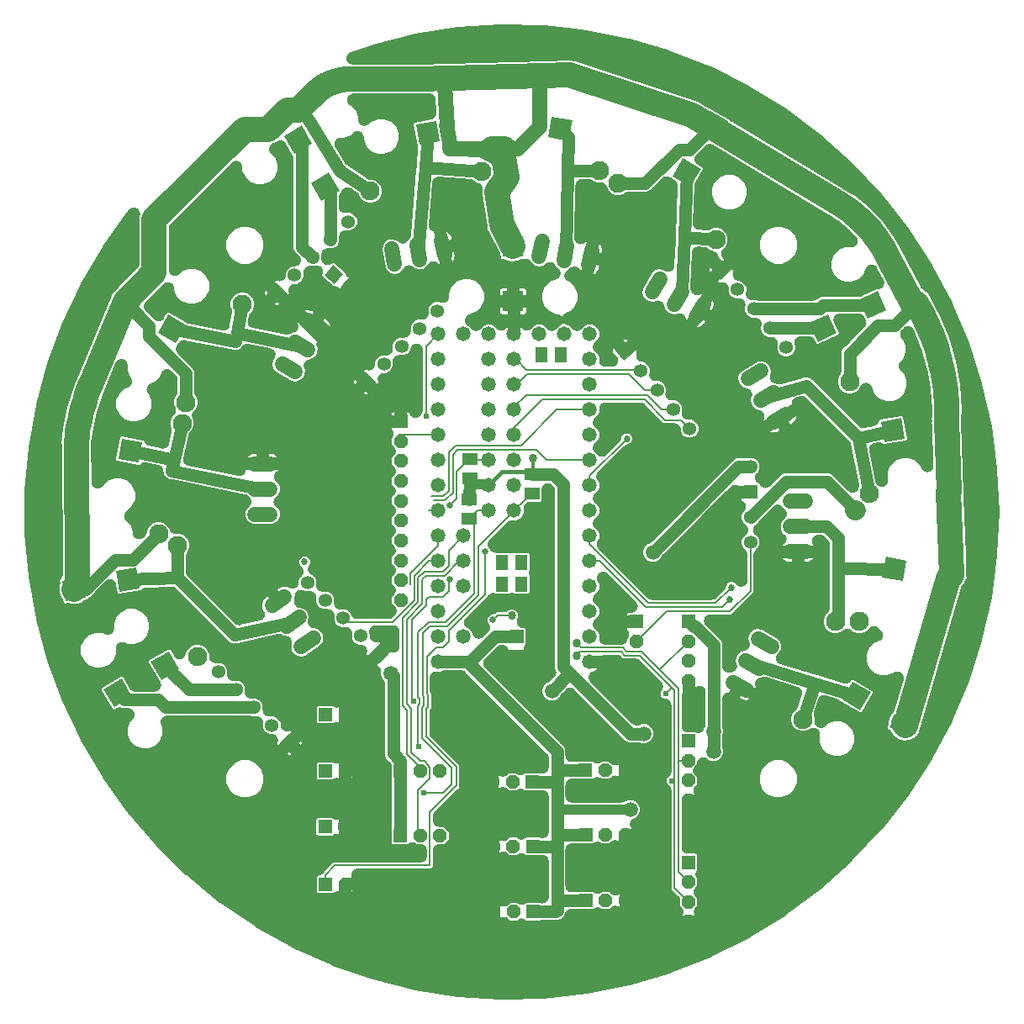
<source format=gbr>
G04 EAGLE Gerber RS-274X export*
G75*
%MOMM*%
%FSLAX34Y34*%
%LPD*%
%INTop Copper*%
%IPPOS*%
%AMOC8*
5,1,8,0,0,1.08239X$1,22.5*%
G01*
%ADD10R,1.320800X1.320800*%
%ADD11P,1.429621X8X292.500000*%
%ADD12P,1.429621X8X22.500000*%
%ADD13R,2.100000X2.100000*%
%ADD14C,1.930400*%
%ADD15C,1.524000*%
%ADD16R,1.300000X1.500000*%
%ADD17R,2.100000X2.100000*%
%ADD18P,1.429621X8X112.500000*%
%ADD19R,1.358000X1.358000*%
%ADD20C,1.358000*%
%ADD21R,1.358000X1.358000*%
%ADD22R,1.350000X1.350000*%
%ADD23C,1.350000*%
%ADD24R,1.350000X1.350000*%
%ADD25C,1.473200*%
%ADD26R,1.500000X1.300000*%
%ADD27C,1.016000*%
%ADD28C,0.381000*%
%ADD29C,0.854800*%
%ADD30C,0.304800*%
%ADD31C,1.270000*%
%ADD32C,1.500000*%
%ADD33C,0.203200*%
%ADD34C,0.609600*%
%ADD35C,2.540000*%
%ADD36C,2.032000*%
%ADD37C,0.685800*%
%ADD38C,0.654800*%

G36*
X32297Y-490120D02*
X32297Y-490120D01*
X32565Y-490099D01*
X32857Y-490083D01*
X75487Y-485348D01*
X75753Y-485303D01*
X76042Y-485261D01*
X118087Y-476777D01*
X118349Y-476709D01*
X118632Y-476642D01*
X159762Y-464475D01*
X160016Y-464384D01*
X160293Y-464292D01*
X200187Y-448537D01*
X200432Y-448424D01*
X200700Y-448308D01*
X239046Y-429090D01*
X239279Y-428956D01*
X239536Y-428816D01*
X276033Y-406284D01*
X276255Y-406129D01*
X276498Y-405968D01*
X310861Y-380298D01*
X311067Y-380125D01*
X311295Y-379942D01*
X343255Y-351336D01*
X343446Y-351145D01*
X343656Y-350943D01*
X372963Y-319624D01*
X373136Y-319417D01*
X373328Y-319197D01*
X399752Y-285411D01*
X399906Y-285189D01*
X400078Y-284954D01*
X423412Y-248964D01*
X423546Y-248730D01*
X423697Y-248480D01*
X443759Y-210569D01*
X443871Y-210323D01*
X443999Y-210061D01*
X460632Y-170525D01*
X460723Y-170271D01*
X460827Y-169998D01*
X473901Y-129147D01*
X473968Y-128886D01*
X474048Y-128605D01*
X483460Y-86758D01*
X483505Y-86492D01*
X483559Y-86205D01*
X489236Y-43691D01*
X489257Y-43422D01*
X489286Y-43131D01*
X491183Y-281D01*
X491180Y-11D01*
X491183Y281D01*
X489286Y43131D01*
X489259Y43399D01*
X489236Y43691D01*
X483559Y86205D01*
X483508Y86472D01*
X483460Y86758D01*
X474048Y128605D01*
X473974Y128865D01*
X473901Y129147D01*
X460827Y169998D01*
X460730Y170251D01*
X460632Y170525D01*
X443999Y210061D01*
X443881Y210303D01*
X443759Y210569D01*
X423697Y248480D01*
X423557Y248710D01*
X423544Y248734D01*
X423492Y248827D01*
X423484Y248839D01*
X423412Y248964D01*
X400078Y284954D01*
X399919Y285171D01*
X399752Y285411D01*
X373328Y319197D01*
X373306Y319222D01*
X373287Y319249D01*
X373129Y319426D01*
X372963Y319624D01*
X343656Y350943D01*
X343461Y351129D01*
X343255Y351336D01*
X311295Y379942D01*
X311084Y380111D01*
X310861Y380298D01*
X276498Y405968D01*
X276273Y406117D01*
X276033Y406284D01*
X239536Y428816D01*
X239299Y428945D01*
X239046Y429090D01*
X200700Y448308D01*
X200452Y448415D01*
X200187Y448537D01*
X160293Y464292D01*
X160037Y464377D01*
X159762Y464475D01*
X118632Y476642D01*
X118369Y476704D01*
X118087Y476777D01*
X76042Y485261D01*
X75775Y485300D01*
X75487Y485348D01*
X63537Y486675D01*
X32857Y490083D01*
X32587Y490098D01*
X32296Y490120D01*
X-10585Y491069D01*
X-10854Y491060D01*
X-11147Y491057D01*
X-53945Y488212D01*
X-54213Y488179D01*
X-54503Y488150D01*
X-96882Y481534D01*
X-97146Y481477D01*
X-97432Y481423D01*
X-139061Y471087D01*
X-139318Y471007D01*
X-139599Y470928D01*
X-162178Y463147D01*
X-162193Y463141D01*
X-162208Y463137D01*
X-162523Y463006D01*
X-162838Y462877D01*
X-162851Y462870D01*
X-162866Y462864D01*
X-163161Y462701D01*
X-163463Y462536D01*
X-163476Y462527D01*
X-163489Y462519D01*
X-163763Y462325D01*
X-164046Y462126D01*
X-164057Y462116D01*
X-164070Y462107D01*
X-164321Y461882D01*
X-164579Y461654D01*
X-164590Y461642D01*
X-164601Y461632D01*
X-164827Y461379D01*
X-165056Y461125D01*
X-165065Y461112D01*
X-165076Y461100D01*
X-165274Y460821D01*
X-165471Y460546D01*
X-165478Y460532D01*
X-165488Y460519D01*
X-165654Y460218D01*
X-165818Y459924D01*
X-165824Y459909D01*
X-165832Y459895D01*
X-165963Y459579D01*
X-166094Y459267D01*
X-166098Y459251D01*
X-166104Y459237D01*
X-166198Y458908D01*
X-166294Y458583D01*
X-166296Y458567D01*
X-166301Y458552D01*
X-166357Y458218D01*
X-166416Y457881D01*
X-166417Y457865D01*
X-166419Y457850D01*
X-166438Y457511D01*
X-166459Y457170D01*
X-166458Y457154D01*
X-166459Y457138D01*
X-166439Y456798D01*
X-166422Y456458D01*
X-166419Y456443D01*
X-166418Y456427D01*
X-166361Y456093D01*
X-166305Y455756D01*
X-166301Y455740D01*
X-166298Y455725D01*
X-166204Y455400D01*
X-166110Y455070D01*
X-166104Y455056D01*
X-166100Y455041D01*
X-165970Y454728D01*
X-165840Y454411D01*
X-165833Y454397D01*
X-165827Y454383D01*
X-165662Y454085D01*
X-165498Y453786D01*
X-165489Y453773D01*
X-165481Y453760D01*
X-165284Y453483D01*
X-165088Y453204D01*
X-165078Y453192D01*
X-165068Y453179D01*
X-164841Y452925D01*
X-164615Y452671D01*
X-164604Y452660D01*
X-164593Y452649D01*
X-164338Y452421D01*
X-164086Y452194D01*
X-164073Y452185D01*
X-164061Y452175D01*
X-163784Y451979D01*
X-163506Y451780D01*
X-163492Y451772D01*
X-163480Y451763D01*
X-163182Y451599D01*
X-162884Y451433D01*
X-162869Y451427D01*
X-162856Y451419D01*
X-162540Y451289D01*
X-162226Y451158D01*
X-162211Y451154D01*
X-162197Y451148D01*
X-161869Y451054D01*
X-161543Y450959D01*
X-161527Y450956D01*
X-161512Y450952D01*
X-161176Y450895D01*
X-160841Y450837D01*
X-160825Y450836D01*
X-160809Y450834D01*
X-160393Y450811D01*
X-160129Y450795D01*
X-160120Y450795D01*
X-160110Y450795D01*
X-94229Y450795D01*
X-94150Y450799D01*
X-94070Y450797D01*
X34373Y454010D01*
X57440Y454587D01*
X57596Y454600D01*
X57757Y454603D01*
X60328Y454796D01*
X60535Y454767D01*
X60732Y454737D01*
X63139Y453810D01*
X63288Y453762D01*
X63438Y453703D01*
X184795Y413797D01*
X184978Y413748D01*
X185158Y413690D01*
X185324Y413655D01*
X185484Y413613D01*
X185662Y413586D01*
X185844Y413548D01*
X186966Y413381D01*
X187458Y413087D01*
X188088Y412755D01*
X188741Y412499D01*
X189285Y412320D01*
X190145Y411581D01*
X190295Y411466D01*
X190439Y411343D01*
X190580Y411247D01*
X190711Y411147D01*
X190865Y411054D01*
X191019Y410950D01*
X198172Y406658D01*
X198381Y406548D01*
X198587Y406430D01*
X198697Y406382D01*
X198803Y406326D01*
X199023Y406240D01*
X199240Y406146D01*
X199354Y406111D01*
X199466Y406067D01*
X199695Y406006D01*
X199921Y405937D01*
X200041Y405915D01*
X200155Y405884D01*
X200378Y405851D01*
X200487Y405830D01*
X219390Y394917D01*
X220062Y394041D01*
X220147Y393942D01*
X220225Y393838D01*
X220379Y393672D01*
X220527Y393501D01*
X220622Y393412D01*
X220711Y393317D01*
X220883Y393170D01*
X221049Y393016D01*
X221154Y392939D01*
X221253Y392855D01*
X221445Y392725D01*
X221623Y392593D01*
X221729Y392532D01*
X221833Y392461D01*
X333702Y325340D01*
X333703Y325340D01*
X334947Y324593D01*
X340894Y321025D01*
X345550Y318231D01*
X360568Y306198D01*
X373828Y292250D01*
X385090Y276644D01*
X389618Y268153D01*
X391176Y265231D01*
X411836Y226495D01*
X411838Y226491D01*
X411840Y226487D01*
X412028Y226179D01*
X412206Y225886D01*
X412209Y225882D01*
X412211Y225879D01*
X412432Y225593D01*
X412642Y225322D01*
X412645Y225319D01*
X412648Y225316D01*
X412898Y225058D01*
X413138Y224811D01*
X413141Y224808D01*
X413144Y224805D01*
X413426Y224575D01*
X413688Y224359D01*
X413692Y224356D01*
X413695Y224354D01*
X413987Y224165D01*
X414286Y223971D01*
X414290Y223969D01*
X414294Y223967D01*
X414605Y223812D01*
X414742Y223743D01*
X419418Y219899D01*
X423714Y211843D01*
X425687Y208143D01*
X431393Y197446D01*
X440503Y174975D01*
X447214Y151674D01*
X451451Y127800D01*
X453168Y103613D01*
X452780Y92203D01*
X452785Y91994D01*
X452780Y91777D01*
X455244Y17552D01*
X455226Y17494D01*
X455154Y17299D01*
X455119Y17154D01*
X455075Y17012D01*
X455035Y16809D01*
X454986Y16606D01*
X454968Y16459D01*
X454939Y16313D01*
X454923Y16106D01*
X454897Y15899D01*
X454895Y15748D01*
X454883Y15603D01*
X454890Y15405D01*
X454887Y15198D01*
X457302Y-43730D01*
X457297Y-43770D01*
X457264Y-43947D01*
X457252Y-44124D01*
X457229Y-44299D01*
X457226Y-44481D01*
X457214Y-44658D01*
X457221Y-44826D01*
X457218Y-45000D01*
X457763Y-59001D01*
X457768Y-59061D01*
X457768Y-59121D01*
X457802Y-59417D01*
X457830Y-59710D01*
X457842Y-59769D01*
X457849Y-59828D01*
X457916Y-60118D01*
X457920Y-60139D01*
X457920Y-62930D01*
X457927Y-63052D01*
X457925Y-63177D01*
X458033Y-65965D01*
X458028Y-65998D01*
X458024Y-66020D01*
X456956Y-68599D01*
X456915Y-68715D01*
X456866Y-68829D01*
X455899Y-71447D01*
X455881Y-71476D01*
X455869Y-71494D01*
X453895Y-73468D01*
X453813Y-73559D01*
X453722Y-73647D01*
X453691Y-73682D01*
X453659Y-73720D01*
X453623Y-73756D01*
X453501Y-73909D01*
X453420Y-73999D01*
X453369Y-74071D01*
X453237Y-74231D01*
X453210Y-74273D01*
X453178Y-74312D01*
X453023Y-74559D01*
X453008Y-74580D01*
X453000Y-74595D01*
X452848Y-74828D01*
X452826Y-74873D01*
X452799Y-74915D01*
X452666Y-75190D01*
X452528Y-75464D01*
X452511Y-75512D01*
X452489Y-75557D01*
X452382Y-75862D01*
X452282Y-76133D01*
X452271Y-76176D01*
X452256Y-76218D01*
X411000Y-218026D01*
X410994Y-218051D01*
X410985Y-218075D01*
X410904Y-218439D01*
X410839Y-218720D01*
X410837Y-218739D01*
X410833Y-218759D01*
X410557Y-220416D01*
X410546Y-220435D01*
X410467Y-220578D01*
X410380Y-220716D01*
X410296Y-220890D01*
X410203Y-221060D01*
X410141Y-221211D01*
X410070Y-221358D01*
X410005Y-221543D01*
X409933Y-221719D01*
X409891Y-221868D01*
X409838Y-222019D01*
X409832Y-222040D01*
X408781Y-223351D01*
X408766Y-223372D01*
X408749Y-223391D01*
X408534Y-223696D01*
X408367Y-223931D01*
X408357Y-223948D01*
X408346Y-223965D01*
X407457Y-225390D01*
X407439Y-225403D01*
X407312Y-225505D01*
X407179Y-225600D01*
X407034Y-225728D01*
X406884Y-225849D01*
X406769Y-225965D01*
X406647Y-226074D01*
X406516Y-226220D01*
X406382Y-226355D01*
X406286Y-226477D01*
X406179Y-226596D01*
X406165Y-226613D01*
X404693Y-227422D01*
X404671Y-227435D01*
X404648Y-227447D01*
X404335Y-227645D01*
X404089Y-227799D01*
X404073Y-227812D01*
X404056Y-227822D01*
X402690Y-228799D01*
X402668Y-228804D01*
X402511Y-228850D01*
X402352Y-228886D01*
X402170Y-228950D01*
X401985Y-229004D01*
X401834Y-229067D01*
X401680Y-229121D01*
X401503Y-229206D01*
X401327Y-229279D01*
X401192Y-229355D01*
X401047Y-229424D01*
X401028Y-229435D01*
X399358Y-229619D01*
X399333Y-229623D01*
X399308Y-229624D01*
X398940Y-229688D01*
X398656Y-229736D01*
X398637Y-229742D01*
X398617Y-229745D01*
X396981Y-230125D01*
X396959Y-230121D01*
X396797Y-230103D01*
X396635Y-230076D01*
X396442Y-230065D01*
X396251Y-230044D01*
X396087Y-230045D01*
X395924Y-230035D01*
X395728Y-230046D01*
X395538Y-230047D01*
X395384Y-230065D01*
X395224Y-230073D01*
X395202Y-230076D01*
X393589Y-229607D01*
X393564Y-229601D01*
X393540Y-229593D01*
X393177Y-229511D01*
X392895Y-229446D01*
X392876Y-229444D01*
X392856Y-229440D01*
X391199Y-229164D01*
X391180Y-229153D01*
X391037Y-229074D01*
X390899Y-228987D01*
X390725Y-228903D01*
X390555Y-228810D01*
X390404Y-228748D01*
X390257Y-228677D01*
X390072Y-228612D01*
X389896Y-228540D01*
X389746Y-228498D01*
X389596Y-228445D01*
X389574Y-228439D01*
X388264Y-227388D01*
X388243Y-227373D01*
X388224Y-227356D01*
X387919Y-227141D01*
X387684Y-226974D01*
X387667Y-226965D01*
X387650Y-226953D01*
X386225Y-226064D01*
X386212Y-226046D01*
X386110Y-225919D01*
X386015Y-225786D01*
X385886Y-225642D01*
X385766Y-225491D01*
X385650Y-225376D01*
X385541Y-225254D01*
X385395Y-225123D01*
X385260Y-224989D01*
X385138Y-224893D01*
X385019Y-224786D01*
X385002Y-224772D01*
X384193Y-223300D01*
X384180Y-223278D01*
X384168Y-223255D01*
X383969Y-222941D01*
X383816Y-222696D01*
X383803Y-222680D01*
X383793Y-222663D01*
X382492Y-220845D01*
X382311Y-220619D01*
X382134Y-220389D01*
X382088Y-220342D01*
X382046Y-220290D01*
X381840Y-220085D01*
X381639Y-219877D01*
X381588Y-219835D01*
X381541Y-219788D01*
X381313Y-219608D01*
X381089Y-219424D01*
X381033Y-219387D01*
X380982Y-219346D01*
X380750Y-219202D01*
X380503Y-219040D01*
X379206Y-218291D01*
X378714Y-217650D01*
X378504Y-216869D01*
X378610Y-216067D01*
X379218Y-215014D01*
X379252Y-214946D01*
X379293Y-214881D01*
X379413Y-214628D01*
X379539Y-214378D01*
X379566Y-214306D01*
X379598Y-214237D01*
X379689Y-213973D01*
X379787Y-213710D01*
X379805Y-213636D01*
X379830Y-213564D01*
X379893Y-213280D01*
X379958Y-213018D01*
X379967Y-212949D01*
X379983Y-212879D01*
X380862Y-207585D01*
X384130Y-202341D01*
X384264Y-202207D01*
X384274Y-202195D01*
X384285Y-202184D01*
X384496Y-201917D01*
X384709Y-201651D01*
X384717Y-201638D01*
X384727Y-201626D01*
X384908Y-201334D01*
X385088Y-201048D01*
X385095Y-201034D01*
X385103Y-201021D01*
X385251Y-200710D01*
X385398Y-200407D01*
X385403Y-200392D01*
X385410Y-200378D01*
X385503Y-200108D01*
X385631Y-199745D01*
X394643Y-168767D01*
X394686Y-168584D01*
X394738Y-168404D01*
X394766Y-168238D01*
X394804Y-168073D01*
X394825Y-167886D01*
X394857Y-167701D01*
X394866Y-167533D01*
X394885Y-167365D01*
X394886Y-167178D01*
X394896Y-166990D01*
X394887Y-166821D01*
X394887Y-166653D01*
X394866Y-166466D01*
X394856Y-166279D01*
X394827Y-166112D01*
X394809Y-165945D01*
X394768Y-165762D01*
X394736Y-165577D01*
X394689Y-165414D01*
X394652Y-165250D01*
X394591Y-165073D01*
X394538Y-164892D01*
X394474Y-164736D01*
X394418Y-164577D01*
X394337Y-164408D01*
X394265Y-164234D01*
X394183Y-164086D01*
X394111Y-163934D01*
X394011Y-163775D01*
X393920Y-163611D01*
X393822Y-163473D01*
X393733Y-163330D01*
X393616Y-163183D01*
X393507Y-163030D01*
X393395Y-162905D01*
X393290Y-162772D01*
X393157Y-162639D01*
X393032Y-162499D01*
X392906Y-162387D01*
X392787Y-162267D01*
X392641Y-162150D01*
X392501Y-162025D01*
X392363Y-161928D01*
X392231Y-161822D01*
X392072Y-161722D01*
X391919Y-161614D01*
X391771Y-161532D01*
X391628Y-161442D01*
X391460Y-161360D01*
X391295Y-161270D01*
X391139Y-161205D01*
X390987Y-161132D01*
X390810Y-161069D01*
X390637Y-160998D01*
X390474Y-160951D01*
X390315Y-160895D01*
X390132Y-160853D01*
X389952Y-160801D01*
X389785Y-160773D01*
X389621Y-160736D01*
X389434Y-160714D01*
X389249Y-160683D01*
X389081Y-160674D01*
X388913Y-160655D01*
X388725Y-160654D01*
X388538Y-160644D01*
X388370Y-160654D01*
X388201Y-160654D01*
X388014Y-160674D01*
X387827Y-160685D01*
X387660Y-160714D01*
X387493Y-160732D01*
X387310Y-160774D01*
X387125Y-160805D01*
X386962Y-160852D01*
X386798Y-160890D01*
X386620Y-160952D01*
X386440Y-161004D01*
X386285Y-161069D01*
X386125Y-161124D01*
X385956Y-161205D01*
X385783Y-161277D01*
X385635Y-161359D01*
X385483Y-161432D01*
X385324Y-161532D01*
X385160Y-161623D01*
X385022Y-161721D01*
X385002Y-161734D01*
X378257Y-164528D01*
X371279Y-164528D01*
X364832Y-161857D01*
X359898Y-156923D01*
X357227Y-150476D01*
X357227Y-143498D01*
X359898Y-137051D01*
X364832Y-132117D01*
X370100Y-129935D01*
X370263Y-129856D01*
X370429Y-129787D01*
X370583Y-129702D01*
X370742Y-129625D01*
X370894Y-129529D01*
X371052Y-129442D01*
X371196Y-129340D01*
X371345Y-129246D01*
X371486Y-129134D01*
X371633Y-129029D01*
X371764Y-128912D01*
X371902Y-128802D01*
X372029Y-128674D01*
X372164Y-128554D01*
X372281Y-128423D01*
X372405Y-128298D01*
X372518Y-128157D01*
X372638Y-128022D01*
X372740Y-127879D01*
X372849Y-127741D01*
X372945Y-127588D01*
X373050Y-127441D01*
X373135Y-127287D01*
X373228Y-127138D01*
X373306Y-126975D01*
X373394Y-126817D01*
X373461Y-126654D01*
X373537Y-126496D01*
X373597Y-126325D01*
X373665Y-126159D01*
X373714Y-125989D01*
X373772Y-125823D01*
X373812Y-125647D01*
X373862Y-125474D01*
X373891Y-125300D01*
X373930Y-125128D01*
X373950Y-124949D01*
X373980Y-124771D01*
X373990Y-124596D01*
X374010Y-124421D01*
X374009Y-124240D01*
X374019Y-124060D01*
X374009Y-123884D01*
X374009Y-123708D01*
X373989Y-123529D01*
X373978Y-123349D01*
X373949Y-123175D01*
X373929Y-123000D01*
X373888Y-122824D01*
X373858Y-122647D01*
X373809Y-122477D01*
X373770Y-122306D01*
X373710Y-122136D01*
X373660Y-121962D01*
X373592Y-121799D01*
X373534Y-121634D01*
X373455Y-121471D01*
X373386Y-121305D01*
X373301Y-121151D01*
X373224Y-120992D01*
X373128Y-120839D01*
X373040Y-120682D01*
X372938Y-120538D01*
X372844Y-120389D01*
X372732Y-120248D01*
X372627Y-120101D01*
X372508Y-119968D01*
X372400Y-119833D01*
X372278Y-119711D01*
X372160Y-119579D01*
X369189Y-116608D01*
X369187Y-116606D01*
X369185Y-116604D01*
X368933Y-116379D01*
X368658Y-116133D01*
X368655Y-116132D01*
X368653Y-116130D01*
X368372Y-115931D01*
X368077Y-115721D01*
X368074Y-115720D01*
X368072Y-115718D01*
X367751Y-115541D01*
X367453Y-115377D01*
X367450Y-115376D01*
X367448Y-115374D01*
X367118Y-115238D01*
X366795Y-115104D01*
X366792Y-115103D01*
X366789Y-115102D01*
X366452Y-115006D01*
X366110Y-114907D01*
X366107Y-114907D01*
X366105Y-114906D01*
X365743Y-114845D01*
X365408Y-114788D01*
X365405Y-114788D01*
X365402Y-114788D01*
X365036Y-114767D01*
X364696Y-114749D01*
X364694Y-114749D01*
X364691Y-114749D01*
X364340Y-114769D01*
X363985Y-114789D01*
X363982Y-114789D01*
X363979Y-114789D01*
X363633Y-114849D01*
X363283Y-114909D01*
X363280Y-114909D01*
X363277Y-114910D01*
X362941Y-115007D01*
X362598Y-115106D01*
X362596Y-115107D01*
X362593Y-115108D01*
X362269Y-115243D01*
X361940Y-115379D01*
X361938Y-115381D01*
X361935Y-115382D01*
X361615Y-115559D01*
X361317Y-115724D01*
X361315Y-115726D01*
X361312Y-115727D01*
X361016Y-115938D01*
X360736Y-116137D01*
X360734Y-116139D01*
X360732Y-116141D01*
X360210Y-116608D01*
X356729Y-120089D01*
X352434Y-121868D01*
X347786Y-121868D01*
X343491Y-120089D01*
X342630Y-119228D01*
X342628Y-119227D01*
X342626Y-119224D01*
X342356Y-118983D01*
X342099Y-118754D01*
X342097Y-118752D01*
X342095Y-118750D01*
X341802Y-118543D01*
X341518Y-118341D01*
X341516Y-118340D01*
X341513Y-118338D01*
X341205Y-118168D01*
X340895Y-117997D01*
X340892Y-117996D01*
X340889Y-117994D01*
X340557Y-117857D01*
X340236Y-117724D01*
X340234Y-117724D01*
X340231Y-117723D01*
X339886Y-117624D01*
X339552Y-117527D01*
X339549Y-117527D01*
X339546Y-117526D01*
X339190Y-117466D01*
X338849Y-117408D01*
X338847Y-117408D01*
X338844Y-117408D01*
X338480Y-117388D01*
X338138Y-117369D01*
X338135Y-117369D01*
X338132Y-117369D01*
X337779Y-117389D01*
X337427Y-117409D01*
X337424Y-117409D01*
X337421Y-117410D01*
X337085Y-117467D01*
X336724Y-117529D01*
X336721Y-117530D01*
X336719Y-117530D01*
X336389Y-117625D01*
X336040Y-117726D01*
X336037Y-117727D01*
X336035Y-117728D01*
X335698Y-117868D01*
X335382Y-117999D01*
X335380Y-118001D01*
X335377Y-118002D01*
X335068Y-118174D01*
X334759Y-118344D01*
X334756Y-118346D01*
X334754Y-118348D01*
X334473Y-118548D01*
X334178Y-118757D01*
X334176Y-118759D01*
X334174Y-118761D01*
X333651Y-119228D01*
X332598Y-120281D01*
X328304Y-122060D01*
X323655Y-122060D01*
X319361Y-120281D01*
X316074Y-116994D01*
X314295Y-112700D01*
X314295Y-108051D01*
X316074Y-103757D01*
X318688Y-101143D01*
X318690Y-101139D01*
X318694Y-101137D01*
X318927Y-100874D01*
X319162Y-100611D01*
X319165Y-100608D01*
X319168Y-100605D01*
X319364Y-100327D01*
X319575Y-100030D01*
X319577Y-100027D01*
X319579Y-100023D01*
X319747Y-99718D01*
X319919Y-99407D01*
X319921Y-99403D01*
X319923Y-99399D01*
X320057Y-99074D01*
X320192Y-98748D01*
X320193Y-98744D01*
X320194Y-98740D01*
X320291Y-98403D01*
X320389Y-98064D01*
X320389Y-98060D01*
X320390Y-98055D01*
X320449Y-97705D01*
X320508Y-97361D01*
X320508Y-97357D01*
X320509Y-97353D01*
X320547Y-96653D01*
X320547Y-60053D01*
X320538Y-59880D01*
X320538Y-59756D01*
X320547Y-57150D01*
X320547Y-57138D01*
X320547Y-57127D01*
X320547Y-32772D01*
X320547Y-32768D01*
X320547Y-32764D01*
X320527Y-32417D01*
X320507Y-32061D01*
X320507Y-32057D01*
X320506Y-32052D01*
X320446Y-31702D01*
X320388Y-31359D01*
X320387Y-31355D01*
X320386Y-31350D01*
X320286Y-31004D01*
X320191Y-30674D01*
X320189Y-30670D01*
X320188Y-30666D01*
X320058Y-30354D01*
X319918Y-30016D01*
X319916Y-30012D01*
X319914Y-30008D01*
X319746Y-29705D01*
X319573Y-29392D01*
X319571Y-29389D01*
X319568Y-29385D01*
X319359Y-29092D01*
X319161Y-28812D01*
X319158Y-28809D01*
X319155Y-28805D01*
X318688Y-28283D01*
X315177Y-24772D01*
X315174Y-24770D01*
X315171Y-24766D01*
X314912Y-24536D01*
X314646Y-24298D01*
X314643Y-24295D01*
X314639Y-24292D01*
X314355Y-24091D01*
X314065Y-23885D01*
X314061Y-23883D01*
X314058Y-23881D01*
X313747Y-23710D01*
X313442Y-23541D01*
X313438Y-23539D01*
X313434Y-23537D01*
X313109Y-23403D01*
X312783Y-23268D01*
X312779Y-23267D01*
X312775Y-23266D01*
X312437Y-23169D01*
X312099Y-23071D01*
X312095Y-23071D01*
X312090Y-23070D01*
X311734Y-23010D01*
X311396Y-22952D01*
X311392Y-22952D01*
X311388Y-22951D01*
X310688Y-22913D01*
X308555Y-22913D01*
X308256Y-22930D01*
X307958Y-22941D01*
X307901Y-22949D01*
X307843Y-22953D01*
X307549Y-23003D01*
X307254Y-23047D01*
X307198Y-23062D01*
X307141Y-23072D01*
X306855Y-23155D01*
X306566Y-23232D01*
X306512Y-23253D01*
X306456Y-23269D01*
X306180Y-23384D01*
X305903Y-23493D01*
X305852Y-23520D01*
X305798Y-23542D01*
X305537Y-23687D01*
X305273Y-23826D01*
X305225Y-23859D01*
X305175Y-23887D01*
X304932Y-24059D01*
X304685Y-24228D01*
X304641Y-24266D01*
X304594Y-24299D01*
X304372Y-24498D01*
X304145Y-24694D01*
X304106Y-24736D01*
X304063Y-24774D01*
X303864Y-24997D01*
X303661Y-25216D01*
X303627Y-25263D01*
X303588Y-25306D01*
X303415Y-25550D01*
X303239Y-25790D01*
X303210Y-25840D01*
X303176Y-25887D01*
X303032Y-26149D01*
X302883Y-26407D01*
X302860Y-26460D01*
X302832Y-26511D01*
X302718Y-26787D01*
X302599Y-27061D01*
X302582Y-27116D01*
X302560Y-27169D01*
X302477Y-27457D01*
X302390Y-27742D01*
X302379Y-27798D01*
X302363Y-27854D01*
X302314Y-28148D01*
X302258Y-28442D01*
X302254Y-28500D01*
X302245Y-28556D01*
X302228Y-28854D01*
X302206Y-29152D01*
X302208Y-29210D01*
X302205Y-29268D01*
X302222Y-29565D01*
X302234Y-29864D01*
X302243Y-29921D01*
X302246Y-29979D01*
X302296Y-30273D01*
X302341Y-30568D01*
X302356Y-30624D01*
X302366Y-30681D01*
X302449Y-30968D01*
X302527Y-31256D01*
X302548Y-31310D01*
X302564Y-31366D01*
X302678Y-31641D01*
X302788Y-31919D01*
X302815Y-31970D01*
X302837Y-32023D01*
X302982Y-32285D01*
X303122Y-32548D01*
X303155Y-32597D01*
X303183Y-32647D01*
X303344Y-32874D01*
X303517Y-33127D01*
X303865Y-33581D01*
X288310Y-33581D01*
X272755Y-33581D01*
X273034Y-33216D01*
X273976Y-32274D01*
X274347Y-31990D01*
X274394Y-31949D01*
X274445Y-31913D01*
X274664Y-31717D01*
X274887Y-31525D01*
X274930Y-31479D01*
X274976Y-31438D01*
X275171Y-31219D01*
X275372Y-31003D01*
X275409Y-30953D01*
X275450Y-30906D01*
X275620Y-30666D01*
X275795Y-30429D01*
X275826Y-30376D01*
X275862Y-30325D01*
X276004Y-30067D01*
X276151Y-29812D01*
X276176Y-29755D01*
X276206Y-29701D01*
X276318Y-29429D01*
X276436Y-29159D01*
X276454Y-29100D01*
X276478Y-29042D01*
X276559Y-28760D01*
X276645Y-28478D01*
X276657Y-28417D01*
X276674Y-28358D01*
X276723Y-28067D01*
X276777Y-27778D01*
X276782Y-27717D01*
X276792Y-27655D01*
X276809Y-27360D01*
X276830Y-27068D01*
X276828Y-27006D01*
X276831Y-26944D01*
X276815Y-26650D01*
X276803Y-26356D01*
X276794Y-26294D01*
X276790Y-26233D01*
X276741Y-25942D01*
X276697Y-25652D01*
X276681Y-25592D01*
X276670Y-25530D01*
X276588Y-25247D01*
X276512Y-24964D01*
X276489Y-24906D01*
X276472Y-24846D01*
X276359Y-24574D01*
X276251Y-24301D01*
X276222Y-24246D01*
X276198Y-24188D01*
X276056Y-23931D01*
X275918Y-23671D01*
X275883Y-23620D01*
X275853Y-23565D01*
X275682Y-23325D01*
X275516Y-23083D01*
X275476Y-23036D01*
X275439Y-22985D01*
X275233Y-22755D01*
X275051Y-22543D01*
X275010Y-22505D01*
X274972Y-22463D01*
X272507Y-19998D01*
X271037Y-16450D01*
X271037Y-12610D01*
X272507Y-9062D01*
X275249Y-6320D01*
X275251Y-6317D01*
X275253Y-6316D01*
X275478Y-6063D01*
X275724Y-5788D01*
X275726Y-5786D01*
X275728Y-5784D01*
X275927Y-5503D01*
X276136Y-5207D01*
X276138Y-5205D01*
X276139Y-5202D01*
X276316Y-4881D01*
X276481Y-4584D01*
X276482Y-4581D01*
X276483Y-4579D01*
X276620Y-4248D01*
X276753Y-3925D01*
X276754Y-3923D01*
X276755Y-3920D01*
X276850Y-3590D01*
X276950Y-3241D01*
X276951Y-3238D01*
X276952Y-3235D01*
X277010Y-2888D01*
X277069Y-2538D01*
X277070Y-2536D01*
X277070Y-2533D01*
X277090Y-2174D01*
X277109Y-1827D01*
X277109Y-1824D01*
X277109Y-1821D01*
X277089Y-1478D01*
X277069Y-1116D01*
X277068Y-1113D01*
X277068Y-1110D01*
X277010Y-770D01*
X276949Y-414D01*
X276948Y-411D01*
X276948Y-408D01*
X276851Y-75D01*
X276751Y271D01*
X276750Y274D01*
X276749Y276D01*
X276615Y600D01*
X276478Y929D01*
X276477Y931D01*
X276476Y934D01*
X276312Y1229D01*
X276133Y1552D01*
X276131Y1555D01*
X276130Y1557D01*
X275935Y1831D01*
X275721Y2133D01*
X275719Y2135D01*
X275717Y2137D01*
X275249Y2660D01*
X272319Y5590D01*
X272316Y5592D01*
X272315Y5594D01*
X272046Y5834D01*
X271787Y6065D01*
X271785Y6067D01*
X271783Y6069D01*
X271495Y6273D01*
X271206Y6477D01*
X271204Y6479D01*
X271201Y6480D01*
X270895Y6650D01*
X270583Y6822D01*
X270580Y6823D01*
X270578Y6824D01*
X270237Y6965D01*
X269924Y7094D01*
X269922Y7095D01*
X269919Y7096D01*
X269582Y7193D01*
X269240Y7291D01*
X269237Y7292D01*
X269234Y7293D01*
X268874Y7353D01*
X268537Y7410D01*
X268535Y7411D01*
X268532Y7411D01*
X268162Y7431D01*
X267826Y7450D01*
X267823Y7450D01*
X267820Y7450D01*
X267472Y7430D01*
X267115Y7410D01*
X267112Y7409D01*
X267109Y7409D01*
X266775Y7352D01*
X266412Y7290D01*
X266410Y7289D01*
X266407Y7289D01*
X266062Y7189D01*
X265728Y7092D01*
X265726Y7091D01*
X265723Y7091D01*
X265387Y6951D01*
X265070Y6819D01*
X265068Y6818D01*
X265065Y6817D01*
X264753Y6644D01*
X264447Y6474D01*
X264444Y6473D01*
X264442Y6471D01*
X264155Y6267D01*
X263866Y6062D01*
X263864Y6060D01*
X263862Y6058D01*
X263339Y5590D01*
X254976Y-2773D01*
X254877Y-2852D01*
X254754Y-2975D01*
X254619Y-3096D01*
X249373Y-8342D01*
X249250Y-8479D01*
X249121Y-8609D01*
X249013Y-8744D01*
X248898Y-8874D01*
X248792Y-9023D01*
X248678Y-9167D01*
X248586Y-9313D01*
X248486Y-9455D01*
X248397Y-9615D01*
X248300Y-9771D01*
X248224Y-9929D01*
X248141Y-10078D01*
X248074Y-10240D01*
X248053Y-10284D01*
X244827Y-13510D01*
X244825Y-13513D01*
X244823Y-13514D01*
X244586Y-13779D01*
X244352Y-14042D01*
X244351Y-14044D01*
X244349Y-14046D01*
X244149Y-14328D01*
X243940Y-14623D01*
X243938Y-14625D01*
X243937Y-14628D01*
X243761Y-14946D01*
X243595Y-15246D01*
X243594Y-15249D01*
X243593Y-15251D01*
X243450Y-15598D01*
X243323Y-15904D01*
X243322Y-15907D01*
X243321Y-15910D01*
X243220Y-16264D01*
X243126Y-16589D01*
X243125Y-16592D01*
X243125Y-16595D01*
X243062Y-16968D01*
X243007Y-17292D01*
X243007Y-17294D01*
X243006Y-17297D01*
X242985Y-17686D01*
X242967Y-18003D01*
X242967Y-18006D01*
X242967Y-18009D01*
X242989Y-18384D01*
X243007Y-18714D01*
X243008Y-18717D01*
X243008Y-18720D01*
X243067Y-19063D01*
X243127Y-19416D01*
X243128Y-19419D01*
X243128Y-19422D01*
X243241Y-19811D01*
X243325Y-20101D01*
X243326Y-20103D01*
X243327Y-20106D01*
X243467Y-20444D01*
X243598Y-20759D01*
X243599Y-20761D01*
X243600Y-20764D01*
X243777Y-21083D01*
X243943Y-21382D01*
X243945Y-21384D01*
X243946Y-21387D01*
X244163Y-21691D01*
X244356Y-21963D01*
X244358Y-21965D01*
X244359Y-21967D01*
X244827Y-22490D01*
X248040Y-25702D01*
X249383Y-28945D01*
X249383Y-32455D01*
X248040Y-35698D01*
X247951Y-35786D01*
X247951Y-35787D01*
X245468Y-38269D01*
X245466Y-38272D01*
X245462Y-38275D01*
X245220Y-38546D01*
X244994Y-38800D01*
X244991Y-38804D01*
X244988Y-38807D01*
X244784Y-39096D01*
X244582Y-39381D01*
X244579Y-39385D01*
X244577Y-39388D01*
X244407Y-39698D01*
X244237Y-40005D01*
X244235Y-40009D01*
X244233Y-40012D01*
X244095Y-40349D01*
X243965Y-40663D01*
X243963Y-40667D01*
X243962Y-40671D01*
X243863Y-41015D01*
X243767Y-41348D01*
X243767Y-41352D01*
X243766Y-41356D01*
X243704Y-41724D01*
X243648Y-42050D01*
X243648Y-42054D01*
X243647Y-42058D01*
X243609Y-42758D01*
X243609Y-80046D01*
X243145Y-81167D01*
X221727Y-102585D01*
X220606Y-103049D01*
X199970Y-103049D01*
X199969Y-103049D01*
X199967Y-103049D01*
X199599Y-103070D01*
X199259Y-103089D01*
X199257Y-103089D01*
X199256Y-103089D01*
X198873Y-103154D01*
X198556Y-103208D01*
X198555Y-103208D01*
X198554Y-103209D01*
X198189Y-103314D01*
X197872Y-103405D01*
X197871Y-103406D01*
X197869Y-103406D01*
X197539Y-103543D01*
X197214Y-103678D01*
X197212Y-103679D01*
X197211Y-103679D01*
X196898Y-103853D01*
X196590Y-104023D01*
X196589Y-104024D01*
X196588Y-104025D01*
X196265Y-104254D01*
X196009Y-104435D01*
X196008Y-104436D01*
X196007Y-104437D01*
X195711Y-104702D01*
X195478Y-104910D01*
X195477Y-104911D01*
X195476Y-104912D01*
X195229Y-105190D01*
X195004Y-105442D01*
X195003Y-105443D01*
X195002Y-105444D01*
X194800Y-105730D01*
X194592Y-106023D01*
X194591Y-106025D01*
X194590Y-106026D01*
X194423Y-106329D01*
X194248Y-106647D01*
X194247Y-106648D01*
X194247Y-106649D01*
X194110Y-106981D01*
X193976Y-107305D01*
X193975Y-107307D01*
X193975Y-107308D01*
X193878Y-107643D01*
X193779Y-107990D01*
X193779Y-107991D01*
X193778Y-107993D01*
X193716Y-108365D01*
X193660Y-108692D01*
X193660Y-108694D01*
X193660Y-108695D01*
X193638Y-109088D01*
X193621Y-109404D01*
X193621Y-109405D01*
X193621Y-109407D01*
X193642Y-109784D01*
X193661Y-110115D01*
X193662Y-110116D01*
X193662Y-110118D01*
X193731Y-110523D01*
X193781Y-110817D01*
X193782Y-110818D01*
X193782Y-110820D01*
X193892Y-111201D01*
X193979Y-111502D01*
X193980Y-111503D01*
X193980Y-111504D01*
X194125Y-111852D01*
X194253Y-112159D01*
X194253Y-112161D01*
X194254Y-112162D01*
X194440Y-112497D01*
X194598Y-112783D01*
X194599Y-112784D01*
X194600Y-112785D01*
X194827Y-113105D01*
X195011Y-113363D01*
X195012Y-113364D01*
X195013Y-113365D01*
X195480Y-113888D01*
X207729Y-126136D01*
X210980Y-129387D01*
X212256Y-132468D01*
X212256Y-155575D01*
X212263Y-155696D01*
X212261Y-155817D01*
X212283Y-156051D01*
X212296Y-156286D01*
X212317Y-156406D01*
X212328Y-156527D01*
X212376Y-156757D01*
X212416Y-156989D01*
X212449Y-157105D01*
X212474Y-157224D01*
X212548Y-157447D01*
X212613Y-157673D01*
X212659Y-157785D01*
X212697Y-157900D01*
X212796Y-158114D01*
X212886Y-158331D01*
X212944Y-158437D01*
X212995Y-158548D01*
X213117Y-158749D01*
X213231Y-158955D01*
X213301Y-159053D01*
X213363Y-159157D01*
X213507Y-159344D01*
X213643Y-159536D01*
X213724Y-159626D01*
X213798Y-159722D01*
X213961Y-159891D01*
X214118Y-160067D01*
X214208Y-160147D01*
X214293Y-160235D01*
X214474Y-160384D01*
X214649Y-160541D01*
X214748Y-160611D01*
X214842Y-160688D01*
X215039Y-160817D01*
X215231Y-160953D01*
X215337Y-161012D01*
X215438Y-161078D01*
X215648Y-161183D01*
X215854Y-161297D01*
X215966Y-161343D01*
X216075Y-161398D01*
X216295Y-161480D01*
X216513Y-161569D01*
X216629Y-161603D01*
X216743Y-161645D01*
X216971Y-161701D01*
X217197Y-161766D01*
X217317Y-161786D01*
X217435Y-161815D01*
X217668Y-161846D01*
X217900Y-161885D01*
X218021Y-161892D01*
X218141Y-161907D01*
X218376Y-161911D01*
X218611Y-161924D01*
X218732Y-161917D01*
X218854Y-161919D01*
X219088Y-161897D01*
X219322Y-161884D01*
X219442Y-161863D01*
X219563Y-161852D01*
X219799Y-161802D01*
X220025Y-161764D01*
X220134Y-161732D01*
X220249Y-161708D01*
X221037Y-161497D01*
X221501Y-161436D01*
X221562Y-161424D01*
X221624Y-161418D01*
X221911Y-161358D01*
X222201Y-161303D01*
X222260Y-161285D01*
X222321Y-161272D01*
X222600Y-161180D01*
X222881Y-161093D01*
X222938Y-161068D01*
X222997Y-161049D01*
X223264Y-160926D01*
X223534Y-160808D01*
X223588Y-160777D01*
X223645Y-160751D01*
X223896Y-160599D01*
X224151Y-160452D01*
X224201Y-160415D01*
X224254Y-160383D01*
X224487Y-160204D01*
X224724Y-160029D01*
X224770Y-159986D01*
X224819Y-159948D01*
X225031Y-159744D01*
X225246Y-159544D01*
X225287Y-159497D01*
X225332Y-159454D01*
X225519Y-159227D01*
X225711Y-159004D01*
X225746Y-158952D01*
X225785Y-158904D01*
X225946Y-158658D01*
X226112Y-158415D01*
X226141Y-158360D01*
X226175Y-158308D01*
X226307Y-158044D01*
X226444Y-157785D01*
X226467Y-157727D01*
X226495Y-157671D01*
X226597Y-157395D01*
X226704Y-157121D01*
X226720Y-157061D01*
X226742Y-157003D01*
X226812Y-156718D01*
X226888Y-156433D01*
X226897Y-156372D01*
X226912Y-156311D01*
X226950Y-156020D01*
X226994Y-155729D01*
X226996Y-155667D01*
X227004Y-155605D01*
X227009Y-155310D01*
X227020Y-155017D01*
X227015Y-154955D01*
X227016Y-154893D01*
X226988Y-154599D01*
X226966Y-154306D01*
X226955Y-154245D01*
X226949Y-154183D01*
X226885Y-153881D01*
X226833Y-153606D01*
X226817Y-153553D01*
X226805Y-153497D01*
X225903Y-150130D01*
X226404Y-146323D01*
X228324Y-142997D01*
X231370Y-140660D01*
X235117Y-139656D01*
X235119Y-139655D01*
X235122Y-139654D01*
X235455Y-139544D01*
X235794Y-139433D01*
X235796Y-139432D01*
X235799Y-139431D01*
X236128Y-139280D01*
X236441Y-139136D01*
X236443Y-139135D01*
X236446Y-139133D01*
X236759Y-138944D01*
X237051Y-138768D01*
X237053Y-138766D01*
X237056Y-138765D01*
X237345Y-138542D01*
X237616Y-138334D01*
X237618Y-138333D01*
X237621Y-138331D01*
X237876Y-138084D01*
X238129Y-137840D01*
X238131Y-137838D01*
X238133Y-137836D01*
X238357Y-137564D01*
X238584Y-137291D01*
X238585Y-137289D01*
X238587Y-137287D01*
X238769Y-137007D01*
X238974Y-136695D01*
X238975Y-136692D01*
X238976Y-136690D01*
X239125Y-136395D01*
X239294Y-136059D01*
X239295Y-136056D01*
X239297Y-136054D01*
X239410Y-135746D01*
X239542Y-135391D01*
X239542Y-135388D01*
X239543Y-135385D01*
X239625Y-135056D01*
X239713Y-134699D01*
X239713Y-134696D01*
X239714Y-134694D01*
X239759Y-134348D01*
X239805Y-133993D01*
X239805Y-133990D01*
X239806Y-133987D01*
X239812Y-133625D01*
X239818Y-133281D01*
X239818Y-133278D01*
X239818Y-133275D01*
X239785Y-132927D01*
X239751Y-132571D01*
X239750Y-132569D01*
X239750Y-132566D01*
X239606Y-131880D01*
X238603Y-128133D01*
X239104Y-124326D01*
X241024Y-121000D01*
X244070Y-118663D01*
X247780Y-117669D01*
X251587Y-118170D01*
X268111Y-127710D01*
X270448Y-130757D01*
X271442Y-134466D01*
X270941Y-138273D01*
X269021Y-141599D01*
X268444Y-142042D01*
X268303Y-142163D01*
X268156Y-142276D01*
X268033Y-142395D01*
X267904Y-142506D01*
X267777Y-142643D01*
X267644Y-142772D01*
X267535Y-142903D01*
X267419Y-143029D01*
X267309Y-143178D01*
X267191Y-143321D01*
X267098Y-143464D01*
X266996Y-143602D01*
X266903Y-143763D01*
X266802Y-143918D01*
X266726Y-144071D01*
X266640Y-144219D01*
X266566Y-144389D01*
X266483Y-144555D01*
X266424Y-144716D01*
X266355Y-144872D01*
X266301Y-145050D01*
X266237Y-145224D01*
X266196Y-145390D01*
X266146Y-145553D01*
X266111Y-145736D01*
X266067Y-145916D01*
X266045Y-146085D01*
X266013Y-146253D01*
X266000Y-146438D01*
X265976Y-146622D01*
X265973Y-146793D01*
X265961Y-146963D01*
X265968Y-147149D01*
X265965Y-147335D01*
X265981Y-147505D01*
X265988Y-147675D01*
X266015Y-147859D01*
X266033Y-148044D01*
X266069Y-148211D01*
X266094Y-148380D01*
X266142Y-148559D01*
X266181Y-148741D01*
X266235Y-148903D01*
X266279Y-149068D01*
X266347Y-149241D01*
X266406Y-149417D01*
X266477Y-149572D01*
X266540Y-149731D01*
X266627Y-149895D01*
X266705Y-150063D01*
X266793Y-150209D01*
X266873Y-150360D01*
X266978Y-150514D01*
X267074Y-150672D01*
X267178Y-150807D01*
X267275Y-150949D01*
X267396Y-151089D01*
X267510Y-151236D01*
X267629Y-151359D01*
X267740Y-151488D01*
X267876Y-151614D01*
X268006Y-151748D01*
X268138Y-151856D01*
X268263Y-151972D01*
X268412Y-152082D01*
X268556Y-152200D01*
X268699Y-152293D01*
X268837Y-152395D01*
X268998Y-152487D01*
X269153Y-152588D01*
X269306Y-152665D01*
X269454Y-152750D01*
X269624Y-152824D01*
X269790Y-152907D01*
X269953Y-152967D01*
X270107Y-153034D01*
X270276Y-153086D01*
X270448Y-153149D01*
X304339Y-163537D01*
X304517Y-163581D01*
X304692Y-163634D01*
X304863Y-163666D01*
X305031Y-163707D01*
X305213Y-163731D01*
X305393Y-163764D01*
X305436Y-163767D01*
X307347Y-164381D01*
X307387Y-164391D01*
X307427Y-164406D01*
X334457Y-172691D01*
X334801Y-172776D01*
X335144Y-172860D01*
X335147Y-172861D01*
X335149Y-172861D01*
X335505Y-172907D01*
X335851Y-172952D01*
X335853Y-172952D01*
X335856Y-172953D01*
X336207Y-172959D01*
X336563Y-172965D01*
X336566Y-172965D01*
X336568Y-172965D01*
X336910Y-172932D01*
X337272Y-172897D01*
X337275Y-172897D01*
X337277Y-172897D01*
X337623Y-172824D01*
X337970Y-172751D01*
X337972Y-172750D01*
X337974Y-172750D01*
X338310Y-172638D01*
X338646Y-172527D01*
X338648Y-172526D01*
X338650Y-172526D01*
X338968Y-172379D01*
X339293Y-172229D01*
X339295Y-172228D01*
X339297Y-172227D01*
X339611Y-172037D01*
X339903Y-171861D01*
X339905Y-171859D01*
X339907Y-171858D01*
X340184Y-171644D01*
X340467Y-171426D01*
X340469Y-171424D01*
X340471Y-171423D01*
X340711Y-171190D01*
X340980Y-170931D01*
X340981Y-170929D01*
X340983Y-170928D01*
X341205Y-170658D01*
X341433Y-170382D01*
X341434Y-170380D01*
X341436Y-170378D01*
X341525Y-170242D01*
X341817Y-169795D01*
X341883Y-169680D01*
X342524Y-169188D01*
X343305Y-168979D01*
X344107Y-169084D01*
X362994Y-179989D01*
X363486Y-180630D01*
X363696Y-181411D01*
X363590Y-182213D01*
X352686Y-201100D01*
X352044Y-201592D01*
X351263Y-201801D01*
X350461Y-201696D01*
X331575Y-190792D01*
X331357Y-190507D01*
X331234Y-190364D01*
X331118Y-190215D01*
X331001Y-190095D01*
X330892Y-189968D01*
X330754Y-189839D01*
X330622Y-189704D01*
X330493Y-189597D01*
X330370Y-189483D01*
X330218Y-189371D01*
X330072Y-189251D01*
X329932Y-189160D01*
X329796Y-189060D01*
X329633Y-188966D01*
X329475Y-188863D01*
X329325Y-188788D01*
X329179Y-188704D01*
X329007Y-188629D01*
X328838Y-188544D01*
X328678Y-188485D01*
X328526Y-188419D01*
X328354Y-188366D01*
X328180Y-188302D01*
X316321Y-184667D01*
X316013Y-184591D01*
X315706Y-184512D01*
X315667Y-184506D01*
X315629Y-184497D01*
X315313Y-184456D01*
X315000Y-184412D01*
X314961Y-184410D01*
X314923Y-184405D01*
X314606Y-184400D01*
X314288Y-184391D01*
X314249Y-184394D01*
X314210Y-184393D01*
X313896Y-184424D01*
X313578Y-184450D01*
X313540Y-184458D01*
X313501Y-184461D01*
X313192Y-184527D01*
X312879Y-184588D01*
X312842Y-184600D01*
X312804Y-184608D01*
X312504Y-184708D01*
X312201Y-184804D01*
X312165Y-184820D01*
X312128Y-184833D01*
X311839Y-184966D01*
X311550Y-185095D01*
X311516Y-185115D01*
X311481Y-185131D01*
X311209Y-185296D01*
X310936Y-185456D01*
X310905Y-185480D01*
X310871Y-185500D01*
X310620Y-185694D01*
X310367Y-185884D01*
X310338Y-185911D01*
X310307Y-185935D01*
X310079Y-186156D01*
X309849Y-186373D01*
X309823Y-186403D01*
X309795Y-186431D01*
X309593Y-186675D01*
X309389Y-186918D01*
X309367Y-186950D01*
X309342Y-186980D01*
X309169Y-187247D01*
X308993Y-187510D01*
X308975Y-187544D01*
X308953Y-187577D01*
X308811Y-187861D01*
X308666Y-188143D01*
X308651Y-188179D01*
X308634Y-188214D01*
X308534Y-188486D01*
X308415Y-188797D01*
X304404Y-201291D01*
X304379Y-201388D01*
X304346Y-201483D01*
X304289Y-201733D01*
X304225Y-201981D01*
X304211Y-202080D01*
X304188Y-202178D01*
X304160Y-202432D01*
X304124Y-202686D01*
X304121Y-202786D01*
X304110Y-202886D01*
X304110Y-203142D01*
X304102Y-203398D01*
X304111Y-203498D01*
X304111Y-203598D01*
X304140Y-203853D01*
X304161Y-204108D01*
X304180Y-204206D01*
X304192Y-204306D01*
X304249Y-204556D01*
X304299Y-204807D01*
X304329Y-204902D01*
X304352Y-205000D01*
X304439Y-205249D01*
X304514Y-205486D01*
X304552Y-205571D01*
X304584Y-205662D01*
X304895Y-206413D01*
X304895Y-211132D01*
X304895Y-211133D01*
X304895Y-211135D01*
X304917Y-211524D01*
X304935Y-211843D01*
X304935Y-211844D01*
X304935Y-211846D01*
X305002Y-212239D01*
X305054Y-212545D01*
X305054Y-212546D01*
X305055Y-212548D01*
X305165Y-212931D01*
X305251Y-213230D01*
X305252Y-213231D01*
X305252Y-213233D01*
X305387Y-213557D01*
X305524Y-213888D01*
X305525Y-213889D01*
X305525Y-213891D01*
X305695Y-214197D01*
X305869Y-214511D01*
X305870Y-214512D01*
X305871Y-214514D01*
X306121Y-214866D01*
X306281Y-215092D01*
X306282Y-215093D01*
X306283Y-215095D01*
X306557Y-215400D01*
X306756Y-215623D01*
X306757Y-215624D01*
X306758Y-215625D01*
X307022Y-215860D01*
X307288Y-216098D01*
X307289Y-216099D01*
X307290Y-216100D01*
X307568Y-216296D01*
X307869Y-216510D01*
X307870Y-216510D01*
X307872Y-216511D01*
X308172Y-216677D01*
X308493Y-216854D01*
X308494Y-216854D01*
X308495Y-216855D01*
X308817Y-216988D01*
X309151Y-217126D01*
X309153Y-217127D01*
X309154Y-217127D01*
X309469Y-217218D01*
X309836Y-217323D01*
X309837Y-217323D01*
X309839Y-217323D01*
X310199Y-217384D01*
X310538Y-217442D01*
X310540Y-217442D01*
X310541Y-217442D01*
X310922Y-217463D01*
X311250Y-217481D01*
X311251Y-217481D01*
X311253Y-217481D01*
X311628Y-217459D01*
X311961Y-217440D01*
X311962Y-217440D01*
X311964Y-217440D01*
X312353Y-217373D01*
X312663Y-217320D01*
X312664Y-217320D01*
X312666Y-217320D01*
X313022Y-217216D01*
X313348Y-217122D01*
X313349Y-217122D01*
X313350Y-217121D01*
X313681Y-216984D01*
X314005Y-216849D01*
X314007Y-216848D01*
X314008Y-216848D01*
X314307Y-216682D01*
X314629Y-216504D01*
X314630Y-216503D01*
X314631Y-216502D01*
X314920Y-216296D01*
X315209Y-216091D01*
X315210Y-216090D01*
X315211Y-216089D01*
X315734Y-215621D01*
X317832Y-213523D01*
X324279Y-210852D01*
X331257Y-210852D01*
X337704Y-213523D01*
X342638Y-218457D01*
X345309Y-224904D01*
X345309Y-231882D01*
X342638Y-238329D01*
X337704Y-243264D01*
X331257Y-245934D01*
X324279Y-245934D01*
X317832Y-243264D01*
X312898Y-238329D01*
X310227Y-231882D01*
X310227Y-224284D01*
X310236Y-224233D01*
X310246Y-224056D01*
X310266Y-223879D01*
X310266Y-223700D01*
X310276Y-223521D01*
X310266Y-223344D01*
X310266Y-223167D01*
X310246Y-222990D01*
X310235Y-222810D01*
X310206Y-222635D01*
X310186Y-222459D01*
X310146Y-222284D01*
X310116Y-222108D01*
X310066Y-221938D01*
X310027Y-221765D01*
X309968Y-221595D01*
X309918Y-221423D01*
X309850Y-221260D01*
X309791Y-221092D01*
X309713Y-220931D01*
X309645Y-220765D01*
X309559Y-220610D01*
X309482Y-220451D01*
X309386Y-220299D01*
X309300Y-220142D01*
X309197Y-219998D01*
X309103Y-219848D01*
X308991Y-219707D01*
X308887Y-219561D01*
X308769Y-219429D01*
X308658Y-219291D01*
X308532Y-219164D01*
X308412Y-219031D01*
X308279Y-218912D01*
X308154Y-218787D01*
X308014Y-218676D01*
X307880Y-218556D01*
X307735Y-218454D01*
X307597Y-218344D01*
X307445Y-218248D01*
X307299Y-218145D01*
X307144Y-218059D01*
X306993Y-217965D01*
X306832Y-217887D01*
X306675Y-217801D01*
X306511Y-217733D01*
X306351Y-217656D01*
X306182Y-217597D01*
X306016Y-217529D01*
X305846Y-217480D01*
X305679Y-217422D01*
X305504Y-217382D01*
X305332Y-217333D01*
X305157Y-217303D01*
X304984Y-217264D01*
X304806Y-217244D01*
X304629Y-217214D01*
X304452Y-217204D01*
X304276Y-217185D01*
X304097Y-217185D01*
X303918Y-217175D01*
X303741Y-217185D01*
X303563Y-217185D01*
X303385Y-217206D01*
X303206Y-217216D01*
X303032Y-217246D01*
X302856Y-217266D01*
X302681Y-217306D01*
X302504Y-217336D01*
X302334Y-217386D01*
X302161Y-217425D01*
X301992Y-217485D01*
X301820Y-217535D01*
X301656Y-217603D01*
X301489Y-217662D01*
X301328Y-217740D01*
X301162Y-217808D01*
X301007Y-217894D01*
X300848Y-217971D01*
X300696Y-218067D01*
X300539Y-218154D01*
X300395Y-218257D01*
X300245Y-218351D01*
X300105Y-218463D01*
X299959Y-218567D01*
X299914Y-218607D01*
X295534Y-220422D01*
X290886Y-220422D01*
X286591Y-218643D01*
X283304Y-215356D01*
X281525Y-211061D01*
X281525Y-206413D01*
X283304Y-202118D01*
X286970Y-198452D01*
X287028Y-198387D01*
X287092Y-198327D01*
X287265Y-198121D01*
X287445Y-197921D01*
X287495Y-197850D01*
X287552Y-197783D01*
X287701Y-197559D01*
X287857Y-197340D01*
X287899Y-197263D01*
X287948Y-197191D01*
X288071Y-196952D01*
X288201Y-196716D01*
X288235Y-196636D01*
X288275Y-196558D01*
X288374Y-196298D01*
X288474Y-196058D01*
X288496Y-195980D01*
X288526Y-195903D01*
X292310Y-184114D01*
X292321Y-184071D01*
X292337Y-184028D01*
X292411Y-183726D01*
X292489Y-183424D01*
X292496Y-183380D01*
X292506Y-183337D01*
X292546Y-183028D01*
X292590Y-182719D01*
X292592Y-182674D01*
X292598Y-182630D01*
X292602Y-182318D01*
X292612Y-182007D01*
X292608Y-181963D01*
X292609Y-181918D01*
X292579Y-181607D01*
X292553Y-181297D01*
X292545Y-181253D01*
X292540Y-181208D01*
X292475Y-180903D01*
X292415Y-180598D01*
X292402Y-180556D01*
X292393Y-180512D01*
X292294Y-180216D01*
X292200Y-179919D01*
X292182Y-179878D01*
X292168Y-179835D01*
X292037Y-179553D01*
X291910Y-179268D01*
X291888Y-179230D01*
X291869Y-179189D01*
X291708Y-178923D01*
X291549Y-178654D01*
X291522Y-178618D01*
X291499Y-178580D01*
X291309Y-178333D01*
X291122Y-178084D01*
X291091Y-178052D01*
X291064Y-178016D01*
X290847Y-177792D01*
X290633Y-177566D01*
X290599Y-177537D01*
X290568Y-177505D01*
X290327Y-177307D01*
X290090Y-177105D01*
X290052Y-177080D01*
X290018Y-177052D01*
X289756Y-176882D01*
X289498Y-176709D01*
X289458Y-176688D01*
X289420Y-176664D01*
X289141Y-176524D01*
X288865Y-176381D01*
X288823Y-176365D01*
X288783Y-176345D01*
X288471Y-176230D01*
X288200Y-176126D01*
X288162Y-176116D01*
X288125Y-176103D01*
X255909Y-166229D01*
X255527Y-166135D01*
X255220Y-166059D01*
X255219Y-166059D01*
X255218Y-166058D01*
X254802Y-166004D01*
X254513Y-165967D01*
X254512Y-165967D01*
X254511Y-165967D01*
X254158Y-165961D01*
X253801Y-165955D01*
X253800Y-165955D01*
X253799Y-165955D01*
X253522Y-165981D01*
X253092Y-166022D01*
X253090Y-166023D01*
X253021Y-166037D01*
X252405Y-166166D01*
X252393Y-166170D01*
X252392Y-166170D01*
X249907Y-166836D01*
X249848Y-166855D01*
X249788Y-166869D01*
X249510Y-166966D01*
X249231Y-167058D01*
X249174Y-167084D01*
X249115Y-167105D01*
X248851Y-167233D01*
X248583Y-167355D01*
X248530Y-167388D01*
X248474Y-167415D01*
X248225Y-167571D01*
X247973Y-167723D01*
X247924Y-167761D01*
X247871Y-167794D01*
X247641Y-167978D01*
X247408Y-168157D01*
X247363Y-168200D01*
X247314Y-168239D01*
X247106Y-168447D01*
X246895Y-168651D01*
X246855Y-168699D01*
X246811Y-168743D01*
X246628Y-168973D01*
X246440Y-169200D01*
X246406Y-169252D01*
X246368Y-169301D01*
X246211Y-169551D01*
X246051Y-169796D01*
X246023Y-169852D01*
X245990Y-169905D01*
X245862Y-170170D01*
X245730Y-170433D01*
X245708Y-170491D01*
X245681Y-170547D01*
X245585Y-170824D01*
X245482Y-171101D01*
X245467Y-171161D01*
X245447Y-171220D01*
X245382Y-171506D01*
X245311Y-171792D01*
X245303Y-171854D01*
X245289Y-171914D01*
X245257Y-172207D01*
X245219Y-172499D01*
X245218Y-172561D01*
X245211Y-172622D01*
X245211Y-172916D01*
X245206Y-173211D01*
X245212Y-173273D01*
X245212Y-173335D01*
X245245Y-173627D01*
X245273Y-173920D01*
X245286Y-173981D01*
X245293Y-174043D01*
X245359Y-174330D01*
X245419Y-174617D01*
X245439Y-174676D01*
X245453Y-174737D01*
X245555Y-175028D01*
X245642Y-175294D01*
X245666Y-175345D01*
X245685Y-175398D01*
X245864Y-175831D01*
X246208Y-177117D01*
X246268Y-177572D01*
X232797Y-169795D01*
X232748Y-169770D01*
X232701Y-169741D01*
X232609Y-169696D01*
X232530Y-169649D01*
X232351Y-169570D01*
X232161Y-169474D01*
X232110Y-169455D01*
X232060Y-169431D01*
X231964Y-169397D01*
X231879Y-169359D01*
X231691Y-169300D01*
X231493Y-169226D01*
X231488Y-169225D01*
X231487Y-169225D01*
X231449Y-169215D01*
X231440Y-169213D01*
X231388Y-169195D01*
X231290Y-169172D01*
X231200Y-169144D01*
X231005Y-169105D01*
X230802Y-169055D01*
X230797Y-169054D01*
X230796Y-169054D01*
X230747Y-169047D01*
X230693Y-169035D01*
X230594Y-169024D01*
X230501Y-169006D01*
X230302Y-168989D01*
X230096Y-168962D01*
X230091Y-168962D01*
X230089Y-168962D01*
X230039Y-168961D01*
X229985Y-168955D01*
X229887Y-168955D01*
X229792Y-168947D01*
X229590Y-168953D01*
X229383Y-168949D01*
X229379Y-168949D01*
X229377Y-168949D01*
X229326Y-168954D01*
X229273Y-168954D01*
X229176Y-168965D01*
X229079Y-168968D01*
X228878Y-168996D01*
X228674Y-169016D01*
X228671Y-169016D01*
X228668Y-169017D01*
X228617Y-169027D01*
X228565Y-169033D01*
X228470Y-169055D01*
X228374Y-169068D01*
X228176Y-169120D01*
X227977Y-169161D01*
X227974Y-169162D01*
X227970Y-169163D01*
X227921Y-169180D01*
X227870Y-169191D01*
X227779Y-169223D01*
X227685Y-169247D01*
X227492Y-169321D01*
X227300Y-169384D01*
X227298Y-169385D01*
X227294Y-169387D01*
X227245Y-169409D01*
X227198Y-169426D01*
X227112Y-169467D01*
X227019Y-169502D01*
X226835Y-169598D01*
X226810Y-169609D01*
X226653Y-169682D01*
X226651Y-169683D01*
X226647Y-169685D01*
X226601Y-169713D01*
X226556Y-169734D01*
X226475Y-169785D01*
X226387Y-169830D01*
X226215Y-169946D01*
X226127Y-169999D01*
X226043Y-170050D01*
X226042Y-170050D01*
X226037Y-170053D01*
X225994Y-170087D01*
X225952Y-170113D01*
X225879Y-170171D01*
X225795Y-170227D01*
X225637Y-170361D01*
X225496Y-170470D01*
X225478Y-170484D01*
X225473Y-170488D01*
X225433Y-170526D01*
X225395Y-170557D01*
X225329Y-170622D01*
X225252Y-170688D01*
X225110Y-170839D01*
X224961Y-170983D01*
X224925Y-171026D01*
X224891Y-171060D01*
X224834Y-171132D01*
X224763Y-171206D01*
X224639Y-171372D01*
X224507Y-171532D01*
X224476Y-171580D01*
X224446Y-171617D01*
X224397Y-171695D01*
X224336Y-171777D01*
X224236Y-171947D01*
X224123Y-172119D01*
X218621Y-181649D01*
X218600Y-181648D01*
X218483Y-181654D01*
X218366Y-181652D01*
X218128Y-181675D01*
X217889Y-181688D01*
X217773Y-181708D01*
X217657Y-181719D01*
X217422Y-181768D01*
X217186Y-181808D01*
X217074Y-181841D01*
X216959Y-181865D01*
X216732Y-181940D01*
X216502Y-182006D01*
X216394Y-182051D01*
X216283Y-182088D01*
X216065Y-182188D01*
X215844Y-182280D01*
X215742Y-182336D01*
X215635Y-182385D01*
X215430Y-182509D01*
X215221Y-182625D01*
X215126Y-182693D01*
X215025Y-182753D01*
X214835Y-182900D01*
X214640Y-183038D01*
X214553Y-183116D01*
X214461Y-183187D01*
X214288Y-183354D01*
X214110Y-183513D01*
X214032Y-183601D01*
X213948Y-183682D01*
X213795Y-183866D01*
X213636Y-184045D01*
X213568Y-184141D01*
X213494Y-184231D01*
X213363Y-184431D01*
X213224Y-184627D01*
X213168Y-184729D01*
X213104Y-184827D01*
X212996Y-185042D01*
X212881Y-185251D01*
X212836Y-185359D01*
X212784Y-185464D01*
X212700Y-185689D01*
X212609Y-185910D01*
X212577Y-186022D01*
X212536Y-186132D01*
X212479Y-186364D01*
X212413Y-186594D01*
X212394Y-186710D01*
X212366Y-186823D01*
X212335Y-187061D01*
X212295Y-187297D01*
X212288Y-187415D01*
X212273Y-187530D01*
X212269Y-187758D01*
X212256Y-187997D01*
X212256Y-216670D01*
X212267Y-216853D01*
X212267Y-217037D01*
X212286Y-217209D01*
X212296Y-217382D01*
X212327Y-217562D01*
X212348Y-217744D01*
X212387Y-217913D01*
X212416Y-218084D01*
X212466Y-218260D01*
X212507Y-218439D01*
X212566Y-218605D01*
X212613Y-218769D01*
X212680Y-218930D01*
X212733Y-219081D01*
X212733Y-222879D01*
X212679Y-223033D01*
X212609Y-223202D01*
X212562Y-223369D01*
X212504Y-223532D01*
X212463Y-223711D01*
X212413Y-223887D01*
X212384Y-224058D01*
X212346Y-224227D01*
X212325Y-224409D01*
X212295Y-224590D01*
X212285Y-224765D01*
X212266Y-224935D01*
X212266Y-225109D01*
X212256Y-225290D01*
X212256Y-236990D01*
X212267Y-237173D01*
X212267Y-237357D01*
X212286Y-237529D01*
X212296Y-237702D01*
X212327Y-237882D01*
X212348Y-238064D01*
X212387Y-238233D01*
X212416Y-238404D01*
X212466Y-238580D01*
X212507Y-238759D01*
X212566Y-238925D01*
X212613Y-239089D01*
X212660Y-239201D01*
X212660Y-239204D01*
X212682Y-239255D01*
X212733Y-239401D01*
X212733Y-243196D01*
X211281Y-246700D01*
X208600Y-249381D01*
X205096Y-250833D01*
X201304Y-250833D01*
X197800Y-249382D01*
X197254Y-248835D01*
X197252Y-248834D01*
X197252Y-248833D01*
X197010Y-248617D01*
X196722Y-248360D01*
X196721Y-248359D01*
X196720Y-248358D01*
X196429Y-248152D01*
X196141Y-247948D01*
X196140Y-247947D01*
X196139Y-247946D01*
X195812Y-247766D01*
X195518Y-247604D01*
X195517Y-247603D01*
X195515Y-247602D01*
X195176Y-247462D01*
X194860Y-247331D01*
X194858Y-247331D01*
X194857Y-247330D01*
X194508Y-247230D01*
X194175Y-247134D01*
X194174Y-247134D01*
X194172Y-247133D01*
X193827Y-247075D01*
X193473Y-247015D01*
X193471Y-247015D01*
X193470Y-247015D01*
X193129Y-246996D01*
X192761Y-246975D01*
X192760Y-246975D01*
X192758Y-246975D01*
X192416Y-246995D01*
X192050Y-247016D01*
X192048Y-247016D01*
X192047Y-247016D01*
X191712Y-247073D01*
X191348Y-247135D01*
X191346Y-247136D01*
X191345Y-247136D01*
X190999Y-247236D01*
X190663Y-247333D01*
X190662Y-247333D01*
X190660Y-247334D01*
X190338Y-247468D01*
X190005Y-247606D01*
X190004Y-247607D01*
X190003Y-247607D01*
X189677Y-247788D01*
X189382Y-247951D01*
X189381Y-247952D01*
X189379Y-247953D01*
X189099Y-248152D01*
X188801Y-248364D01*
X188800Y-248365D01*
X188799Y-248366D01*
X188536Y-248601D01*
X188270Y-248839D01*
X188269Y-248840D01*
X188268Y-248841D01*
X188025Y-249114D01*
X187796Y-249371D01*
X187795Y-249372D01*
X187794Y-249373D01*
X187582Y-249673D01*
X187384Y-249952D01*
X187384Y-249953D01*
X187383Y-249954D01*
X187210Y-250269D01*
X187041Y-250576D01*
X187040Y-250577D01*
X187039Y-250578D01*
X186903Y-250908D01*
X186769Y-251234D01*
X186768Y-251236D01*
X186768Y-251237D01*
X186673Y-251567D01*
X186572Y-251919D01*
X186572Y-251921D01*
X186572Y-251922D01*
X186512Y-252277D01*
X186454Y-252622D01*
X186454Y-252623D01*
X186453Y-252625D01*
X186415Y-253324D01*
X186415Y-254076D01*
X184482Y-256009D01*
X184480Y-256011D01*
X184478Y-256013D01*
X184241Y-256278D01*
X184007Y-256540D01*
X184005Y-256542D01*
X184003Y-256545D01*
X183788Y-256850D01*
X183595Y-257121D01*
X183593Y-257124D01*
X183592Y-257126D01*
X183408Y-257459D01*
X183250Y-257745D01*
X183249Y-257747D01*
X183248Y-257750D01*
X183102Y-258103D01*
X182978Y-258403D01*
X182977Y-258406D01*
X182976Y-258408D01*
X182875Y-258762D01*
X182781Y-259088D01*
X182780Y-259090D01*
X182780Y-259093D01*
X182718Y-259458D01*
X182662Y-259790D01*
X182662Y-259793D01*
X182661Y-259796D01*
X182641Y-260163D01*
X182622Y-260501D01*
X182622Y-260504D01*
X182622Y-260507D01*
X182643Y-260869D01*
X182662Y-261213D01*
X182663Y-261216D01*
X182663Y-261218D01*
X182724Y-261572D01*
X182782Y-261915D01*
X182783Y-261918D01*
X182783Y-261920D01*
X182884Y-262267D01*
X182980Y-262599D01*
X182981Y-262602D01*
X182982Y-262605D01*
X183122Y-262942D01*
X183253Y-263257D01*
X183254Y-263260D01*
X183255Y-263263D01*
X183431Y-263580D01*
X183598Y-263881D01*
X183600Y-263883D01*
X183601Y-263885D01*
X183809Y-264178D01*
X184011Y-264461D01*
X184013Y-264463D01*
X184014Y-264466D01*
X184482Y-264988D01*
X186415Y-266921D01*
X186415Y-274076D01*
X184841Y-275650D01*
X184839Y-275652D01*
X184837Y-275654D01*
X184599Y-275921D01*
X184366Y-276181D01*
X184364Y-276183D01*
X184363Y-276185D01*
X184159Y-276473D01*
X183954Y-276762D01*
X183953Y-276764D01*
X183951Y-276767D01*
X183764Y-277106D01*
X183610Y-277386D01*
X183608Y-277388D01*
X183607Y-277391D01*
X183465Y-277734D01*
X183337Y-278044D01*
X183336Y-278047D01*
X183335Y-278049D01*
X183232Y-278409D01*
X183140Y-278728D01*
X183140Y-278731D01*
X183139Y-278734D01*
X183075Y-279115D01*
X183021Y-279431D01*
X183021Y-279434D01*
X183020Y-279437D01*
X183000Y-279815D01*
X182981Y-280142D01*
X182981Y-280145D01*
X182981Y-280148D01*
X183002Y-280502D01*
X183022Y-280853D01*
X183022Y-280856D01*
X183022Y-280859D01*
X183083Y-281212D01*
X183141Y-281556D01*
X183142Y-281558D01*
X183143Y-281561D01*
X183240Y-281898D01*
X183339Y-282240D01*
X183340Y-282243D01*
X183341Y-282246D01*
X183477Y-282574D01*
X183612Y-282898D01*
X183613Y-282901D01*
X183615Y-282903D01*
X183793Y-283225D01*
X183957Y-283521D01*
X183959Y-283524D01*
X183960Y-283526D01*
X184176Y-283829D01*
X184370Y-284102D01*
X184372Y-284104D01*
X184373Y-284107D01*
X184411Y-284149D01*
X177778Y-284149D01*
X177775Y-284149D01*
X177773Y-284149D01*
X177425Y-284169D01*
X177067Y-284189D01*
X177064Y-284190D01*
X177061Y-284190D01*
X176721Y-284248D01*
X176365Y-284308D01*
X176362Y-284309D01*
X176359Y-284310D01*
X176014Y-284410D01*
X175680Y-284506D01*
X175678Y-284507D01*
X175675Y-284508D01*
X175351Y-284642D01*
X175022Y-284779D01*
X175019Y-284780D01*
X175017Y-284781D01*
X174705Y-284954D01*
X174399Y-285123D01*
X174396Y-285125D01*
X174394Y-285126D01*
X174097Y-285338D01*
X173818Y-285536D01*
X173816Y-285538D01*
X173813Y-285539D01*
X173545Y-285779D01*
X173287Y-286011D01*
X173286Y-286011D01*
X173285Y-286013D01*
X173283Y-286015D01*
X173282Y-286015D01*
X173043Y-286284D01*
X172812Y-286543D01*
X172810Y-286545D01*
X172808Y-286547D01*
X172608Y-286830D01*
X172400Y-287124D01*
X172398Y-287127D01*
X172397Y-287129D01*
X172229Y-287434D01*
X172056Y-287748D01*
X172054Y-287750D01*
X172053Y-287753D01*
X171920Y-288076D01*
X171783Y-288406D01*
X171783Y-288409D01*
X171782Y-288411D01*
X171686Y-288744D01*
X171587Y-289091D01*
X171586Y-289094D01*
X171585Y-289096D01*
X171525Y-289457D01*
X171468Y-289793D01*
X171468Y-289796D01*
X171467Y-289799D01*
X171429Y-290499D01*
X171429Y-303780D01*
X171379Y-303900D01*
X171378Y-303903D01*
X171377Y-303905D01*
X171277Y-304253D01*
X171182Y-304584D01*
X171182Y-304587D01*
X171181Y-304590D01*
X171120Y-304956D01*
X171064Y-305287D01*
X171063Y-305290D01*
X171063Y-305293D01*
X171024Y-305992D01*
X171024Y-337751D01*
X171024Y-337754D01*
X171024Y-337757D01*
X171044Y-338109D01*
X171064Y-338462D01*
X171065Y-338465D01*
X171065Y-338468D01*
X171125Y-338822D01*
X171184Y-339165D01*
X171184Y-339167D01*
X171185Y-339170D01*
X171290Y-339532D01*
X171381Y-339849D01*
X171382Y-339852D01*
X171383Y-339855D01*
X171522Y-340189D01*
X171654Y-340507D01*
X171655Y-340510D01*
X171656Y-340512D01*
X171832Y-340830D01*
X171999Y-341131D01*
X172000Y-341133D01*
X172002Y-341136D01*
X172215Y-341436D01*
X172411Y-341712D01*
X172413Y-341714D01*
X172415Y-341716D01*
X172659Y-341989D01*
X172886Y-342243D01*
X172888Y-342245D01*
X172890Y-342247D01*
X173161Y-342488D01*
X173417Y-342717D01*
X173420Y-342719D01*
X173422Y-342721D01*
X173707Y-342922D01*
X173999Y-343129D01*
X174001Y-343131D01*
X174003Y-343132D01*
X174310Y-343301D01*
X174622Y-343473D01*
X174625Y-343474D01*
X174627Y-343476D01*
X174948Y-343608D01*
X175281Y-343745D01*
X175284Y-343746D01*
X175286Y-343747D01*
X175615Y-343842D01*
X175965Y-343942D01*
X175968Y-343943D01*
X175971Y-343943D01*
X176325Y-344003D01*
X176668Y-344061D01*
X176671Y-344061D01*
X176674Y-344062D01*
X177373Y-344100D01*
X185316Y-344100D01*
X186063Y-344410D01*
X186635Y-344982D01*
X186945Y-345729D01*
X186945Y-359745D01*
X186607Y-360561D01*
X186471Y-360713D01*
X186470Y-360715D01*
X186468Y-360717D01*
X186261Y-361009D01*
X186059Y-361294D01*
X186058Y-361296D01*
X186056Y-361299D01*
X185883Y-361613D01*
X185715Y-361917D01*
X185714Y-361920D01*
X185712Y-361923D01*
X185578Y-362247D01*
X185442Y-362576D01*
X185441Y-362578D01*
X185440Y-362581D01*
X185342Y-362925D01*
X185245Y-363260D01*
X185245Y-363263D01*
X185244Y-363266D01*
X185186Y-363608D01*
X185126Y-363963D01*
X185126Y-363966D01*
X185125Y-363969D01*
X185106Y-364322D01*
X185086Y-364674D01*
X185087Y-364677D01*
X185086Y-364680D01*
X185107Y-365044D01*
X185127Y-365385D01*
X185127Y-365388D01*
X185127Y-365391D01*
X185187Y-365741D01*
X185246Y-366088D01*
X185247Y-366090D01*
X185248Y-366093D01*
X185344Y-366426D01*
X185444Y-366772D01*
X185445Y-366775D01*
X185446Y-366778D01*
X185584Y-367109D01*
X185717Y-367430D01*
X185718Y-367433D01*
X185720Y-367435D01*
X185903Y-367766D01*
X186062Y-368053D01*
X186064Y-368056D01*
X186065Y-368058D01*
X186269Y-368344D01*
X186475Y-368634D01*
X186477Y-368636D01*
X186478Y-368639D01*
X186945Y-369159D01*
X186945Y-376314D01*
X185012Y-378247D01*
X185010Y-378250D01*
X185008Y-378251D01*
X184778Y-378509D01*
X184537Y-378779D01*
X184535Y-378781D01*
X184533Y-378783D01*
X184321Y-379083D01*
X184125Y-379360D01*
X184124Y-379362D01*
X184122Y-379365D01*
X183945Y-379685D01*
X183780Y-379983D01*
X183779Y-379986D01*
X183778Y-379988D01*
X183632Y-380341D01*
X183508Y-380641D01*
X183507Y-380644D01*
X183506Y-380647D01*
X183405Y-381000D01*
X183311Y-381326D01*
X183310Y-381329D01*
X183310Y-381332D01*
X183248Y-381697D01*
X183192Y-382029D01*
X183192Y-382031D01*
X183191Y-382034D01*
X183171Y-382400D01*
X183152Y-382740D01*
X183152Y-382743D01*
X183152Y-382746D01*
X183173Y-383105D01*
X183192Y-383451D01*
X183193Y-383454D01*
X183193Y-383457D01*
X183252Y-383800D01*
X183312Y-384153D01*
X183313Y-384156D01*
X183313Y-384159D01*
X183412Y-384500D01*
X183510Y-384838D01*
X183511Y-384840D01*
X183512Y-384843D01*
X183649Y-385173D01*
X183783Y-385496D01*
X183784Y-385498D01*
X183785Y-385501D01*
X183957Y-385810D01*
X184128Y-386119D01*
X184130Y-386121D01*
X184131Y-386124D01*
X184342Y-386421D01*
X184541Y-386700D01*
X184543Y-386702D01*
X184544Y-386704D01*
X185012Y-387227D01*
X186945Y-389160D01*
X186945Y-396314D01*
X185371Y-397888D01*
X185369Y-397890D01*
X185367Y-397892D01*
X185135Y-398152D01*
X184896Y-398419D01*
X184895Y-398422D01*
X184893Y-398424D01*
X184686Y-398716D01*
X184484Y-399000D01*
X184483Y-399003D01*
X184481Y-399005D01*
X184305Y-399324D01*
X184140Y-399624D01*
X184138Y-399627D01*
X184137Y-399629D01*
X183995Y-399974D01*
X183867Y-400282D01*
X183866Y-400285D01*
X183865Y-400288D01*
X183760Y-400655D01*
X183670Y-400967D01*
X183670Y-400970D01*
X183669Y-400973D01*
X183605Y-401353D01*
X183551Y-401669D01*
X183551Y-401672D01*
X183550Y-401675D01*
X183530Y-402040D01*
X183511Y-402381D01*
X183511Y-402383D01*
X183511Y-402386D01*
X183532Y-402739D01*
X183552Y-403092D01*
X183552Y-403095D01*
X183552Y-403098D01*
X183614Y-403458D01*
X183671Y-403794D01*
X183672Y-403797D01*
X183673Y-403800D01*
X183770Y-404134D01*
X183869Y-404479D01*
X183870Y-404481D01*
X183871Y-404484D01*
X184007Y-404812D01*
X184142Y-405137D01*
X184143Y-405139D01*
X184145Y-405142D01*
X184323Y-405464D01*
X184487Y-405760D01*
X184489Y-405762D01*
X184490Y-405765D01*
X184705Y-406066D01*
X184900Y-406341D01*
X184902Y-406343D01*
X184903Y-406345D01*
X184941Y-406388D01*
X178308Y-406388D01*
X171674Y-406388D01*
X171720Y-406336D01*
X171721Y-406334D01*
X171723Y-406332D01*
X171919Y-406055D01*
X172132Y-405755D01*
X172133Y-405752D01*
X172135Y-405750D01*
X172304Y-405444D01*
X172476Y-405132D01*
X172478Y-405129D01*
X172479Y-405126D01*
X172617Y-404793D01*
X172749Y-404473D01*
X172750Y-404471D01*
X172751Y-404468D01*
X172850Y-404124D01*
X172946Y-403789D01*
X172946Y-403786D01*
X172947Y-403783D01*
X173007Y-403428D01*
X173065Y-403086D01*
X173065Y-403084D01*
X173066Y-403081D01*
X173086Y-402716D01*
X173105Y-402375D01*
X173105Y-402372D01*
X173105Y-402369D01*
X173085Y-402022D01*
X173064Y-401664D01*
X173064Y-401661D01*
X173064Y-401658D01*
X173008Y-401335D01*
X172945Y-400961D01*
X172944Y-400959D01*
X172943Y-400956D01*
X172842Y-400605D01*
X172747Y-400277D01*
X172746Y-400274D01*
X172745Y-400271D01*
X172608Y-399941D01*
X172474Y-399619D01*
X172473Y-399616D01*
X172471Y-399614D01*
X172300Y-399304D01*
X172129Y-398996D01*
X172127Y-398993D01*
X172126Y-398991D01*
X171925Y-398709D01*
X171716Y-398415D01*
X171714Y-398413D01*
X171713Y-398410D01*
X171245Y-397888D01*
X169671Y-396314D01*
X169671Y-391042D01*
X169671Y-391038D01*
X169671Y-391033D01*
X169651Y-390680D01*
X169631Y-390331D01*
X169631Y-390326D01*
X169630Y-390322D01*
X169573Y-389985D01*
X169512Y-389628D01*
X169511Y-389624D01*
X169510Y-389620D01*
X169411Y-389278D01*
X169315Y-388944D01*
X169313Y-388940D01*
X169312Y-388936D01*
X169176Y-388609D01*
X169042Y-388285D01*
X169040Y-388282D01*
X169038Y-388278D01*
X168874Y-387981D01*
X168697Y-387662D01*
X168695Y-387659D01*
X168692Y-387655D01*
X168480Y-387356D01*
X168285Y-387081D01*
X168282Y-387078D01*
X168279Y-387074D01*
X167812Y-386552D01*
X161309Y-380049D01*
X160845Y-378929D01*
X160845Y-280134D01*
X160845Y-280130D01*
X160845Y-280125D01*
X160824Y-279772D01*
X160805Y-279423D01*
X160804Y-279418D01*
X160804Y-279414D01*
X160744Y-279063D01*
X160685Y-278720D01*
X160684Y-278716D01*
X160683Y-278712D01*
X160584Y-278368D01*
X160488Y-278036D01*
X160486Y-278032D01*
X160485Y-278028D01*
X160350Y-277702D01*
X160215Y-277378D01*
X160213Y-277374D01*
X160212Y-277370D01*
X160041Y-277063D01*
X159870Y-276754D01*
X159868Y-276751D01*
X159866Y-276747D01*
X159654Y-276450D01*
X159458Y-276173D01*
X159455Y-276170D01*
X159453Y-276167D01*
X158985Y-275644D01*
X157046Y-273706D01*
X156273Y-271838D01*
X156273Y-269817D01*
X157046Y-267949D01*
X158985Y-266011D01*
X158988Y-266007D01*
X158991Y-266005D01*
X159225Y-265742D01*
X159460Y-265479D01*
X159462Y-265476D01*
X159465Y-265473D01*
X159667Y-265188D01*
X159872Y-264898D01*
X159874Y-264895D01*
X159877Y-264891D01*
X160042Y-264590D01*
X160217Y-264275D01*
X160218Y-264271D01*
X160220Y-264267D01*
X160353Y-263944D01*
X160489Y-263616D01*
X160490Y-263612D01*
X160492Y-263608D01*
X160588Y-263273D01*
X160686Y-262932D01*
X160687Y-262928D01*
X160688Y-262924D01*
X160747Y-262571D01*
X160805Y-262229D01*
X160805Y-262225D01*
X160806Y-262221D01*
X160845Y-261521D01*
X160845Y-194310D01*
X160845Y-194307D01*
X160845Y-194304D01*
X160825Y-193960D01*
X160805Y-193599D01*
X160804Y-193596D01*
X160804Y-193593D01*
X160746Y-193253D01*
X160685Y-192896D01*
X160685Y-192894D01*
X160684Y-192891D01*
X160584Y-192546D01*
X160488Y-192212D01*
X160487Y-192209D01*
X160486Y-192206D01*
X160351Y-191882D01*
X160215Y-191554D01*
X160214Y-191551D01*
X160213Y-191549D01*
X160044Y-191243D01*
X159870Y-190930D01*
X159869Y-190928D01*
X159867Y-190925D01*
X159665Y-190642D01*
X159458Y-190349D01*
X159456Y-190347D01*
X159454Y-190345D01*
X159221Y-190084D01*
X158983Y-189818D01*
X158981Y-189816D01*
X158979Y-189814D01*
X158712Y-189577D01*
X158452Y-189344D01*
X158449Y-189342D01*
X158447Y-189340D01*
X158171Y-189145D01*
X157870Y-188932D01*
X157868Y-188930D01*
X157866Y-188929D01*
X157571Y-188767D01*
X157247Y-188588D01*
X157244Y-188587D01*
X157242Y-188585D01*
X156923Y-188454D01*
X156588Y-188316D01*
X156585Y-188315D01*
X156583Y-188314D01*
X156254Y-188219D01*
X155904Y-188119D01*
X155901Y-188118D01*
X155898Y-188118D01*
X155544Y-188058D01*
X155201Y-188000D01*
X155198Y-188000D01*
X155195Y-187999D01*
X154496Y-187961D01*
X153929Y-187961D01*
X152062Y-187187D01*
X150633Y-185758D01*
X149859Y-183891D01*
X149859Y-181869D01*
X150633Y-180002D01*
X150702Y-179933D01*
X150704Y-179931D01*
X150706Y-179929D01*
X150951Y-179654D01*
X151177Y-179402D01*
X151178Y-179399D01*
X151180Y-179397D01*
X151372Y-179126D01*
X151589Y-178820D01*
X151590Y-178818D01*
X151592Y-178816D01*
X151762Y-178506D01*
X151933Y-178197D01*
X151934Y-178194D01*
X151936Y-178192D01*
X152070Y-177866D01*
X152206Y-177539D01*
X152207Y-177536D01*
X152208Y-177533D01*
X152302Y-177206D01*
X152403Y-176854D01*
X152403Y-176851D01*
X152404Y-176848D01*
X152465Y-176487D01*
X152522Y-176152D01*
X152522Y-176149D01*
X152523Y-176146D01*
X152543Y-175782D01*
X152562Y-175440D01*
X152561Y-175437D01*
X152562Y-175435D01*
X152542Y-175100D01*
X152521Y-174729D01*
X152521Y-174726D01*
X152521Y-174723D01*
X152464Y-174390D01*
X152402Y-174027D01*
X152401Y-174024D01*
X152400Y-174021D01*
X152308Y-173703D01*
X152204Y-173342D01*
X152203Y-173340D01*
X152202Y-173337D01*
X152067Y-173013D01*
X151931Y-172684D01*
X151929Y-172682D01*
X151928Y-172679D01*
X151767Y-172388D01*
X151586Y-172061D01*
X151584Y-172059D01*
X151583Y-172056D01*
X151380Y-171772D01*
X151173Y-171480D01*
X151171Y-171478D01*
X151170Y-171476D01*
X150702Y-170954D01*
X129248Y-149499D01*
X129245Y-149497D01*
X129242Y-149493D01*
X128983Y-149263D01*
X128717Y-149025D01*
X128713Y-149022D01*
X128710Y-149019D01*
X128425Y-148818D01*
X128136Y-148612D01*
X128132Y-148610D01*
X128128Y-148608D01*
X127818Y-148437D01*
X127512Y-148268D01*
X127508Y-148266D01*
X127504Y-148264D01*
X127185Y-148133D01*
X126854Y-147995D01*
X126849Y-147994D01*
X126846Y-147993D01*
X126518Y-147899D01*
X126169Y-147798D01*
X126165Y-147798D01*
X126161Y-147797D01*
X125814Y-147738D01*
X125467Y-147679D01*
X125463Y-147679D01*
X125458Y-147678D01*
X124758Y-147640D01*
X113505Y-147640D01*
X112384Y-147176D01*
X110785Y-145576D01*
X110782Y-145574D01*
X110779Y-145570D01*
X110516Y-145336D01*
X110254Y-145102D01*
X110250Y-145099D01*
X110247Y-145096D01*
X109962Y-144895D01*
X109673Y-144689D01*
X109669Y-144687D01*
X109665Y-144685D01*
X109355Y-144514D01*
X109049Y-144345D01*
X109045Y-144343D01*
X109041Y-144341D01*
X108720Y-144209D01*
X108391Y-144072D01*
X108386Y-144071D01*
X108383Y-144070D01*
X108044Y-143973D01*
X107706Y-143875D01*
X107702Y-143875D01*
X107698Y-143874D01*
X107342Y-143814D01*
X107004Y-143756D01*
X107000Y-143756D01*
X106995Y-143755D01*
X106295Y-143717D01*
X94846Y-143717D01*
X94843Y-143717D01*
X94840Y-143717D01*
X94493Y-143737D01*
X94135Y-143757D01*
X94132Y-143757D01*
X94129Y-143757D01*
X93789Y-143816D01*
X93432Y-143876D01*
X93430Y-143877D01*
X93427Y-143877D01*
X93082Y-143977D01*
X92748Y-144073D01*
X92745Y-144075D01*
X92742Y-144075D01*
X92415Y-144211D01*
X92090Y-144346D01*
X92087Y-144348D01*
X92085Y-144349D01*
X91773Y-144521D01*
X91466Y-144691D01*
X91464Y-144693D01*
X91461Y-144694D01*
X91382Y-144751D01*
X78590Y-144751D01*
X78587Y-144751D01*
X78585Y-144751D01*
X78237Y-144770D01*
X77879Y-144791D01*
X77876Y-144791D01*
X77873Y-144791D01*
X77533Y-144849D01*
X77177Y-144910D01*
X77174Y-144911D01*
X77171Y-144911D01*
X76826Y-145011D01*
X76492Y-145107D01*
X76490Y-145108D01*
X76487Y-145109D01*
X76156Y-145246D01*
X75834Y-145380D01*
X75831Y-145381D01*
X75829Y-145383D01*
X75517Y-145555D01*
X75211Y-145725D01*
X75208Y-145726D01*
X75206Y-145728D01*
X74909Y-145939D01*
X74630Y-146137D01*
X74628Y-146139D01*
X74625Y-146141D01*
X74355Y-146383D01*
X74099Y-146612D01*
X74097Y-146614D01*
X74095Y-146616D01*
X73856Y-146884D01*
X73624Y-147144D01*
X73623Y-147146D01*
X73621Y-147148D01*
X73422Y-147429D01*
X73212Y-147725D01*
X73211Y-147728D01*
X73209Y-147730D01*
X73040Y-148038D01*
X72868Y-148349D01*
X72867Y-148351D01*
X72866Y-148354D01*
X72733Y-148675D01*
X72596Y-149007D01*
X72595Y-149010D01*
X72594Y-149012D01*
X72498Y-149349D01*
X72399Y-149692D01*
X72399Y-149695D01*
X72398Y-149697D01*
X72336Y-150065D01*
X72280Y-150394D01*
X72280Y-150397D01*
X72280Y-150400D01*
X72241Y-151100D01*
X72241Y-151103D01*
X72241Y-151106D01*
X72261Y-151453D01*
X72281Y-151811D01*
X72282Y-151814D01*
X72282Y-151817D01*
X72342Y-152167D01*
X72400Y-152514D01*
X72401Y-152517D01*
X72402Y-152519D01*
X72503Y-152868D01*
X72598Y-153198D01*
X72599Y-153201D01*
X72600Y-153204D01*
X72741Y-153545D01*
X72871Y-153856D01*
X72872Y-153859D01*
X72873Y-153862D01*
X73054Y-154189D01*
X73215Y-154480D01*
X73217Y-154482D01*
X73218Y-154485D01*
X73439Y-154795D01*
X73628Y-155061D01*
X73630Y-155063D01*
X73631Y-155065D01*
X73873Y-155335D01*
X74103Y-155592D01*
X74105Y-155594D01*
X74107Y-155596D01*
X74376Y-155836D01*
X74634Y-156066D01*
X74637Y-156068D01*
X74639Y-156070D01*
X74919Y-156268D01*
X75215Y-156478D01*
X75218Y-156480D01*
X75220Y-156481D01*
X75525Y-156649D01*
X75839Y-156822D01*
X75842Y-156824D01*
X75844Y-156825D01*
X76163Y-156956D01*
X76498Y-157095D01*
X76500Y-157095D01*
X76503Y-157096D01*
X76832Y-157191D01*
X77182Y-157291D01*
X77185Y-157292D01*
X77188Y-157293D01*
X77542Y-157352D01*
X77885Y-157410D01*
X77887Y-157410D01*
X77890Y-157411D01*
X78590Y-157449D01*
X86205Y-157449D01*
X86054Y-157646D01*
X85136Y-158564D01*
X84106Y-159355D01*
X82981Y-160004D01*
X81654Y-160554D01*
X81648Y-160555D01*
X81540Y-160600D01*
X81430Y-160637D01*
X81212Y-160737D01*
X80990Y-160828D01*
X80888Y-160885D01*
X80782Y-160934D01*
X80577Y-161057D01*
X80367Y-161174D01*
X80272Y-161241D01*
X80172Y-161301D01*
X79982Y-161447D01*
X79786Y-161586D01*
X79699Y-161664D01*
X79607Y-161735D01*
X79434Y-161902D01*
X79256Y-162061D01*
X79178Y-162149D01*
X79094Y-162230D01*
X78941Y-162414D01*
X78781Y-162593D01*
X78714Y-162688D01*
X78639Y-162778D01*
X78508Y-162979D01*
X78370Y-163175D01*
X78313Y-163277D01*
X78249Y-163375D01*
X78142Y-163588D01*
X78026Y-163798D01*
X77981Y-163906D01*
X77929Y-164011D01*
X77845Y-164235D01*
X77754Y-164457D01*
X77722Y-164569D01*
X77681Y-164679D01*
X77624Y-164911D01*
X77557Y-165142D01*
X77538Y-165257D01*
X77510Y-165370D01*
X77479Y-165608D01*
X77439Y-165844D01*
X77433Y-165961D01*
X77417Y-166077D01*
X77413Y-166316D01*
X77400Y-166556D01*
X77407Y-166672D01*
X77405Y-166789D01*
X77427Y-167028D01*
X77441Y-167267D01*
X77461Y-167382D01*
X77472Y-167498D01*
X77521Y-167733D01*
X77561Y-167969D01*
X77594Y-168081D01*
X77618Y-168195D01*
X77693Y-168423D01*
X77759Y-168653D01*
X77804Y-168761D01*
X77841Y-168872D01*
X77941Y-169090D01*
X78033Y-169311D01*
X78090Y-169413D01*
X78139Y-169519D01*
X78262Y-169724D01*
X78379Y-169934D01*
X78447Y-170029D01*
X78507Y-170129D01*
X78653Y-170319D01*
X78792Y-170514D01*
X78871Y-170602D01*
X78941Y-170694D01*
X79100Y-170858D01*
X79260Y-171037D01*
X121183Y-212960D01*
X121186Y-212963D01*
X121189Y-212966D01*
X121452Y-213200D01*
X121714Y-213435D01*
X121718Y-213437D01*
X121721Y-213440D01*
X122011Y-213646D01*
X122295Y-213847D01*
X122299Y-213849D01*
X122303Y-213852D01*
X122613Y-214023D01*
X122919Y-214192D01*
X122923Y-214193D01*
X122927Y-214195D01*
X123252Y-214329D01*
X123577Y-214464D01*
X123581Y-214465D01*
X123585Y-214467D01*
X123924Y-214564D01*
X124262Y-214661D01*
X124266Y-214662D01*
X124270Y-214663D01*
X124626Y-214723D01*
X124964Y-214780D01*
X124968Y-214780D01*
X124973Y-214781D01*
X125673Y-214820D01*
X127097Y-214820D01*
X127280Y-214809D01*
X127463Y-214809D01*
X127635Y-214790D01*
X127808Y-214780D01*
X127989Y-214749D01*
X128171Y-214728D01*
X128340Y-214689D01*
X128511Y-214660D01*
X128687Y-214610D01*
X128865Y-214569D01*
X129031Y-214510D01*
X129195Y-214463D01*
X129357Y-214396D01*
X129527Y-214336D01*
X131136Y-213670D01*
X134929Y-213670D01*
X138432Y-215121D01*
X141114Y-217803D01*
X142565Y-221306D01*
X142565Y-225099D01*
X141114Y-228602D01*
X138432Y-231284D01*
X134929Y-232735D01*
X131136Y-232735D01*
X129527Y-232069D01*
X129354Y-232008D01*
X129184Y-231938D01*
X129018Y-231891D01*
X128854Y-231833D01*
X128675Y-231792D01*
X128500Y-231742D01*
X128329Y-231713D01*
X128160Y-231675D01*
X127978Y-231654D01*
X127797Y-231624D01*
X127621Y-231614D01*
X127452Y-231595D01*
X127277Y-231595D01*
X127097Y-231585D01*
X117903Y-231585D01*
X114822Y-230309D01*
X63164Y-178651D01*
X63161Y-178649D01*
X63160Y-178647D01*
X62906Y-178420D01*
X62632Y-178176D01*
X62630Y-178174D01*
X62628Y-178172D01*
X62342Y-177970D01*
X62051Y-177764D01*
X62049Y-177762D01*
X62046Y-177761D01*
X61724Y-177583D01*
X61428Y-177419D01*
X61425Y-177418D01*
X61423Y-177417D01*
X61081Y-177275D01*
X60769Y-177147D01*
X60767Y-177146D01*
X60764Y-177145D01*
X60417Y-177045D01*
X60085Y-176950D01*
X60082Y-176949D01*
X60079Y-176948D01*
X59712Y-176886D01*
X59382Y-176831D01*
X59380Y-176830D01*
X59377Y-176830D01*
X59011Y-176810D01*
X58671Y-176791D01*
X58668Y-176791D01*
X58665Y-176791D01*
X58314Y-176811D01*
X57960Y-176831D01*
X57957Y-176832D01*
X57954Y-176832D01*
X57614Y-176890D01*
X57258Y-176951D01*
X57255Y-176952D01*
X57252Y-176952D01*
X56904Y-177053D01*
X56573Y-177149D01*
X56571Y-177150D01*
X56568Y-177150D01*
X56235Y-177289D01*
X55915Y-177422D01*
X55913Y-177423D01*
X55910Y-177424D01*
X55602Y-177595D01*
X55292Y-177767D01*
X55289Y-177768D01*
X55287Y-177770D01*
X54999Y-177975D01*
X54711Y-178179D01*
X54709Y-178181D01*
X54707Y-178183D01*
X54184Y-178651D01*
X50765Y-182070D01*
X50642Y-182207D01*
X50513Y-182337D01*
X50405Y-182472D01*
X50290Y-182602D01*
X50184Y-182751D01*
X50070Y-182895D01*
X49978Y-183042D01*
X49878Y-183183D01*
X49789Y-183343D01*
X49692Y-183498D01*
X49615Y-183657D01*
X49533Y-183806D01*
X49466Y-183968D01*
X49388Y-184130D01*
X48721Y-185740D01*
X46040Y-188421D01*
X42536Y-189873D01*
X38744Y-189873D01*
X35240Y-188421D01*
X32559Y-185740D01*
X31107Y-182236D01*
X31107Y-178444D01*
X32559Y-174940D01*
X35240Y-172259D01*
X36850Y-171592D01*
X37015Y-171512D01*
X37184Y-171442D01*
X37335Y-171358D01*
X37492Y-171283D01*
X37647Y-171185D01*
X37807Y-171096D01*
X37948Y-170996D01*
X38095Y-170904D01*
X38238Y-170789D01*
X38387Y-170683D01*
X38518Y-170566D01*
X38652Y-170459D01*
X38775Y-170336D01*
X38910Y-170215D01*
X43024Y-166101D01*
X43145Y-165965D01*
X43274Y-165836D01*
X43382Y-165700D01*
X43499Y-165570D01*
X43604Y-165421D01*
X43717Y-165279D01*
X43810Y-165131D01*
X43911Y-164988D01*
X43999Y-164829D01*
X44096Y-164675D01*
X44171Y-164518D01*
X44256Y-164365D01*
X44325Y-164197D01*
X44404Y-164033D01*
X44461Y-163868D01*
X44528Y-163707D01*
X44578Y-163532D01*
X44638Y-163360D01*
X44677Y-163190D01*
X44725Y-163022D01*
X44756Y-162843D01*
X44796Y-162665D01*
X44815Y-162491D01*
X44844Y-162320D01*
X44854Y-162138D01*
X44874Y-161957D01*
X44874Y-161783D01*
X44884Y-161608D01*
X44874Y-161427D01*
X44873Y-161245D01*
X44854Y-161071D01*
X44844Y-160897D01*
X44813Y-160718D01*
X44792Y-160537D01*
X44753Y-160367D01*
X44724Y-160195D01*
X44673Y-160020D01*
X44633Y-159843D01*
X44574Y-159675D01*
X44526Y-159510D01*
X44460Y-159350D01*
X44401Y-159181D01*
X43624Y-157306D01*
X43624Y21891D01*
X43624Y21895D01*
X43624Y21900D01*
X43604Y22244D01*
X43584Y22603D01*
X43583Y22607D01*
X43583Y22611D01*
X43524Y22956D01*
X43464Y23305D01*
X43463Y23309D01*
X43463Y23313D01*
X43361Y23662D01*
X43267Y23989D01*
X43265Y23993D01*
X43264Y23997D01*
X43129Y24322D01*
X42994Y24648D01*
X42992Y24651D01*
X42991Y24655D01*
X42817Y24968D01*
X42649Y25271D01*
X42647Y25274D01*
X42645Y25278D01*
X42434Y25574D01*
X42237Y25852D01*
X42234Y25855D01*
X42232Y25859D01*
X41764Y26381D01*
X40922Y27223D01*
X40921Y27224D01*
X40920Y27225D01*
X40657Y27460D01*
X40390Y27698D01*
X40389Y27699D01*
X40388Y27700D01*
X40073Y27923D01*
X39809Y28110D01*
X39808Y28111D01*
X39807Y28112D01*
X39488Y28288D01*
X39186Y28455D01*
X39184Y28455D01*
X39183Y28456D01*
X38850Y28594D01*
X38528Y28727D01*
X38526Y28728D01*
X38525Y28728D01*
X38182Y28827D01*
X37843Y28924D01*
X37841Y28925D01*
X37840Y28925D01*
X37511Y28981D01*
X37141Y29043D01*
X37139Y29044D01*
X37138Y29044D01*
X36801Y29062D01*
X36429Y29083D01*
X36428Y29083D01*
X36426Y29083D01*
X36080Y29063D01*
X35718Y29043D01*
X35716Y29043D01*
X35715Y29042D01*
X35399Y28989D01*
X35016Y28923D01*
X35014Y28923D01*
X35013Y28922D01*
X34686Y28828D01*
X34331Y28725D01*
X34330Y28725D01*
X34328Y28725D01*
X33981Y28580D01*
X33673Y28452D01*
X33672Y28452D01*
X33671Y28451D01*
X33361Y28280D01*
X33050Y28107D01*
X33049Y28106D01*
X33047Y28106D01*
X32776Y27913D01*
X32469Y27695D01*
X32468Y27694D01*
X32467Y27693D01*
X32207Y27460D01*
X31938Y27219D01*
X31937Y27218D01*
X31936Y27217D01*
X31675Y26924D01*
X31464Y26688D01*
X31463Y26687D01*
X31462Y26686D01*
X31247Y26381D01*
X31053Y26106D01*
X31052Y26105D01*
X31051Y26104D01*
X30875Y25785D01*
X30709Y25483D01*
X30708Y25481D01*
X30707Y25480D01*
X30572Y25151D01*
X30437Y24824D01*
X30436Y24823D01*
X30436Y24821D01*
X30336Y24472D01*
X30240Y24139D01*
X30240Y24138D01*
X30240Y24136D01*
X30177Y23764D01*
X30122Y23437D01*
X30122Y23435D01*
X30121Y23434D01*
X30083Y22734D01*
X30083Y12026D01*
X29773Y11279D01*
X29201Y10707D01*
X28454Y10397D01*
X18429Y10397D01*
X18425Y10397D01*
X18421Y10397D01*
X18070Y10377D01*
X17718Y10357D01*
X17713Y10357D01*
X17709Y10356D01*
X17367Y10298D01*
X17015Y10238D01*
X17011Y10237D01*
X17007Y10236D01*
X16666Y10137D01*
X16331Y10041D01*
X16327Y10039D01*
X16323Y10038D01*
X16000Y9903D01*
X15672Y9768D01*
X15669Y9766D01*
X15665Y9764D01*
X15350Y9589D01*
X15049Y9423D01*
X15046Y9421D01*
X15042Y9419D01*
X14741Y9205D01*
X14468Y9011D01*
X14465Y9008D01*
X14462Y9005D01*
X13939Y8538D01*
X13649Y8247D01*
X13646Y8244D01*
X13642Y8241D01*
X13404Y7974D01*
X13174Y7716D01*
X13171Y7712D01*
X13168Y7709D01*
X12962Y7417D01*
X12762Y7135D01*
X12760Y7131D01*
X12757Y7127D01*
X12583Y6811D01*
X12417Y6511D01*
X12415Y6507D01*
X12413Y6503D01*
X12278Y6175D01*
X12145Y5853D01*
X12143Y5849D01*
X12142Y5845D01*
X12045Y5507D01*
X11948Y5168D01*
X11947Y5164D01*
X11946Y5160D01*
X11885Y4799D01*
X11828Y4466D01*
X11828Y4462D01*
X11827Y4457D01*
X11789Y3757D01*
X11789Y-570D01*
X10358Y-4024D01*
X7714Y-6668D01*
X4260Y-8099D01*
X208Y-8099D01*
X204Y-8099D01*
X199Y-8099D01*
X-154Y-8119D01*
X-503Y-8139D01*
X-508Y-8139D01*
X-512Y-8140D01*
X-863Y-8200D01*
X-1206Y-8258D01*
X-1210Y-8259D01*
X-1214Y-8260D01*
X-1566Y-8362D01*
X-1890Y-8455D01*
X-1894Y-8457D01*
X-1898Y-8458D01*
X-2224Y-8594D01*
X-2548Y-8728D01*
X-2552Y-8730D01*
X-2556Y-8732D01*
X-2863Y-8902D01*
X-3172Y-9073D01*
X-3175Y-9075D01*
X-3179Y-9078D01*
X-3487Y-9297D01*
X-3753Y-9485D01*
X-3756Y-9488D01*
X-3759Y-9491D01*
X-4282Y-9958D01*
X-22264Y-27940D01*
X-22266Y-27942D01*
X-22268Y-27944D01*
X-22501Y-28206D01*
X-22738Y-28472D01*
X-22740Y-28474D01*
X-22742Y-28476D01*
X-22943Y-28759D01*
X-23151Y-29053D01*
X-23152Y-29055D01*
X-23154Y-29058D01*
X-23326Y-29370D01*
X-23495Y-29676D01*
X-23496Y-29679D01*
X-23498Y-29681D01*
X-23638Y-30021D01*
X-23768Y-30334D01*
X-23768Y-30337D01*
X-23769Y-30340D01*
X-23868Y-30685D01*
X-23965Y-31019D01*
X-23965Y-31022D01*
X-23966Y-31025D01*
X-24027Y-31388D01*
X-24084Y-31721D01*
X-24084Y-31724D01*
X-24084Y-31727D01*
X-24105Y-32112D01*
X-24123Y-32433D01*
X-24123Y-32436D01*
X-24123Y-32439D01*
X-24102Y-32806D01*
X-24083Y-33144D01*
X-24083Y-33147D01*
X-24082Y-33150D01*
X-24020Y-33514D01*
X-23963Y-33846D01*
X-23962Y-33849D01*
X-23962Y-33852D01*
X-23864Y-34191D01*
X-23766Y-34531D01*
X-23765Y-34534D01*
X-23764Y-34536D01*
X-23628Y-34862D01*
X-23493Y-35189D01*
X-23491Y-35191D01*
X-23490Y-35194D01*
X-23310Y-35518D01*
X-23148Y-35812D01*
X-23146Y-35815D01*
X-23144Y-35817D01*
X-22929Y-36120D01*
X-22735Y-36393D01*
X-22733Y-36395D01*
X-22731Y-36397D01*
X-22315Y-36862D01*
X-22189Y-37168D01*
X-22110Y-37332D01*
X-22040Y-37499D01*
X-21955Y-37652D01*
X-21880Y-37810D01*
X-21783Y-37964D01*
X-21695Y-38123D01*
X-21593Y-38265D01*
X-21500Y-38413D01*
X-21387Y-38555D01*
X-21282Y-38703D01*
X-21165Y-38833D01*
X-21056Y-38970D01*
X-20927Y-39098D01*
X-20806Y-39234D01*
X-20676Y-39350D01*
X-20552Y-39473D01*
X-20410Y-39587D01*
X-20274Y-39708D01*
X-20132Y-39809D01*
X-19995Y-39917D01*
X-19841Y-40014D01*
X-19693Y-40119D01*
X-19540Y-40203D01*
X-19392Y-40296D01*
X-19228Y-40375D01*
X-19069Y-40463D01*
X-18908Y-40529D01*
X-18750Y-40605D01*
X-18578Y-40665D01*
X-18410Y-40734D01*
X-18242Y-40782D01*
X-18077Y-40840D01*
X-17900Y-40880D01*
X-17725Y-40930D01*
X-17553Y-40959D01*
X-17383Y-40998D01*
X-17202Y-41018D01*
X-17023Y-41049D01*
X-16846Y-41058D01*
X-16675Y-41078D01*
X-16501Y-41077D01*
X-16323Y-41087D01*
X-2766Y-41087D01*
X-2600Y-41156D01*
X-2596Y-41157D01*
X-2592Y-41159D01*
X-2252Y-41278D01*
X-1927Y-41391D01*
X-1923Y-41392D01*
X-1919Y-41394D01*
X-1568Y-41473D01*
X-1233Y-41550D01*
X-1229Y-41550D01*
X-1224Y-41551D01*
X-860Y-41592D01*
X-525Y-41629D01*
X-521Y-41629D01*
X-516Y-41630D01*
X-159Y-41629D01*
X188Y-41629D01*
X192Y-41629D01*
X196Y-41629D01*
X542Y-41589D01*
X896Y-41549D01*
X900Y-41548D01*
X904Y-41548D01*
X1248Y-41469D01*
X1590Y-41390D01*
X1594Y-41389D01*
X1598Y-41388D01*
X2260Y-41156D01*
X2262Y-41155D01*
X2263Y-41155D01*
X2426Y-41087D01*
X16234Y-41087D01*
X16981Y-41397D01*
X17553Y-41969D01*
X17863Y-42716D01*
X17863Y-58524D01*
X17755Y-58784D01*
X17754Y-58788D01*
X17752Y-58792D01*
X17629Y-59145D01*
X17520Y-59457D01*
X17519Y-59461D01*
X17517Y-59465D01*
X17437Y-59820D01*
X17361Y-60151D01*
X17361Y-60156D01*
X17360Y-60160D01*
X17320Y-60523D01*
X17282Y-60859D01*
X17282Y-60864D01*
X17281Y-60868D01*
X17282Y-61234D01*
X17282Y-61572D01*
X17282Y-61576D01*
X17282Y-61580D01*
X17322Y-61930D01*
X17362Y-62280D01*
X17363Y-62284D01*
X17363Y-62288D01*
X17442Y-62631D01*
X17521Y-62974D01*
X17522Y-62978D01*
X17523Y-62983D01*
X17755Y-63644D01*
X18133Y-64556D01*
X18133Y-80364D01*
X17823Y-81111D01*
X17251Y-81683D01*
X16504Y-81993D01*
X2696Y-81993D01*
X2530Y-81924D01*
X2526Y-81923D01*
X2522Y-81921D01*
X2195Y-81807D01*
X1857Y-81689D01*
X1853Y-81688D01*
X1849Y-81686D01*
X1513Y-81610D01*
X1163Y-81530D01*
X1158Y-81530D01*
X1154Y-81529D01*
X810Y-81491D01*
X455Y-81451D01*
X451Y-81451D01*
X446Y-81450D01*
X100Y-81451D01*
X-257Y-81451D01*
X-262Y-81451D01*
X-266Y-81451D01*
X-611Y-81491D01*
X-965Y-81531D01*
X-970Y-81532D01*
X-974Y-81532D01*
X-1325Y-81613D01*
X-1660Y-81689D01*
X-1664Y-81691D01*
X-1668Y-81692D01*
X-2330Y-81924D01*
X-2496Y-81993D01*
X-16318Y-81993D01*
X-16575Y-81903D01*
X-16899Y-81790D01*
X-16902Y-81789D01*
X-16905Y-81788D01*
X-17258Y-81708D01*
X-17594Y-81631D01*
X-17597Y-81631D01*
X-17600Y-81630D01*
X-17960Y-81590D01*
X-18302Y-81551D01*
X-18305Y-81551D01*
X-18308Y-81551D01*
X-18665Y-81552D01*
X-19014Y-81552D01*
X-19017Y-81552D01*
X-19020Y-81552D01*
X-19369Y-81592D01*
X-19722Y-81632D01*
X-19725Y-81632D01*
X-19728Y-81633D01*
X-20072Y-81712D01*
X-20417Y-81790D01*
X-20419Y-81791D01*
X-20422Y-81792D01*
X-20755Y-81909D01*
X-21089Y-82026D01*
X-21092Y-82027D01*
X-21094Y-82028D01*
X-21407Y-82179D01*
X-21731Y-82335D01*
X-21733Y-82337D01*
X-21736Y-82338D01*
X-22042Y-82531D01*
X-22334Y-82715D01*
X-22336Y-82716D01*
X-22339Y-82718D01*
X-22616Y-82940D01*
X-22890Y-83159D01*
X-22893Y-83161D01*
X-22895Y-83163D01*
X-23141Y-83411D01*
X-23394Y-83663D01*
X-23396Y-83666D01*
X-23398Y-83668D01*
X-23620Y-83947D01*
X-23838Y-84221D01*
X-23839Y-84223D01*
X-23841Y-84225D01*
X-24031Y-84529D01*
X-24216Y-84824D01*
X-24217Y-84827D01*
X-24219Y-84829D01*
X-24236Y-84865D01*
X-26054Y-86682D01*
X-26054Y-86683D01*
X-46279Y-106907D01*
X-46399Y-107042D01*
X-46526Y-107170D01*
X-46636Y-107307D01*
X-46754Y-107439D01*
X-46858Y-107586D01*
X-46970Y-107727D01*
X-47064Y-107876D01*
X-47166Y-108020D01*
X-47253Y-108177D01*
X-47349Y-108330D01*
X-47425Y-108489D01*
X-47510Y-108643D01*
X-47579Y-108810D01*
X-47657Y-108973D01*
X-47715Y-109139D01*
X-47783Y-109301D01*
X-47833Y-109475D01*
X-47892Y-109645D01*
X-47931Y-109817D01*
X-47980Y-109986D01*
X-48010Y-110164D01*
X-48050Y-110340D01*
X-48069Y-110515D01*
X-48099Y-110688D01*
X-48109Y-110869D01*
X-48129Y-111048D01*
X-48129Y-111224D01*
X-48138Y-111400D01*
X-48128Y-111580D01*
X-48128Y-111760D01*
X-48108Y-111935D01*
X-48098Y-112111D01*
X-48068Y-112289D01*
X-48047Y-112468D01*
X-48008Y-112640D01*
X-47978Y-112813D01*
X-47928Y-112987D01*
X-47888Y-113163D01*
X-47830Y-113329D01*
X-47781Y-113498D01*
X-47712Y-113664D01*
X-47652Y-113835D01*
X-47575Y-113993D01*
X-47508Y-114156D01*
X-47420Y-114314D01*
X-47342Y-114476D01*
X-47248Y-114625D01*
X-47163Y-114779D01*
X-47058Y-114926D01*
X-46962Y-115079D01*
X-46852Y-115217D01*
X-46750Y-115360D01*
X-46630Y-115494D01*
X-46517Y-115635D01*
X-46392Y-115759D01*
X-46275Y-115891D01*
X-46140Y-116011D01*
X-46012Y-116138D01*
X-45875Y-116248D01*
X-45743Y-116365D01*
X-45596Y-116469D01*
X-45455Y-116581D01*
X-45306Y-116675D01*
X-45162Y-116776D01*
X-45004Y-116864D01*
X-44851Y-116959D01*
X-44690Y-117037D01*
X-44538Y-117120D01*
X-44378Y-117186D01*
X-44219Y-117263D01*
X-43086Y-117732D01*
X-40442Y-120376D01*
X-39066Y-123698D01*
X-38988Y-123860D01*
X-38919Y-124027D01*
X-38833Y-124182D01*
X-38757Y-124340D01*
X-38661Y-124493D01*
X-38574Y-124651D01*
X-38472Y-124794D01*
X-38378Y-124943D01*
X-38265Y-125084D01*
X-38161Y-125231D01*
X-38043Y-125363D01*
X-37934Y-125500D01*
X-37806Y-125628D01*
X-37686Y-125762D01*
X-37554Y-125879D01*
X-37430Y-126004D01*
X-37289Y-126116D01*
X-37154Y-126236D01*
X-37010Y-126338D01*
X-36873Y-126448D01*
X-36720Y-126544D01*
X-36573Y-126648D01*
X-36418Y-126733D01*
X-36269Y-126827D01*
X-36107Y-126905D01*
X-35949Y-126992D01*
X-35786Y-127059D01*
X-35627Y-127135D01*
X-35457Y-127195D01*
X-35290Y-127264D01*
X-35121Y-127312D01*
X-34955Y-127370D01*
X-34779Y-127410D01*
X-34605Y-127460D01*
X-34432Y-127490D01*
X-34260Y-127529D01*
X-34081Y-127549D01*
X-33903Y-127579D01*
X-33727Y-127588D01*
X-33552Y-127608D01*
X-33372Y-127608D01*
X-33192Y-127618D01*
X-33016Y-127608D01*
X-32840Y-127607D01*
X-32661Y-127587D01*
X-32480Y-127577D01*
X-32307Y-127547D01*
X-32132Y-127527D01*
X-31956Y-127487D01*
X-31778Y-127456D01*
X-31609Y-127407D01*
X-31437Y-127368D01*
X-31268Y-127308D01*
X-31094Y-127258D01*
X-30931Y-127190D01*
X-30765Y-127132D01*
X-30603Y-127054D01*
X-30436Y-126984D01*
X-30282Y-126899D01*
X-30124Y-126823D01*
X-29971Y-126726D01*
X-29813Y-126639D01*
X-29670Y-126537D01*
X-29521Y-126443D01*
X-29380Y-126330D01*
X-29233Y-126226D01*
X-29100Y-126106D01*
X-28964Y-125998D01*
X-28843Y-125876D01*
X-28711Y-125758D01*
X-23599Y-120647D01*
X-23597Y-120645D01*
X-23595Y-120643D01*
X-23365Y-120385D01*
X-23125Y-120116D01*
X-23123Y-120113D01*
X-23121Y-120111D01*
X-22924Y-119833D01*
X-22712Y-119534D01*
X-22711Y-119532D01*
X-22709Y-119530D01*
X-22538Y-119219D01*
X-22368Y-118911D01*
X-22367Y-118908D01*
X-22365Y-118906D01*
X-22236Y-118593D01*
X-22095Y-118253D01*
X-22095Y-118250D01*
X-22093Y-118247D01*
X-21997Y-117911D01*
X-21898Y-117568D01*
X-21898Y-117565D01*
X-21897Y-117562D01*
X-21837Y-117205D01*
X-21779Y-116866D01*
X-21779Y-116863D01*
X-21779Y-116860D01*
X-21761Y-116530D01*
X-21740Y-116154D01*
X-21740Y-116151D01*
X-21740Y-116148D01*
X-21760Y-115800D01*
X-21780Y-115443D01*
X-21780Y-115440D01*
X-21781Y-115437D01*
X-21838Y-115104D01*
X-21900Y-114741D01*
X-21900Y-114738D01*
X-21901Y-114735D01*
X-21997Y-114403D01*
X-22097Y-114056D01*
X-22098Y-114054D01*
X-22099Y-114051D01*
X-22234Y-113728D01*
X-22370Y-113398D01*
X-22372Y-113396D01*
X-22373Y-113393D01*
X-22536Y-113099D01*
X-22715Y-112775D01*
X-22717Y-112773D01*
X-22719Y-112770D01*
X-22918Y-112491D01*
X-23128Y-112194D01*
X-23130Y-112192D01*
X-23132Y-112190D01*
X-23475Y-111806D01*
X-24293Y-109831D01*
X-24293Y-107720D01*
X-23485Y-105769D01*
X-21993Y-104277D01*
X-19951Y-103431D01*
X-19910Y-103429D01*
X-19906Y-103428D01*
X-19901Y-103428D01*
X-19551Y-103368D01*
X-19208Y-103309D01*
X-19204Y-103308D01*
X-19199Y-103307D01*
X-18848Y-103206D01*
X-18523Y-103112D01*
X-18519Y-103110D01*
X-18515Y-103109D01*
X-18189Y-102974D01*
X-17865Y-102839D01*
X-17861Y-102837D01*
X-17857Y-102836D01*
X-17556Y-102669D01*
X-17242Y-102494D01*
X-17238Y-102492D01*
X-17234Y-102490D01*
X-16936Y-102277D01*
X-16661Y-102082D01*
X-16658Y-102079D01*
X-16654Y-102077D01*
X-16132Y-101609D01*
X-16048Y-101525D01*
X-14927Y-101061D01*
X-8153Y-101061D01*
X-8149Y-101061D01*
X-8144Y-101061D01*
X-7791Y-101041D01*
X-7442Y-101021D01*
X-7437Y-101021D01*
X-7433Y-101020D01*
X-7082Y-100960D01*
X-6739Y-100902D01*
X-6735Y-100901D01*
X-6731Y-100900D01*
X-6379Y-100798D01*
X-6055Y-100705D01*
X-6051Y-100703D01*
X-6047Y-100702D01*
X-5720Y-100566D01*
X-5396Y-100432D01*
X-5393Y-100430D01*
X-5389Y-100428D01*
X-5082Y-100258D01*
X-4773Y-100087D01*
X-4770Y-100085D01*
X-4766Y-100082D01*
X-4468Y-99871D01*
X-4192Y-99675D01*
X-4189Y-99672D01*
X-4185Y-99669D01*
X-3663Y-99202D01*
X-3225Y-98763D01*
X-907Y-97803D01*
X1602Y-97803D01*
X3920Y-98763D01*
X5694Y-100538D01*
X6654Y-102855D01*
X6654Y-105364D01*
X5554Y-108021D01*
X5494Y-108191D01*
X5425Y-108358D01*
X5377Y-108527D01*
X5319Y-108693D01*
X5279Y-108869D01*
X5229Y-109042D01*
X5199Y-109216D01*
X5160Y-109388D01*
X5140Y-109567D01*
X5110Y-109745D01*
X5100Y-109921D01*
X5081Y-110096D01*
X5081Y-110276D01*
X5071Y-110456D01*
X5081Y-110632D01*
X5081Y-110808D01*
X5101Y-110988D01*
X5111Y-111167D01*
X5141Y-111341D01*
X5161Y-111516D01*
X5201Y-111692D01*
X5231Y-111870D01*
X5280Y-112039D01*
X5319Y-112211D01*
X5379Y-112381D01*
X5429Y-112554D01*
X5497Y-112717D01*
X5555Y-112883D01*
X5633Y-113045D01*
X5703Y-113212D01*
X5788Y-113366D01*
X5864Y-113525D01*
X5960Y-113677D01*
X6048Y-113835D01*
X6150Y-113979D01*
X6244Y-114128D01*
X6356Y-114269D01*
X6461Y-114416D01*
X6578Y-114547D01*
X6688Y-114684D01*
X6816Y-114812D01*
X6936Y-114946D01*
X7068Y-115064D01*
X7192Y-115188D01*
X7333Y-115300D01*
X7468Y-115420D01*
X7612Y-115522D01*
X7750Y-115632D01*
X7902Y-115727D01*
X8050Y-115832D01*
X8204Y-115917D01*
X8353Y-116010D01*
X8516Y-116088D01*
X8674Y-116175D01*
X8837Y-116242D01*
X8995Y-116319D01*
X9166Y-116378D01*
X9333Y-116447D01*
X9502Y-116495D01*
X9668Y-116553D01*
X9844Y-116593D01*
X10017Y-116643D01*
X10191Y-116672D01*
X10363Y-116711D01*
X10542Y-116731D01*
X10720Y-116761D01*
X10899Y-116771D01*
X11071Y-116790D01*
X11243Y-116790D01*
X11420Y-116800D01*
X12394Y-116800D01*
X13141Y-117109D01*
X13713Y-117681D01*
X14023Y-118428D01*
X14023Y-132737D01*
X13660Y-133613D01*
X13619Y-133661D01*
X13462Y-133893D01*
X13299Y-134124D01*
X13263Y-134189D01*
X13221Y-134251D01*
X13090Y-134501D01*
X12954Y-134747D01*
X12926Y-134816D01*
X12891Y-134883D01*
X12790Y-135145D01*
X12682Y-135406D01*
X12661Y-135477D01*
X12634Y-135547D01*
X12563Y-135820D01*
X12485Y-136090D01*
X12472Y-136164D01*
X12453Y-136236D01*
X12413Y-136515D01*
X12366Y-136793D01*
X12362Y-136867D01*
X12351Y-136941D01*
X12342Y-137223D01*
X12326Y-137504D01*
X12330Y-137578D01*
X12328Y-137653D01*
X12351Y-137934D01*
X12366Y-138215D01*
X12379Y-138289D01*
X12385Y-138363D01*
X12439Y-138639D01*
X12486Y-138917D01*
X12507Y-138989D01*
X12521Y-139063D01*
X12575Y-139233D01*
X5240Y-139233D01*
X-3190Y-139233D01*
X-3222Y-139071D01*
X-3270Y-138789D01*
X-3289Y-138723D01*
X-3302Y-138655D01*
X-3388Y-138380D01*
X-3468Y-138104D01*
X-3494Y-138041D01*
X-3515Y-137975D01*
X-3631Y-137712D01*
X-3741Y-137447D01*
X-3775Y-137386D01*
X-3803Y-137323D01*
X-3948Y-137074D01*
X-4087Y-136823D01*
X-4127Y-136767D01*
X-4161Y-136708D01*
X-4333Y-136477D01*
X-4500Y-136243D01*
X-4546Y-136192D01*
X-4587Y-136136D01*
X-4783Y-135926D01*
X-4975Y-135712D01*
X-5026Y-135666D01*
X-5074Y-135616D01*
X-5292Y-135430D01*
X-5507Y-135238D01*
X-5563Y-135198D01*
X-5616Y-135154D01*
X-5854Y-134993D01*
X-6089Y-134827D01*
X-6149Y-134794D01*
X-6206Y-134755D01*
X-6461Y-134622D01*
X-6713Y-134483D01*
X-6776Y-134457D01*
X-6837Y-134425D01*
X-7106Y-134321D01*
X-7371Y-134212D01*
X-7437Y-134193D01*
X-7502Y-134168D01*
X-7780Y-134095D01*
X-8056Y-134016D01*
X-8124Y-134004D01*
X-8191Y-133987D01*
X-8475Y-133945D01*
X-8759Y-133897D01*
X-8828Y-133894D01*
X-8896Y-133884D01*
X-9166Y-133875D01*
X-9459Y-133859D01*
X-10471Y-133859D01*
X-10476Y-133859D01*
X-10480Y-133859D01*
X-10832Y-133879D01*
X-11183Y-133899D01*
X-11187Y-133899D01*
X-11191Y-133900D01*
X-11542Y-133960D01*
X-11885Y-134018D01*
X-11889Y-134019D01*
X-11893Y-134020D01*
X-12245Y-134122D01*
X-12569Y-134215D01*
X-12573Y-134217D01*
X-12578Y-134218D01*
X-12905Y-134355D01*
X-13228Y-134488D01*
X-13232Y-134490D01*
X-13235Y-134492D01*
X-13542Y-134662D01*
X-13851Y-134833D01*
X-13854Y-134835D01*
X-13858Y-134838D01*
X-14157Y-135050D01*
X-14432Y-135245D01*
X-14435Y-135248D01*
X-14439Y-135251D01*
X-14961Y-135718D01*
X-16617Y-137374D01*
X-16617Y-137375D01*
X-26994Y-147752D01*
X-26996Y-147754D01*
X-26998Y-147756D01*
X-27250Y-148038D01*
X-27469Y-148283D01*
X-27470Y-148285D01*
X-27472Y-148287D01*
X-27687Y-148591D01*
X-27881Y-148864D01*
X-27882Y-148866D01*
X-27884Y-148869D01*
X-28059Y-149186D01*
X-28226Y-149487D01*
X-28227Y-149490D01*
X-28228Y-149493D01*
X-28365Y-149825D01*
X-28498Y-150146D01*
X-28499Y-150149D01*
X-28500Y-150151D01*
X-28604Y-150513D01*
X-28695Y-150830D01*
X-28696Y-150833D01*
X-28696Y-150836D01*
X-28759Y-151208D01*
X-28814Y-151533D01*
X-28814Y-151535D01*
X-28815Y-151538D01*
X-28836Y-151917D01*
X-28854Y-152244D01*
X-28854Y-152247D01*
X-28854Y-152250D01*
X-28833Y-152612D01*
X-28814Y-152955D01*
X-28813Y-152958D01*
X-28813Y-152961D01*
X-28753Y-153309D01*
X-28694Y-153658D01*
X-28693Y-153660D01*
X-28693Y-153663D01*
X-28588Y-154026D01*
X-28496Y-154342D01*
X-28495Y-154345D01*
X-28494Y-154348D01*
X-28350Y-154693D01*
X-28223Y-155000D01*
X-28222Y-155003D01*
X-28221Y-155005D01*
X-28048Y-155316D01*
X-27878Y-155623D01*
X-27876Y-155626D01*
X-27875Y-155628D01*
X-27675Y-155910D01*
X-27465Y-156204D01*
X-27463Y-156206D01*
X-27462Y-156209D01*
X-26994Y-156731D01*
X49575Y-233300D01*
X52827Y-236552D01*
X54103Y-239633D01*
X54103Y-245437D01*
X54103Y-245440D01*
X54103Y-245443D01*
X54123Y-245790D01*
X54143Y-246148D01*
X54143Y-246151D01*
X54143Y-246154D01*
X54202Y-246496D01*
X54262Y-246851D01*
X54263Y-246853D01*
X54263Y-246856D01*
X54367Y-247214D01*
X54459Y-247535D01*
X54461Y-247538D01*
X54461Y-247541D01*
X54599Y-247872D01*
X54732Y-248193D01*
X54734Y-248196D01*
X54735Y-248198D01*
X54907Y-248510D01*
X55077Y-248817D01*
X55079Y-248819D01*
X55080Y-248822D01*
X55292Y-249119D01*
X55489Y-249398D01*
X55491Y-249400D01*
X55493Y-249402D01*
X55741Y-249679D01*
X55964Y-249929D01*
X55967Y-249931D01*
X55968Y-249933D01*
X56236Y-250171D01*
X56496Y-250403D01*
X56498Y-250405D01*
X56500Y-250407D01*
X56781Y-250605D01*
X57077Y-250815D01*
X57080Y-250817D01*
X57082Y-250818D01*
X57378Y-250981D01*
X57701Y-251159D01*
X57704Y-251160D01*
X57706Y-251162D01*
X58028Y-251294D01*
X58359Y-251431D01*
X58362Y-251432D01*
X58365Y-251433D01*
X58700Y-251529D01*
X59044Y-251628D01*
X59047Y-251629D01*
X59049Y-251629D01*
X59403Y-251689D01*
X59746Y-251747D01*
X59749Y-251747D01*
X59752Y-251748D01*
X60452Y-251786D01*
X65505Y-251786D01*
X65687Y-251776D01*
X65871Y-251776D01*
X66043Y-251756D01*
X66216Y-251746D01*
X66396Y-251716D01*
X66579Y-251695D01*
X66748Y-251656D01*
X66918Y-251627D01*
X67094Y-251576D01*
X67273Y-251535D01*
X67281Y-251532D01*
X81397Y-251532D01*
X82213Y-251870D01*
X82365Y-252006D01*
X82367Y-252007D01*
X82369Y-252009D01*
X82662Y-252216D01*
X82946Y-252418D01*
X82948Y-252419D01*
X82951Y-252421D01*
X83257Y-252590D01*
X83569Y-252762D01*
X83572Y-252763D01*
X83575Y-252765D01*
X83899Y-252899D01*
X84228Y-253035D01*
X84230Y-253036D01*
X84233Y-253037D01*
X84571Y-253134D01*
X84912Y-253232D01*
X84915Y-253232D01*
X84918Y-253233D01*
X85260Y-253291D01*
X85615Y-253351D01*
X85618Y-253351D01*
X85621Y-253352D01*
X85974Y-253371D01*
X86326Y-253391D01*
X86329Y-253390D01*
X86332Y-253391D01*
X86695Y-253370D01*
X87037Y-253350D01*
X87040Y-253350D01*
X87043Y-253350D01*
X87393Y-253290D01*
X87740Y-253231D01*
X87742Y-253230D01*
X87745Y-253229D01*
X88078Y-253133D01*
X88424Y-253033D01*
X88427Y-253032D01*
X88430Y-253031D01*
X88754Y-252896D01*
X89082Y-252760D01*
X89085Y-252759D01*
X89087Y-252757D01*
X89403Y-252582D01*
X89705Y-252415D01*
X89708Y-252413D01*
X89710Y-252412D01*
X89996Y-252208D01*
X90286Y-252002D01*
X90288Y-252000D01*
X90291Y-251999D01*
X90811Y-251532D01*
X97966Y-251532D01*
X99540Y-253106D01*
X99542Y-253108D01*
X99544Y-253110D01*
X99804Y-253342D01*
X100071Y-253581D01*
X100074Y-253582D01*
X100076Y-253584D01*
X100364Y-253788D01*
X100652Y-253993D01*
X100655Y-253994D01*
X100657Y-253996D01*
X100981Y-254175D01*
X101276Y-254337D01*
X101279Y-254339D01*
X101281Y-254340D01*
X101614Y-254478D01*
X101934Y-254610D01*
X101937Y-254611D01*
X101940Y-254612D01*
X102284Y-254711D01*
X102619Y-254807D01*
X102622Y-254807D01*
X102625Y-254808D01*
X102984Y-254869D01*
X103321Y-254926D01*
X103324Y-254926D01*
X103327Y-254927D01*
X103692Y-254947D01*
X104033Y-254966D01*
X104035Y-254966D01*
X104038Y-254966D01*
X104391Y-254945D01*
X104744Y-254925D01*
X104747Y-254925D01*
X104750Y-254925D01*
X105102Y-254864D01*
X105446Y-254806D01*
X105449Y-254805D01*
X105452Y-254804D01*
X105786Y-254708D01*
X106131Y-254608D01*
X106133Y-254607D01*
X106136Y-254606D01*
X106464Y-254470D01*
X106789Y-254335D01*
X106791Y-254334D01*
X106794Y-254332D01*
X107116Y-254154D01*
X107412Y-253990D01*
X107414Y-253988D01*
X107417Y-253987D01*
X107718Y-253772D01*
X107993Y-253577D01*
X107995Y-253575D01*
X107997Y-253574D01*
X108040Y-253536D01*
X108040Y-260169D01*
X108040Y-266803D01*
X107988Y-266757D01*
X107986Y-266756D01*
X107984Y-266754D01*
X107707Y-266558D01*
X107407Y-266345D01*
X107404Y-266344D01*
X107402Y-266342D01*
X107096Y-266173D01*
X106784Y-266001D01*
X106781Y-265999D01*
X106778Y-265998D01*
X106445Y-265860D01*
X106125Y-265728D01*
X106123Y-265727D01*
X106120Y-265726D01*
X105776Y-265627D01*
X105441Y-265531D01*
X105438Y-265531D01*
X105435Y-265530D01*
X105076Y-265469D01*
X104738Y-265412D01*
X104736Y-265412D01*
X104733Y-265411D01*
X104368Y-265391D01*
X104027Y-265372D01*
X104024Y-265372D01*
X104021Y-265372D01*
X103669Y-265393D01*
X103316Y-265413D01*
X103313Y-265413D01*
X103310Y-265413D01*
X102961Y-265473D01*
X102613Y-265532D01*
X102611Y-265533D01*
X102608Y-265534D01*
X102257Y-265635D01*
X101929Y-265730D01*
X101926Y-265731D01*
X101923Y-265732D01*
X101587Y-265872D01*
X101271Y-266003D01*
X101268Y-266004D01*
X101266Y-266006D01*
X100953Y-266179D01*
X100648Y-266348D01*
X100645Y-266350D01*
X100643Y-266351D01*
X100345Y-266563D01*
X100067Y-266761D01*
X100065Y-266763D01*
X100062Y-266764D01*
X99540Y-267232D01*
X97966Y-268806D01*
X90811Y-268806D01*
X90811Y-268805D01*
X90809Y-268803D01*
X90538Y-268562D01*
X90282Y-268332D01*
X90279Y-268331D01*
X90277Y-268329D01*
X89978Y-268117D01*
X89701Y-267920D01*
X89698Y-267919D01*
X89696Y-267917D01*
X89389Y-267748D01*
X89077Y-267576D01*
X89074Y-267574D01*
X89072Y-267573D01*
X88741Y-267436D01*
X88419Y-267303D01*
X88416Y-267302D01*
X88413Y-267301D01*
X88071Y-267203D01*
X87734Y-267106D01*
X87731Y-267106D01*
X87728Y-267105D01*
X87387Y-267047D01*
X87032Y-266987D01*
X87029Y-266987D01*
X87026Y-266986D01*
X86672Y-266967D01*
X86320Y-266947D01*
X86318Y-266948D01*
X86315Y-266947D01*
X85968Y-266967D01*
X85609Y-266988D01*
X85606Y-266988D01*
X85603Y-266988D01*
X85256Y-267048D01*
X84907Y-267107D01*
X84904Y-267108D01*
X84901Y-267109D01*
X84558Y-267208D01*
X84222Y-267305D01*
X84220Y-267306D01*
X84217Y-267307D01*
X83899Y-267439D01*
X83564Y-267578D01*
X83562Y-267580D01*
X83559Y-267581D01*
X83250Y-267752D01*
X82941Y-267923D01*
X82939Y-267925D01*
X82936Y-267926D01*
X82634Y-268141D01*
X82360Y-268336D01*
X82358Y-268338D01*
X82356Y-268340D01*
X82212Y-268468D01*
X81397Y-268806D01*
X67279Y-268806D01*
X67262Y-268800D01*
X67083Y-268759D01*
X66907Y-268709D01*
X66736Y-268680D01*
X66567Y-268641D01*
X66385Y-268621D01*
X66204Y-268590D01*
X66028Y-268581D01*
X65859Y-268562D01*
X65685Y-268562D01*
X65505Y-268552D01*
X60452Y-268552D01*
X60449Y-268552D01*
X60446Y-268552D01*
X60099Y-268572D01*
X59741Y-268592D01*
X59738Y-268592D01*
X59735Y-268592D01*
X59395Y-268651D01*
X59038Y-268711D01*
X59036Y-268712D01*
X59033Y-268712D01*
X58688Y-268812D01*
X58354Y-268908D01*
X58351Y-268910D01*
X58348Y-268910D01*
X58024Y-269045D01*
X57696Y-269181D01*
X57693Y-269183D01*
X57691Y-269184D01*
X57379Y-269356D01*
X57072Y-269526D01*
X57070Y-269528D01*
X57067Y-269529D01*
X56762Y-269746D01*
X56491Y-269938D01*
X56489Y-269940D01*
X56487Y-269942D01*
X56215Y-270185D01*
X55960Y-270413D01*
X55958Y-270416D01*
X55956Y-270417D01*
X55718Y-270685D01*
X55486Y-270945D01*
X55484Y-270947D01*
X55482Y-270949D01*
X55277Y-271240D01*
X55074Y-271526D01*
X55072Y-271529D01*
X55071Y-271531D01*
X54904Y-271834D01*
X54730Y-272150D01*
X54729Y-272153D01*
X54727Y-272155D01*
X54595Y-272476D01*
X54458Y-272808D01*
X54457Y-272811D01*
X54456Y-272814D01*
X54358Y-273153D01*
X54261Y-273493D01*
X54260Y-273496D01*
X54260Y-273498D01*
X54200Y-273852D01*
X54142Y-274195D01*
X54142Y-274198D01*
X54141Y-274201D01*
X54103Y-274901D01*
X54103Y-286258D01*
X54103Y-286261D01*
X54103Y-286264D01*
X54123Y-286611D01*
X54143Y-286969D01*
X54143Y-286972D01*
X54143Y-286975D01*
X54203Y-287324D01*
X54262Y-287672D01*
X54263Y-287674D01*
X54263Y-287677D01*
X54367Y-288035D01*
X54459Y-288356D01*
X54461Y-288359D01*
X54461Y-288362D01*
X54598Y-288691D01*
X54732Y-289014D01*
X54734Y-289017D01*
X54735Y-289019D01*
X54913Y-289340D01*
X55077Y-289638D01*
X55079Y-289640D01*
X55080Y-289643D01*
X55295Y-289945D01*
X55489Y-290219D01*
X55491Y-290221D01*
X55493Y-290223D01*
X55735Y-290493D01*
X55964Y-290750D01*
X55967Y-290752D01*
X55968Y-290754D01*
X56239Y-290995D01*
X56496Y-291224D01*
X56498Y-291226D01*
X56500Y-291228D01*
X56781Y-291426D01*
X57077Y-291636D01*
X57080Y-291638D01*
X57082Y-291639D01*
X57383Y-291805D01*
X57701Y-291980D01*
X57704Y-291981D01*
X57706Y-291983D01*
X58024Y-292114D01*
X58359Y-292252D01*
X58362Y-292253D01*
X58365Y-292254D01*
X58694Y-292349D01*
X59044Y-292449D01*
X59047Y-292450D01*
X59049Y-292450D01*
X59403Y-292510D01*
X59746Y-292568D01*
X59749Y-292568D01*
X59752Y-292569D01*
X60452Y-292607D01*
X110381Y-292607D01*
X110386Y-292607D01*
X110390Y-292607D01*
X110607Y-292595D01*
X110750Y-292595D01*
X110887Y-292579D01*
X111093Y-292567D01*
X111097Y-292567D01*
X111101Y-292566D01*
X111311Y-292530D01*
X111458Y-292514D01*
X111597Y-292482D01*
X111795Y-292448D01*
X111799Y-292447D01*
X111803Y-292446D01*
X112003Y-292388D01*
X112152Y-292354D01*
X112294Y-292304D01*
X112480Y-292251D01*
X112483Y-292249D01*
X112488Y-292248D01*
X112667Y-292173D01*
X112813Y-292122D01*
X117484Y-290187D01*
X121276Y-290187D01*
X124780Y-291639D01*
X127461Y-294320D01*
X128913Y-297824D01*
X128913Y-301616D01*
X127461Y-305120D01*
X124780Y-307801D01*
X123152Y-308476D01*
X122989Y-308554D01*
X122823Y-308623D01*
X122668Y-308709D01*
X122510Y-308785D01*
X122357Y-308881D01*
X122199Y-308968D01*
X122056Y-309070D01*
X121907Y-309164D01*
X121766Y-309276D01*
X121619Y-309381D01*
X121487Y-309499D01*
X121350Y-309608D01*
X121222Y-309736D01*
X121088Y-309856D01*
X120971Y-309988D01*
X120846Y-310112D01*
X120734Y-310253D01*
X120614Y-310388D01*
X120512Y-310532D01*
X120402Y-310669D01*
X120306Y-310822D01*
X120202Y-310969D01*
X120117Y-311124D01*
X120023Y-311273D01*
X119945Y-311435D01*
X119858Y-311593D01*
X119791Y-311756D01*
X119715Y-311915D01*
X119655Y-312085D01*
X119586Y-312252D01*
X119538Y-312421D01*
X119480Y-312587D01*
X119439Y-312763D01*
X119390Y-312937D01*
X119360Y-313110D01*
X119321Y-313282D01*
X119301Y-313461D01*
X119271Y-313639D01*
X119262Y-313815D01*
X119242Y-313990D01*
X119242Y-314170D01*
X119232Y-314350D01*
X119242Y-314526D01*
X119243Y-314702D01*
X119263Y-314881D01*
X119273Y-315062D01*
X119303Y-315235D01*
X119323Y-315410D01*
X119363Y-315586D01*
X119394Y-315764D01*
X119443Y-315933D01*
X119482Y-316105D01*
X119542Y-316275D01*
X119592Y-316448D01*
X119659Y-316610D01*
X119718Y-316777D01*
X119796Y-316939D01*
X119865Y-317106D01*
X119951Y-317260D01*
X120027Y-317418D01*
X120123Y-317571D01*
X120211Y-317729D01*
X120313Y-317872D01*
X120407Y-318021D01*
X120520Y-318162D01*
X120624Y-318309D01*
X120744Y-318442D01*
X120852Y-318578D01*
X120974Y-318699D01*
X121092Y-318831D01*
X121105Y-318845D01*
X114522Y-318845D01*
X114519Y-318845D01*
X114517Y-318845D01*
X114169Y-318864D01*
X113811Y-318885D01*
X113808Y-318885D01*
X113805Y-318885D01*
X113465Y-318943D01*
X113109Y-319004D01*
X113106Y-319005D01*
X113103Y-319005D01*
X112755Y-319106D01*
X112424Y-319201D01*
X112422Y-319202D01*
X112419Y-319203D01*
X112095Y-319338D01*
X111766Y-319474D01*
X111763Y-319475D01*
X111761Y-319477D01*
X111449Y-319649D01*
X111143Y-319819D01*
X111140Y-319820D01*
X111138Y-319822D01*
X110841Y-320033D01*
X110562Y-320231D01*
X110560Y-320233D01*
X110557Y-320235D01*
X110282Y-320482D01*
X110031Y-320706D01*
X110030Y-320707D01*
X110029Y-320709D01*
X110027Y-320710D01*
X110026Y-320711D01*
X109788Y-320978D01*
X109556Y-321238D01*
X109554Y-321241D01*
X109552Y-321243D01*
X109354Y-321523D01*
X109144Y-321819D01*
X109142Y-321822D01*
X109141Y-321824D01*
X108978Y-322121D01*
X108800Y-322443D01*
X108798Y-322446D01*
X108797Y-322448D01*
X108662Y-322775D01*
X108527Y-323102D01*
X108527Y-323104D01*
X108526Y-323107D01*
X108431Y-323436D01*
X108331Y-323786D01*
X108330Y-323789D01*
X108329Y-323792D01*
X108265Y-324175D01*
X108212Y-324489D01*
X108212Y-324491D01*
X108211Y-324494D01*
X108173Y-325194D01*
X108173Y-331828D01*
X108121Y-331782D01*
X108119Y-331781D01*
X108117Y-331779D01*
X107840Y-331583D01*
X107540Y-331370D01*
X107537Y-331369D01*
X107535Y-331367D01*
X107229Y-331198D01*
X106917Y-331026D01*
X106914Y-331024D01*
X106911Y-331023D01*
X106578Y-330885D01*
X106258Y-330753D01*
X106256Y-330752D01*
X106253Y-330751D01*
X105909Y-330652D01*
X105574Y-330556D01*
X105571Y-330556D01*
X105568Y-330555D01*
X105209Y-330494D01*
X104871Y-330437D01*
X104869Y-330437D01*
X104866Y-330436D01*
X104501Y-330416D01*
X104160Y-330397D01*
X104157Y-330397D01*
X104154Y-330397D01*
X103802Y-330418D01*
X103449Y-330438D01*
X103446Y-330438D01*
X103443Y-330438D01*
X103090Y-330499D01*
X102746Y-330557D01*
X102744Y-330558D01*
X102741Y-330559D01*
X102390Y-330660D01*
X102062Y-330755D01*
X102059Y-330756D01*
X102056Y-330757D01*
X101720Y-330897D01*
X101404Y-331028D01*
X101401Y-331029D01*
X101399Y-331031D01*
X101089Y-331202D01*
X100781Y-331373D01*
X100778Y-331375D01*
X100776Y-331376D01*
X100461Y-331600D01*
X100200Y-331786D01*
X100198Y-331788D01*
X100195Y-331789D01*
X99673Y-332257D01*
X98099Y-333831D01*
X90944Y-333831D01*
X90944Y-333830D01*
X90942Y-333828D01*
X90671Y-333587D01*
X90415Y-333357D01*
X90412Y-333356D01*
X90410Y-333354D01*
X90111Y-333142D01*
X89834Y-332945D01*
X89831Y-332944D01*
X89829Y-332942D01*
X89522Y-332773D01*
X89210Y-332601D01*
X89207Y-332599D01*
X89205Y-332598D01*
X88874Y-332461D01*
X88552Y-332328D01*
X88549Y-332327D01*
X88546Y-332326D01*
X88204Y-332228D01*
X87867Y-332131D01*
X87864Y-332131D01*
X87861Y-332130D01*
X87520Y-332072D01*
X87165Y-332012D01*
X87162Y-332012D01*
X87159Y-332011D01*
X86805Y-331992D01*
X86453Y-331972D01*
X86451Y-331973D01*
X86448Y-331972D01*
X86101Y-331992D01*
X85742Y-332013D01*
X85739Y-332013D01*
X85736Y-332013D01*
X85389Y-332073D01*
X85040Y-332132D01*
X85037Y-332133D01*
X85034Y-332134D01*
X84691Y-332233D01*
X84355Y-332330D01*
X84353Y-332331D01*
X84350Y-332332D01*
X84032Y-332464D01*
X83697Y-332603D01*
X83695Y-332605D01*
X83692Y-332606D01*
X83375Y-332781D01*
X83074Y-332948D01*
X83072Y-332950D01*
X83069Y-332951D01*
X82772Y-333163D01*
X82493Y-333361D01*
X82491Y-333363D01*
X82489Y-333365D01*
X82345Y-333493D01*
X81530Y-333831D01*
X67412Y-333831D01*
X67395Y-333825D01*
X67216Y-333784D01*
X67040Y-333734D01*
X66869Y-333705D01*
X66700Y-333666D01*
X66518Y-333646D01*
X66337Y-333615D01*
X66161Y-333606D01*
X65992Y-333587D01*
X65818Y-333587D01*
X65638Y-333577D01*
X60452Y-333577D01*
X60449Y-333577D01*
X60446Y-333577D01*
X60099Y-333597D01*
X59741Y-333617D01*
X59738Y-333617D01*
X59735Y-333617D01*
X59395Y-333676D01*
X59038Y-333736D01*
X59036Y-333737D01*
X59033Y-333737D01*
X58688Y-333837D01*
X58354Y-333933D01*
X58351Y-333935D01*
X58348Y-333935D01*
X58024Y-334070D01*
X57696Y-334206D01*
X57693Y-334208D01*
X57691Y-334209D01*
X57368Y-334387D01*
X57072Y-334551D01*
X57070Y-334553D01*
X57067Y-334554D01*
X56770Y-334766D01*
X56491Y-334963D01*
X56489Y-334965D01*
X56487Y-334967D01*
X56215Y-335210D01*
X55960Y-335438D01*
X55958Y-335441D01*
X55956Y-335442D01*
X55718Y-335710D01*
X55486Y-335970D01*
X55484Y-335972D01*
X55482Y-335974D01*
X55283Y-336256D01*
X55074Y-336551D01*
X55072Y-336554D01*
X55071Y-336556D01*
X54904Y-336859D01*
X54730Y-337175D01*
X54729Y-337178D01*
X54727Y-337180D01*
X54593Y-337506D01*
X54458Y-337833D01*
X54457Y-337836D01*
X54456Y-337839D01*
X54359Y-338175D01*
X54261Y-338518D01*
X54260Y-338521D01*
X54260Y-338523D01*
X54199Y-338881D01*
X54142Y-339220D01*
X54142Y-339223D01*
X54141Y-339226D01*
X54103Y-339926D01*
X54103Y-376573D01*
X54103Y-376575D01*
X54103Y-376578D01*
X54123Y-376926D01*
X54143Y-377284D01*
X54143Y-377287D01*
X54143Y-377289D01*
X54202Y-377630D01*
X54262Y-377986D01*
X54263Y-377989D01*
X54263Y-377992D01*
X54364Y-378341D01*
X54459Y-378671D01*
X54461Y-378673D01*
X54461Y-378676D01*
X54596Y-379000D01*
X54732Y-379329D01*
X54734Y-379331D01*
X54735Y-379334D01*
X54907Y-379645D01*
X55077Y-379952D01*
X55079Y-379954D01*
X55080Y-379957D01*
X55295Y-380260D01*
X55489Y-380533D01*
X55491Y-380535D01*
X55493Y-380538D01*
X55736Y-380809D01*
X55964Y-381064D01*
X55967Y-381066D01*
X55968Y-381068D01*
X56238Y-381308D01*
X56496Y-381539D01*
X56498Y-381540D01*
X56500Y-381542D01*
X56781Y-381741D01*
X57077Y-381951D01*
X57080Y-381952D01*
X57082Y-381954D01*
X57378Y-382117D01*
X57701Y-382295D01*
X57704Y-382296D01*
X57706Y-382297D01*
X58029Y-382431D01*
X58359Y-382567D01*
X58362Y-382568D01*
X58365Y-382569D01*
X58694Y-382663D01*
X59044Y-382764D01*
X59047Y-382764D01*
X59049Y-382765D01*
X59403Y-382824D01*
X59746Y-382882D01*
X59749Y-382883D01*
X59752Y-382883D01*
X60452Y-382922D01*
X65791Y-382922D01*
X65973Y-382911D01*
X66157Y-382911D01*
X66329Y-382892D01*
X66502Y-382882D01*
X66682Y-382851D01*
X66865Y-382830D01*
X67034Y-382791D01*
X67204Y-382762D01*
X67380Y-382712D01*
X67559Y-382671D01*
X67567Y-382668D01*
X81683Y-382668D01*
X82499Y-383006D01*
X82651Y-383141D01*
X82653Y-383143D01*
X82655Y-383145D01*
X82947Y-383351D01*
X83232Y-383553D01*
X83234Y-383555D01*
X83237Y-383556D01*
X83543Y-383725D01*
X83855Y-383898D01*
X83858Y-383899D01*
X83861Y-383900D01*
X84185Y-384034D01*
X84514Y-384170D01*
X84516Y-384171D01*
X84519Y-384172D01*
X84857Y-384269D01*
X85198Y-384367D01*
X85201Y-384368D01*
X85204Y-384369D01*
X85546Y-384426D01*
X85901Y-384486D01*
X85904Y-384487D01*
X85907Y-384487D01*
X86260Y-384507D01*
X86612Y-384526D01*
X86615Y-384526D01*
X86618Y-384526D01*
X86981Y-384505D01*
X87323Y-384486D01*
X87326Y-384485D01*
X87329Y-384485D01*
X87679Y-384425D01*
X88026Y-384366D01*
X88028Y-384365D01*
X88031Y-384365D01*
X88364Y-384268D01*
X88710Y-384169D01*
X88713Y-384167D01*
X88716Y-384167D01*
X89040Y-384032D01*
X89368Y-383895D01*
X89371Y-383894D01*
X89373Y-383893D01*
X89689Y-383718D01*
X89991Y-383550D01*
X89994Y-383549D01*
X89996Y-383547D01*
X90282Y-383344D01*
X90572Y-383138D01*
X90574Y-383136D01*
X90577Y-383134D01*
X91097Y-382668D01*
X98252Y-382668D01*
X99826Y-384242D01*
X99828Y-384243D01*
X99830Y-384246D01*
X100091Y-384478D01*
X100357Y-384716D01*
X100360Y-384718D01*
X100362Y-384720D01*
X100650Y-384924D01*
X100938Y-385128D01*
X100941Y-385130D01*
X100943Y-385132D01*
X101267Y-385310D01*
X101562Y-385473D01*
X101565Y-385474D01*
X101567Y-385475D01*
X101900Y-385613D01*
X102220Y-385745D01*
X102223Y-385746D01*
X102226Y-385747D01*
X102570Y-385846D01*
X102905Y-385942D01*
X102908Y-385943D01*
X102911Y-385944D01*
X103270Y-386004D01*
X103607Y-386062D01*
X103610Y-386062D01*
X103613Y-386062D01*
X103978Y-386082D01*
X104319Y-386101D01*
X104321Y-386101D01*
X104324Y-386101D01*
X104677Y-386081D01*
X105030Y-386061D01*
X105033Y-386060D01*
X105036Y-386060D01*
X105388Y-386000D01*
X105732Y-385941D01*
X105735Y-385940D01*
X105738Y-385940D01*
X106072Y-385843D01*
X106417Y-385744D01*
X106419Y-385742D01*
X106422Y-385742D01*
X106750Y-385605D01*
X107075Y-385470D01*
X107077Y-385469D01*
X107080Y-385468D01*
X107394Y-385294D01*
X107698Y-385125D01*
X107700Y-385124D01*
X107703Y-385122D01*
X107996Y-384914D01*
X108279Y-384713D01*
X108281Y-384711D01*
X108283Y-384709D01*
X108326Y-384671D01*
X108326Y-391304D01*
X108326Y-391305D01*
X108326Y-397939D01*
X108274Y-397893D01*
X108272Y-397891D01*
X108270Y-397889D01*
X107993Y-397694D01*
X107693Y-397481D01*
X107690Y-397479D01*
X107688Y-397477D01*
X107382Y-397309D01*
X107070Y-397136D01*
X107067Y-397135D01*
X107064Y-397134D01*
X106731Y-396996D01*
X106411Y-396864D01*
X106409Y-396863D01*
X106406Y-396862D01*
X106062Y-396763D01*
X105727Y-396667D01*
X105724Y-396666D01*
X105721Y-396665D01*
X105362Y-396605D01*
X105024Y-396547D01*
X105022Y-396547D01*
X105019Y-396547D01*
X104654Y-396527D01*
X104313Y-396508D01*
X104310Y-396508D01*
X104307Y-396508D01*
X103955Y-396528D01*
X103602Y-396548D01*
X103599Y-396549D01*
X103596Y-396549D01*
X103247Y-396609D01*
X102899Y-396668D01*
X102897Y-396669D01*
X102894Y-396669D01*
X102543Y-396771D01*
X102215Y-396865D01*
X102212Y-396867D01*
X102209Y-396867D01*
X101873Y-397007D01*
X101557Y-397139D01*
X101554Y-397140D01*
X101552Y-397141D01*
X101242Y-397313D01*
X100934Y-397484D01*
X100931Y-397485D01*
X100929Y-397487D01*
X100631Y-397699D01*
X100353Y-397896D01*
X100351Y-397898D01*
X100348Y-397900D01*
X99826Y-398367D01*
X98252Y-399941D01*
X91097Y-399941D01*
X91095Y-399938D01*
X90824Y-399697D01*
X90568Y-399468D01*
X90565Y-399466D01*
X90563Y-399464D01*
X90264Y-399252D01*
X89987Y-399056D01*
X89984Y-399054D01*
X89982Y-399052D01*
X89675Y-398884D01*
X89363Y-398711D01*
X89360Y-398710D01*
X89358Y-398709D01*
X89034Y-398575D01*
X88705Y-398439D01*
X88702Y-398438D01*
X88699Y-398437D01*
X88357Y-398339D01*
X88020Y-398242D01*
X88017Y-398241D01*
X88014Y-398240D01*
X87673Y-398183D01*
X87318Y-398123D01*
X87315Y-398122D01*
X87312Y-398122D01*
X86958Y-398102D01*
X86606Y-398083D01*
X86604Y-398083D01*
X86601Y-398083D01*
X86254Y-398103D01*
X85895Y-398123D01*
X85892Y-398124D01*
X85889Y-398124D01*
X85542Y-398183D01*
X85193Y-398243D01*
X85190Y-398244D01*
X85187Y-398244D01*
X84844Y-398344D01*
X84508Y-398440D01*
X84506Y-398442D01*
X84503Y-398442D01*
X84184Y-398575D01*
X83850Y-398714D01*
X83848Y-398715D01*
X83845Y-398716D01*
X83536Y-398888D01*
X83227Y-399059D01*
X83225Y-399060D01*
X83222Y-399062D01*
X82922Y-399276D01*
X82646Y-399471D01*
X82644Y-399473D01*
X82642Y-399475D01*
X82498Y-399604D01*
X81683Y-399941D01*
X67565Y-399941D01*
X67548Y-399935D01*
X67369Y-399895D01*
X67193Y-399844D01*
X67022Y-399815D01*
X66853Y-399777D01*
X66671Y-399756D01*
X66490Y-399726D01*
X66314Y-399716D01*
X66145Y-399697D01*
X65971Y-399697D01*
X65791Y-399687D01*
X59712Y-399687D01*
X59531Y-399697D01*
X59349Y-399698D01*
X59175Y-399717D01*
X59001Y-399727D01*
X58821Y-399758D01*
X58641Y-399778D01*
X58471Y-399817D01*
X58299Y-399847D01*
X58124Y-399897D01*
X57947Y-399938D01*
X57781Y-399996D01*
X57614Y-400044D01*
X57446Y-400113D01*
X57274Y-400174D01*
X57117Y-400250D01*
X56956Y-400317D01*
X56797Y-400405D01*
X56633Y-400484D01*
X56485Y-400577D01*
X56332Y-400662D01*
X56185Y-400767D01*
X56030Y-400864D01*
X55894Y-400973D01*
X55752Y-401074D01*
X55616Y-401195D01*
X55474Y-401309D01*
X55351Y-401433D01*
X55221Y-401549D01*
X55099Y-401684D01*
X54971Y-401813D01*
X54862Y-401950D01*
X54746Y-402080D01*
X54641Y-402229D01*
X54528Y-402371D01*
X54435Y-402519D01*
X54334Y-402662D01*
X54246Y-402821D01*
X54150Y-402975D01*
X54073Y-403135D01*
X53990Y-403285D01*
X53924Y-403446D01*
X53846Y-403607D01*
X52827Y-406068D01*
X49257Y-409638D01*
X46176Y-410914D01*
X30741Y-410914D01*
X30558Y-410924D01*
X30375Y-410924D01*
X30203Y-410944D01*
X30030Y-410954D01*
X29849Y-410984D01*
X29667Y-411005D01*
X29498Y-411044D01*
X29327Y-411073D01*
X29151Y-411124D01*
X28972Y-411165D01*
X28965Y-411168D01*
X14848Y-411168D01*
X14032Y-410830D01*
X13881Y-410694D01*
X13878Y-410693D01*
X13876Y-410691D01*
X13585Y-410484D01*
X13300Y-410282D01*
X13297Y-410281D01*
X13295Y-410279D01*
X12988Y-410110D01*
X12676Y-409938D01*
X12673Y-409937D01*
X12671Y-409935D01*
X12346Y-409801D01*
X12018Y-409665D01*
X12015Y-409664D01*
X12012Y-409663D01*
X11675Y-409566D01*
X11333Y-409468D01*
X11330Y-409468D01*
X11327Y-409467D01*
X10986Y-409409D01*
X10631Y-409349D01*
X10628Y-409349D01*
X10625Y-409348D01*
X10271Y-409329D01*
X9920Y-409309D01*
X9917Y-409310D01*
X9914Y-409309D01*
X9550Y-409330D01*
X9208Y-409350D01*
X9205Y-409350D01*
X9202Y-409350D01*
X8853Y-409410D01*
X8506Y-409469D01*
X8503Y-409470D01*
X8500Y-409471D01*
X8168Y-409567D01*
X7822Y-409667D01*
X7819Y-409668D01*
X7816Y-409669D01*
X7492Y-409804D01*
X7164Y-409940D01*
X7161Y-409941D01*
X7158Y-409943D01*
X6837Y-410121D01*
X6540Y-410285D01*
X6538Y-410287D01*
X6535Y-410288D01*
X6249Y-410492D01*
X5960Y-410698D01*
X5957Y-410700D01*
X5955Y-410701D01*
X5434Y-411168D01*
X-1721Y-411168D01*
X-3295Y-409594D01*
X-3297Y-409592D01*
X-3299Y-409590D01*
X-3554Y-409362D01*
X-3826Y-409119D01*
X-3828Y-409118D01*
X-3830Y-409116D01*
X-4112Y-408917D01*
X-4407Y-408707D01*
X-4409Y-408706D01*
X-4412Y-408704D01*
X-4727Y-408530D01*
X-5031Y-408363D01*
X-5033Y-408361D01*
X-5036Y-408360D01*
X-5369Y-408222D01*
X-5689Y-408090D01*
X-5692Y-408089D01*
X-5694Y-408088D01*
X-6039Y-407989D01*
X-6373Y-407893D01*
X-6376Y-407893D01*
X-6379Y-407892D01*
X-6738Y-407831D01*
X-7076Y-407774D01*
X-7079Y-407774D01*
X-7082Y-407773D01*
X-7446Y-407753D01*
X-7787Y-407734D01*
X-7790Y-407734D01*
X-7793Y-407734D01*
X-8146Y-407755D01*
X-8498Y-407775D01*
X-8501Y-407775D01*
X-8504Y-407775D01*
X-8856Y-407836D01*
X-9201Y-407894D01*
X-9203Y-407895D01*
X-9206Y-407896D01*
X-9541Y-407993D01*
X-9885Y-408092D01*
X-9888Y-408093D01*
X-9891Y-408094D01*
X-10219Y-408230D01*
X-10543Y-408365D01*
X-10546Y-408366D01*
X-10548Y-408368D01*
X-10870Y-408546D01*
X-11166Y-408710D01*
X-11169Y-408712D01*
X-11171Y-408713D01*
X-11472Y-408928D01*
X-11747Y-409123D01*
X-11749Y-409125D01*
X-11752Y-409126D01*
X-11794Y-409164D01*
X-11794Y-402531D01*
X-11794Y-395897D01*
X-11743Y-395943D01*
X-11740Y-395944D01*
X-11738Y-395946D01*
X-11454Y-396147D01*
X-11162Y-396355D01*
X-11159Y-396356D01*
X-11157Y-396358D01*
X-10851Y-396527D01*
X-10538Y-396699D01*
X-10535Y-396701D01*
X-10533Y-396702D01*
X-10190Y-396844D01*
X-9880Y-396972D01*
X-9877Y-396973D01*
X-9874Y-396974D01*
X-9530Y-397073D01*
X-9195Y-397169D01*
X-9192Y-397169D01*
X-9190Y-397170D01*
X-8829Y-397231D01*
X-8493Y-397288D01*
X-8490Y-397288D01*
X-8487Y-397289D01*
X-8122Y-397309D01*
X-7781Y-397328D01*
X-7779Y-397328D01*
X-7776Y-397328D01*
X-7424Y-397307D01*
X-7070Y-397287D01*
X-7067Y-397287D01*
X-7064Y-397287D01*
X-6715Y-397227D01*
X-6368Y-397168D01*
X-6365Y-397167D01*
X-6362Y-397166D01*
X-6012Y-397065D01*
X-5683Y-396970D01*
X-5681Y-396969D01*
X-5678Y-396968D01*
X-5342Y-396828D01*
X-5025Y-396697D01*
X-5023Y-396696D01*
X-5020Y-396694D01*
X-4711Y-396523D01*
X-4402Y-396352D01*
X-4400Y-396350D01*
X-4397Y-396349D01*
X-4110Y-396144D01*
X-3821Y-395939D01*
X-3819Y-395937D01*
X-3817Y-395936D01*
X-3295Y-395468D01*
X-1721Y-393894D01*
X5434Y-393894D01*
X5435Y-393895D01*
X5437Y-393897D01*
X5718Y-394148D01*
X5964Y-394368D01*
X5966Y-394369D01*
X5968Y-394371D01*
X6268Y-394583D01*
X6545Y-394780D01*
X6548Y-394781D01*
X6550Y-394783D01*
X6867Y-394958D01*
X7168Y-395124D01*
X7171Y-395126D01*
X7174Y-395127D01*
X7508Y-395265D01*
X7827Y-395397D01*
X7829Y-395398D01*
X7832Y-395399D01*
X8174Y-395497D01*
X8511Y-395594D01*
X8514Y-395594D01*
X8517Y-395595D01*
X8859Y-395653D01*
X9214Y-395713D01*
X9217Y-395713D01*
X9220Y-395714D01*
X9573Y-395733D01*
X9925Y-395753D01*
X9928Y-395752D01*
X9931Y-395753D01*
X10278Y-395733D01*
X10636Y-395712D01*
X10639Y-395712D01*
X10642Y-395712D01*
X10989Y-395652D01*
X11339Y-395593D01*
X11341Y-395592D01*
X11344Y-395591D01*
X11688Y-395492D01*
X12023Y-395395D01*
X12026Y-395394D01*
X12029Y-395393D01*
X12336Y-395265D01*
X12681Y-395122D01*
X12684Y-395120D01*
X12686Y-395119D01*
X12996Y-394948D01*
X13304Y-394777D01*
X13307Y-394775D01*
X13309Y-394774D01*
X13606Y-394562D01*
X13885Y-394364D01*
X13887Y-394362D01*
X13890Y-394360D01*
X14033Y-394232D01*
X14848Y-393894D01*
X28967Y-393894D01*
X28983Y-393900D01*
X29162Y-393941D01*
X29338Y-393991D01*
X29509Y-394020D01*
X29678Y-394059D01*
X29860Y-394079D01*
X30041Y-394110D01*
X30217Y-394119D01*
X30386Y-394138D01*
X30561Y-394138D01*
X30741Y-394148D01*
X30988Y-394148D01*
X30991Y-394148D01*
X30994Y-394148D01*
X31341Y-394128D01*
X31699Y-394108D01*
X31702Y-394108D01*
X31705Y-394108D01*
X32045Y-394049D01*
X32402Y-393989D01*
X32404Y-393988D01*
X32407Y-393988D01*
X32748Y-393889D01*
X33086Y-393792D01*
X33089Y-393790D01*
X33092Y-393790D01*
X33416Y-393655D01*
X33744Y-393519D01*
X33747Y-393517D01*
X33749Y-393516D01*
X34054Y-393348D01*
X34368Y-393174D01*
X34370Y-393172D01*
X34373Y-393171D01*
X34670Y-392960D01*
X34949Y-392762D01*
X34951Y-392760D01*
X34953Y-392758D01*
X35215Y-392523D01*
X35480Y-392287D01*
X35482Y-392284D01*
X35484Y-392283D01*
X35722Y-392015D01*
X35954Y-391755D01*
X35956Y-391753D01*
X35958Y-391751D01*
X36156Y-391470D01*
X36366Y-391174D01*
X36368Y-391171D01*
X36369Y-391169D01*
X36528Y-390880D01*
X36710Y-390550D01*
X36711Y-390547D01*
X36713Y-390545D01*
X36842Y-390232D01*
X36982Y-389892D01*
X36983Y-389889D01*
X36984Y-389886D01*
X37076Y-389568D01*
X37179Y-389207D01*
X37180Y-389204D01*
X37180Y-389202D01*
X37236Y-388872D01*
X37298Y-388505D01*
X37298Y-388502D01*
X37299Y-388499D01*
X37337Y-387799D01*
X37337Y-351422D01*
X37337Y-351419D01*
X37337Y-351416D01*
X37317Y-351069D01*
X37297Y-350711D01*
X37297Y-350708D01*
X37297Y-350705D01*
X37242Y-350385D01*
X37178Y-350008D01*
X37177Y-350006D01*
X37177Y-350003D01*
X37081Y-349671D01*
X36981Y-349324D01*
X36979Y-349321D01*
X36979Y-349318D01*
X36854Y-349019D01*
X36708Y-348666D01*
X36706Y-348663D01*
X36705Y-348661D01*
X36536Y-348356D01*
X36363Y-348042D01*
X36361Y-348040D01*
X36360Y-348037D01*
X36149Y-347740D01*
X35951Y-347461D01*
X35949Y-347459D01*
X35947Y-347457D01*
X35707Y-347189D01*
X35476Y-346930D01*
X35473Y-346928D01*
X35472Y-346926D01*
X35204Y-346688D01*
X34944Y-346456D01*
X34942Y-346454D01*
X34940Y-346452D01*
X34659Y-346254D01*
X34363Y-346044D01*
X34360Y-346042D01*
X34358Y-346041D01*
X34062Y-345878D01*
X33739Y-345700D01*
X33736Y-345699D01*
X33734Y-345697D01*
X33416Y-345566D01*
X33081Y-345428D01*
X33078Y-345427D01*
X33075Y-345426D01*
X32748Y-345332D01*
X32396Y-345231D01*
X32393Y-345230D01*
X32391Y-345230D01*
X32037Y-345170D01*
X31694Y-345112D01*
X31691Y-345112D01*
X31688Y-345111D01*
X30988Y-345073D01*
X30476Y-345073D01*
X30294Y-345083D01*
X30110Y-345083D01*
X29938Y-345103D01*
X29765Y-345113D01*
X29585Y-345143D01*
X29402Y-345164D01*
X29233Y-345203D01*
X29063Y-345232D01*
X28887Y-345283D01*
X28708Y-345324D01*
X28700Y-345327D01*
X14584Y-345327D01*
X13768Y-344989D01*
X13616Y-344853D01*
X13614Y-344852D01*
X13612Y-344850D01*
X13328Y-344649D01*
X13035Y-344441D01*
X13033Y-344440D01*
X13030Y-344438D01*
X12724Y-344269D01*
X12412Y-344097D01*
X12409Y-344096D01*
X12406Y-344094D01*
X12082Y-343960D01*
X11753Y-343824D01*
X11751Y-343823D01*
X11748Y-343822D01*
X11410Y-343725D01*
X11069Y-343627D01*
X11066Y-343627D01*
X11063Y-343626D01*
X10721Y-343568D01*
X10366Y-343508D01*
X10363Y-343508D01*
X10360Y-343507D01*
X10007Y-343488D01*
X9655Y-343468D01*
X9652Y-343469D01*
X9649Y-343468D01*
X9286Y-343489D01*
X8944Y-343509D01*
X8941Y-343509D01*
X8938Y-343509D01*
X8588Y-343569D01*
X8241Y-343628D01*
X8239Y-343629D01*
X8236Y-343630D01*
X7903Y-343726D01*
X7557Y-343826D01*
X7554Y-343827D01*
X7551Y-343828D01*
X7227Y-343963D01*
X6899Y-344099D01*
X6896Y-344100D01*
X6894Y-344102D01*
X6573Y-344280D01*
X6276Y-344444D01*
X6273Y-344446D01*
X6271Y-344447D01*
X5985Y-344651D01*
X5695Y-344857D01*
X5693Y-344859D01*
X5690Y-344860D01*
X5170Y-345327D01*
X-1985Y-345327D01*
X-3559Y-343753D01*
X-3561Y-343751D01*
X-3563Y-343749D01*
X-3823Y-343517D01*
X-4090Y-343278D01*
X-4093Y-343277D01*
X-4095Y-343275D01*
X-4383Y-343071D01*
X-4671Y-342866D01*
X-4674Y-342865D01*
X-4676Y-342863D01*
X-4995Y-342687D01*
X-5295Y-342522D01*
X-5298Y-342520D01*
X-5300Y-342519D01*
X-5633Y-342381D01*
X-5953Y-342249D01*
X-5956Y-342248D01*
X-5959Y-342247D01*
X-6303Y-342148D01*
X-6638Y-342052D01*
X-6641Y-342052D01*
X-6644Y-342051D01*
X-7003Y-341990D01*
X-7340Y-341933D01*
X-7343Y-341933D01*
X-7346Y-341932D01*
X-7711Y-341912D01*
X-8052Y-341893D01*
X-8054Y-341893D01*
X-8057Y-341893D01*
X-8410Y-341914D01*
X-8763Y-341934D01*
X-8766Y-341934D01*
X-8769Y-341934D01*
X-9121Y-341995D01*
X-9465Y-342053D01*
X-9468Y-342054D01*
X-9471Y-342055D01*
X-9805Y-342152D01*
X-10150Y-342251D01*
X-10152Y-342252D01*
X-10155Y-342253D01*
X-10493Y-342393D01*
X-10808Y-342524D01*
X-10810Y-342525D01*
X-10813Y-342527D01*
X-11143Y-342710D01*
X-11431Y-342869D01*
X-11433Y-342871D01*
X-11436Y-342872D01*
X-11737Y-343087D01*
X-12012Y-343282D01*
X-12014Y-343284D01*
X-12016Y-343285D01*
X-12059Y-343323D01*
X-12059Y-336690D01*
X-12059Y-330056D01*
X-12007Y-330102D01*
X-12005Y-330103D01*
X-12003Y-330105D01*
X-11726Y-330301D01*
X-11426Y-330514D01*
X-11423Y-330515D01*
X-11421Y-330517D01*
X-11113Y-330687D01*
X-10803Y-330858D01*
X-10800Y-330860D01*
X-10797Y-330861D01*
X-10464Y-330999D01*
X-10144Y-331131D01*
X-10142Y-331132D01*
X-10139Y-331133D01*
X-9795Y-331232D01*
X-9460Y-331328D01*
X-9457Y-331328D01*
X-9454Y-331329D01*
X-9095Y-331390D01*
X-8757Y-331447D01*
X-8755Y-331447D01*
X-8752Y-331448D01*
X-8387Y-331468D01*
X-8046Y-331487D01*
X-8043Y-331487D01*
X-8040Y-331487D01*
X-7688Y-331466D01*
X-7335Y-331446D01*
X-7332Y-331446D01*
X-7329Y-331446D01*
X-6982Y-331386D01*
X-6632Y-331327D01*
X-6630Y-331326D01*
X-6627Y-331325D01*
X-6276Y-331224D01*
X-5948Y-331129D01*
X-5945Y-331128D01*
X-5942Y-331127D01*
X-5606Y-330987D01*
X-5290Y-330856D01*
X-5287Y-330855D01*
X-5285Y-330853D01*
X-4975Y-330682D01*
X-4667Y-330511D01*
X-4664Y-330509D01*
X-4662Y-330508D01*
X-4364Y-330296D01*
X-4086Y-330098D01*
X-4084Y-330096D01*
X-4081Y-330095D01*
X-3559Y-329627D01*
X-1985Y-328053D01*
X5170Y-328053D01*
X5170Y-328054D01*
X5172Y-328056D01*
X5454Y-328307D01*
X5699Y-328527D01*
X5702Y-328528D01*
X5704Y-328530D01*
X6003Y-328742D01*
X6280Y-328939D01*
X6283Y-328940D01*
X6285Y-328942D01*
X6592Y-329111D01*
X6904Y-329283D01*
X6907Y-329285D01*
X6909Y-329286D01*
X7240Y-329423D01*
X7562Y-329556D01*
X7565Y-329557D01*
X7568Y-329558D01*
X7910Y-329656D01*
X8247Y-329753D01*
X8250Y-329753D01*
X8253Y-329754D01*
X8594Y-329812D01*
X8949Y-329872D01*
X8952Y-329872D01*
X8955Y-329873D01*
X9309Y-329892D01*
X9661Y-329912D01*
X9663Y-329911D01*
X9666Y-329912D01*
X10013Y-329892D01*
X10372Y-329871D01*
X10375Y-329871D01*
X10378Y-329871D01*
X10723Y-329812D01*
X11074Y-329752D01*
X11077Y-329751D01*
X11080Y-329750D01*
X11423Y-329651D01*
X11759Y-329554D01*
X11761Y-329553D01*
X11764Y-329552D01*
X12082Y-329420D01*
X12417Y-329281D01*
X12419Y-329279D01*
X12422Y-329278D01*
X12727Y-329109D01*
X13040Y-328936D01*
X13042Y-328934D01*
X13045Y-328933D01*
X13342Y-328721D01*
X13621Y-328523D01*
X13623Y-328521D01*
X13625Y-328519D01*
X13769Y-328391D01*
X14584Y-328053D01*
X28702Y-328053D01*
X28719Y-328059D01*
X28898Y-328100D01*
X29074Y-328150D01*
X29245Y-328179D01*
X29414Y-328218D01*
X29596Y-328238D01*
X29777Y-328269D01*
X29953Y-328278D01*
X30122Y-328297D01*
X30296Y-328297D01*
X30476Y-328307D01*
X30988Y-328307D01*
X30991Y-328307D01*
X30994Y-328307D01*
X31341Y-328287D01*
X31699Y-328267D01*
X31702Y-328267D01*
X31705Y-328267D01*
X32045Y-328208D01*
X32402Y-328148D01*
X32404Y-328147D01*
X32407Y-328147D01*
X32748Y-328048D01*
X33086Y-327951D01*
X33089Y-327949D01*
X33092Y-327949D01*
X33416Y-327814D01*
X33744Y-327678D01*
X33747Y-327676D01*
X33749Y-327675D01*
X34054Y-327507D01*
X34368Y-327333D01*
X34370Y-327331D01*
X34373Y-327330D01*
X34665Y-327122D01*
X34949Y-326921D01*
X34951Y-326919D01*
X34953Y-326917D01*
X35221Y-326677D01*
X35480Y-326446D01*
X35482Y-326443D01*
X35484Y-326442D01*
X35712Y-326186D01*
X35954Y-325914D01*
X35956Y-325912D01*
X35958Y-325910D01*
X36156Y-325629D01*
X36366Y-325333D01*
X36368Y-325330D01*
X36369Y-325328D01*
X36532Y-325032D01*
X36710Y-324709D01*
X36711Y-324706D01*
X36713Y-324704D01*
X36842Y-324391D01*
X36982Y-324051D01*
X36983Y-324048D01*
X36984Y-324045D01*
X37072Y-323737D01*
X37179Y-323366D01*
X37180Y-323363D01*
X37180Y-323361D01*
X37236Y-323028D01*
X37298Y-322664D01*
X37298Y-322661D01*
X37299Y-322658D01*
X37337Y-321958D01*
X37337Y-286477D01*
X37337Y-286475D01*
X37337Y-286472D01*
X37318Y-286127D01*
X37297Y-285766D01*
X37297Y-285763D01*
X37297Y-285761D01*
X37238Y-285420D01*
X37178Y-285064D01*
X37177Y-285061D01*
X37177Y-285058D01*
X37079Y-284720D01*
X36981Y-284379D01*
X36979Y-284377D01*
X36979Y-284374D01*
X36844Y-284050D01*
X36708Y-283721D01*
X36706Y-283719D01*
X36705Y-283716D01*
X36534Y-283407D01*
X36363Y-283098D01*
X36361Y-283096D01*
X36360Y-283093D01*
X36149Y-282796D01*
X35951Y-282517D01*
X35949Y-282515D01*
X35947Y-282512D01*
X35713Y-282251D01*
X35476Y-281986D01*
X35473Y-281984D01*
X35472Y-281982D01*
X35204Y-281743D01*
X34944Y-281511D01*
X34942Y-281510D01*
X34940Y-281508D01*
X34663Y-281312D01*
X34363Y-281099D01*
X34360Y-281098D01*
X34358Y-281096D01*
X34062Y-280933D01*
X33739Y-280755D01*
X33736Y-280754D01*
X33734Y-280753D01*
X33421Y-280624D01*
X33081Y-280483D01*
X33078Y-280482D01*
X33075Y-280481D01*
X32748Y-280387D01*
X32396Y-280286D01*
X32393Y-280286D01*
X32391Y-280285D01*
X32037Y-280226D01*
X31694Y-280168D01*
X31691Y-280167D01*
X31688Y-280167D01*
X30988Y-280128D01*
X29732Y-280128D01*
X29549Y-280139D01*
X29366Y-280139D01*
X29193Y-280158D01*
X29021Y-280168D01*
X28840Y-280199D01*
X28658Y-280220D01*
X28489Y-280259D01*
X28318Y-280288D01*
X28143Y-280338D01*
X27964Y-280379D01*
X27956Y-280382D01*
X13839Y-280382D01*
X13023Y-280044D01*
X12872Y-279909D01*
X12869Y-279907D01*
X12867Y-279905D01*
X12576Y-279699D01*
X12291Y-279497D01*
X12288Y-279495D01*
X12286Y-279494D01*
X11979Y-279325D01*
X11667Y-279152D01*
X11664Y-279151D01*
X11662Y-279150D01*
X11337Y-279016D01*
X11009Y-278880D01*
X11006Y-278879D01*
X11003Y-278878D01*
X10666Y-278781D01*
X10324Y-278683D01*
X10321Y-278682D01*
X10318Y-278681D01*
X9977Y-278624D01*
X9622Y-278564D01*
X9619Y-278563D01*
X9616Y-278563D01*
X9262Y-278543D01*
X8911Y-278524D01*
X8908Y-278524D01*
X8905Y-278524D01*
X8541Y-278545D01*
X8199Y-278564D01*
X8196Y-278565D01*
X8193Y-278565D01*
X7844Y-278625D01*
X7497Y-278684D01*
X7494Y-278685D01*
X7491Y-278685D01*
X7159Y-278782D01*
X6813Y-278881D01*
X6810Y-278883D01*
X6807Y-278883D01*
X6483Y-279018D01*
X6155Y-279155D01*
X6152Y-279156D01*
X6149Y-279157D01*
X5828Y-279335D01*
X5531Y-279500D01*
X5529Y-279501D01*
X5526Y-279503D01*
X5240Y-279706D01*
X4951Y-279912D01*
X4948Y-279914D01*
X4946Y-279916D01*
X4425Y-280382D01*
X-2730Y-280382D01*
X-4304Y-278808D01*
X-4306Y-278807D01*
X-4308Y-278804D01*
X-4562Y-278578D01*
X-4835Y-278334D01*
X-4837Y-278332D01*
X-4839Y-278330D01*
X-5127Y-278126D01*
X-5416Y-277922D01*
X-5418Y-277920D01*
X-5421Y-277918D01*
X-5740Y-277743D01*
X-6040Y-277577D01*
X-6042Y-277576D01*
X-6045Y-277575D01*
X-6378Y-277437D01*
X-6698Y-277305D01*
X-6701Y-277304D01*
X-6703Y-277303D01*
X-7048Y-277204D01*
X-7382Y-277108D01*
X-7385Y-277107D01*
X-7388Y-277106D01*
X-7747Y-277046D01*
X-8085Y-276988D01*
X-8088Y-276988D01*
X-8091Y-276988D01*
X-8455Y-276968D01*
X-8796Y-276949D01*
X-8799Y-276949D01*
X-8802Y-276949D01*
X-9155Y-276969D01*
X-9507Y-276989D01*
X-9510Y-276990D01*
X-9513Y-276990D01*
X-9865Y-277050D01*
X-10210Y-277109D01*
X-10212Y-277110D01*
X-10215Y-277110D01*
X-10550Y-277207D01*
X-10894Y-277306D01*
X-10897Y-277308D01*
X-10900Y-277308D01*
X-11228Y-277445D01*
X-11552Y-277580D01*
X-11555Y-277581D01*
X-11557Y-277582D01*
X-11885Y-277764D01*
X-12175Y-277925D01*
X-12178Y-277926D01*
X-12180Y-277928D01*
X-12486Y-278145D01*
X-12756Y-278337D01*
X-12758Y-278339D01*
X-12761Y-278341D01*
X-12803Y-278379D01*
X-12803Y-271746D01*
X-12803Y-271745D01*
X-12803Y-265111D01*
X-12752Y-265157D01*
X-12749Y-265159D01*
X-12747Y-265161D01*
X-12471Y-265357D01*
X-12171Y-265569D01*
X-12168Y-265571D01*
X-12166Y-265573D01*
X-11860Y-265741D01*
X-11547Y-265914D01*
X-11544Y-265915D01*
X-11542Y-265916D01*
X-11209Y-266054D01*
X-10889Y-266186D01*
X-10886Y-266187D01*
X-10883Y-266188D01*
X-10539Y-266287D01*
X-10204Y-266383D01*
X-10201Y-266384D01*
X-10199Y-266385D01*
X-9840Y-266445D01*
X-9502Y-266503D01*
X-9499Y-266503D01*
X-9496Y-266503D01*
X-9131Y-266523D01*
X-8790Y-266542D01*
X-8788Y-266542D01*
X-8785Y-266542D01*
X-8433Y-266522D01*
X-8079Y-266502D01*
X-8076Y-266501D01*
X-8073Y-266501D01*
X-7724Y-266441D01*
X-7377Y-266382D01*
X-7374Y-266381D01*
X-7371Y-266381D01*
X-7021Y-266279D01*
X-6692Y-266185D01*
X-6690Y-266183D01*
X-6687Y-266183D01*
X-6351Y-266043D01*
X-6034Y-265911D01*
X-6032Y-265910D01*
X-6029Y-265909D01*
X-5720Y-265737D01*
X-5411Y-265566D01*
X-5409Y-265565D01*
X-5406Y-265563D01*
X-5110Y-265353D01*
X-4830Y-265154D01*
X-4828Y-265152D01*
X-4826Y-265150D01*
X-4304Y-264683D01*
X-2730Y-263109D01*
X4425Y-263109D01*
X4426Y-263109D01*
X4428Y-263112D01*
X4709Y-263363D01*
X4955Y-263582D01*
X4957Y-263584D01*
X4959Y-263586D01*
X5259Y-263798D01*
X5536Y-263994D01*
X5539Y-263996D01*
X5541Y-263998D01*
X5852Y-264169D01*
X6159Y-264339D01*
X6162Y-264340D01*
X6165Y-264341D01*
X6496Y-264478D01*
X6818Y-264611D01*
X6820Y-264612D01*
X6823Y-264613D01*
X7165Y-264711D01*
X7502Y-264808D01*
X7505Y-264809D01*
X7508Y-264810D01*
X7850Y-264867D01*
X8205Y-264927D01*
X8208Y-264928D01*
X8211Y-264928D01*
X8564Y-264948D01*
X8916Y-264967D01*
X8919Y-264967D01*
X8922Y-264967D01*
X9269Y-264947D01*
X9627Y-264927D01*
X9630Y-264926D01*
X9633Y-264926D01*
X9980Y-264867D01*
X10330Y-264807D01*
X10332Y-264806D01*
X10335Y-264806D01*
X10679Y-264706D01*
X11014Y-264610D01*
X11017Y-264608D01*
X11020Y-264608D01*
X11338Y-264475D01*
X11672Y-264336D01*
X11675Y-264335D01*
X11677Y-264334D01*
X11985Y-264163D01*
X12295Y-263991D01*
X12298Y-263990D01*
X12300Y-263988D01*
X12597Y-263777D01*
X12876Y-263579D01*
X12878Y-263577D01*
X12881Y-263575D01*
X13024Y-263446D01*
X13839Y-263109D01*
X27958Y-263109D01*
X27975Y-263115D01*
X28153Y-263155D01*
X28329Y-263206D01*
X28500Y-263235D01*
X28669Y-263273D01*
X28851Y-263294D01*
X29032Y-263324D01*
X29208Y-263334D01*
X29377Y-263353D01*
X29552Y-263353D01*
X29732Y-263363D01*
X30988Y-263363D01*
X30991Y-263363D01*
X30994Y-263363D01*
X31341Y-263343D01*
X31699Y-263323D01*
X31702Y-263322D01*
X31705Y-263322D01*
X32045Y-263264D01*
X32402Y-263203D01*
X32404Y-263203D01*
X32407Y-263202D01*
X32748Y-263103D01*
X33086Y-263006D01*
X33089Y-263005D01*
X33092Y-263004D01*
X33416Y-262869D01*
X33744Y-262733D01*
X33747Y-262732D01*
X33749Y-262731D01*
X34052Y-262563D01*
X34368Y-262388D01*
X34370Y-262387D01*
X34373Y-262385D01*
X34670Y-262174D01*
X34949Y-261976D01*
X34951Y-261974D01*
X34953Y-261972D01*
X35221Y-261732D01*
X35480Y-261501D01*
X35482Y-261499D01*
X35484Y-261497D01*
X35712Y-261241D01*
X35954Y-260970D01*
X35956Y-260967D01*
X35958Y-260965D01*
X36154Y-260687D01*
X36366Y-260388D01*
X36368Y-260386D01*
X36369Y-260384D01*
X36532Y-260087D01*
X36710Y-259765D01*
X36711Y-259762D01*
X36713Y-259760D01*
X36842Y-259446D01*
X36982Y-259106D01*
X36983Y-259103D01*
X36984Y-259101D01*
X37073Y-258790D01*
X37179Y-258422D01*
X37180Y-258419D01*
X37180Y-258416D01*
X37239Y-258066D01*
X37298Y-257719D01*
X37298Y-257716D01*
X37299Y-257713D01*
X37337Y-257014D01*
X37337Y-247402D01*
X37337Y-247398D01*
X37337Y-247394D01*
X37317Y-247043D01*
X37297Y-246691D01*
X37297Y-246687D01*
X37296Y-246682D01*
X37237Y-246336D01*
X37178Y-245989D01*
X37177Y-245985D01*
X37176Y-245980D01*
X37074Y-245629D01*
X36981Y-245304D01*
X36979Y-245300D01*
X36978Y-245296D01*
X36848Y-244984D01*
X36708Y-244646D01*
X36706Y-244642D01*
X36704Y-244638D01*
X36534Y-244331D01*
X36363Y-244022D01*
X36361Y-244019D01*
X36358Y-244015D01*
X36154Y-243728D01*
X35951Y-243442D01*
X35948Y-243439D01*
X35945Y-243435D01*
X35478Y-242913D01*
X-46093Y-161342D01*
X-46096Y-161340D01*
X-46099Y-161336D01*
X-46361Y-161102D01*
X-46624Y-160868D01*
X-46627Y-160865D01*
X-46631Y-160862D01*
X-46915Y-160661D01*
X-47205Y-160455D01*
X-47209Y-160453D01*
X-47212Y-160451D01*
X-47518Y-160283D01*
X-47828Y-160111D01*
X-47832Y-160109D01*
X-47836Y-160107D01*
X-48161Y-159973D01*
X-48487Y-159838D01*
X-48491Y-159837D01*
X-48495Y-159836D01*
X-48833Y-159739D01*
X-49171Y-159641D01*
X-49175Y-159641D01*
X-49180Y-159640D01*
X-49536Y-159580D01*
X-49874Y-159522D01*
X-49878Y-159522D01*
X-49882Y-159521D01*
X-50582Y-159483D01*
X-68225Y-159483D01*
X-68408Y-159493D01*
X-68591Y-159493D01*
X-68763Y-159513D01*
X-68936Y-159523D01*
X-69117Y-159553D01*
X-69299Y-159574D01*
X-69468Y-159613D01*
X-69638Y-159642D01*
X-69814Y-159693D01*
X-69993Y-159734D01*
X-70159Y-159792D01*
X-70323Y-159839D01*
X-70484Y-159906D01*
X-70655Y-159966D01*
X-71940Y-160499D01*
X-76065Y-160499D01*
X-76067Y-160499D01*
X-76070Y-160499D01*
X-76418Y-160519D01*
X-76776Y-160539D01*
X-76779Y-160539D01*
X-76781Y-160539D01*
X-77122Y-160598D01*
X-77478Y-160658D01*
X-77481Y-160659D01*
X-77484Y-160659D01*
X-77829Y-160759D01*
X-78163Y-160855D01*
X-78165Y-160857D01*
X-78168Y-160857D01*
X-78495Y-160993D01*
X-78821Y-161128D01*
X-78823Y-161130D01*
X-78826Y-161131D01*
X-79137Y-161303D01*
X-79444Y-161473D01*
X-79446Y-161475D01*
X-79449Y-161476D01*
X-79748Y-161689D01*
X-80025Y-161885D01*
X-80027Y-161887D01*
X-80030Y-161889D01*
X-80303Y-162134D01*
X-80556Y-162360D01*
X-80558Y-162363D01*
X-80560Y-162364D01*
X-80805Y-162640D01*
X-81031Y-162892D01*
X-81032Y-162894D01*
X-81034Y-162896D01*
X-81233Y-163177D01*
X-81443Y-163473D01*
X-81444Y-163476D01*
X-81446Y-163478D01*
X-81616Y-163787D01*
X-81787Y-164097D01*
X-81788Y-164100D01*
X-81789Y-164102D01*
X-81923Y-164427D01*
X-82059Y-164755D01*
X-82060Y-164758D01*
X-82061Y-164761D01*
X-82156Y-165093D01*
X-82256Y-165440D01*
X-82256Y-165443D01*
X-82257Y-165445D01*
X-82317Y-165803D01*
X-82374Y-166142D01*
X-82375Y-166145D01*
X-82375Y-166148D01*
X-82414Y-166848D01*
X-82414Y-179637D01*
X-82403Y-179819D01*
X-82403Y-180003D01*
X-82384Y-180175D01*
X-82374Y-180348D01*
X-82343Y-180528D01*
X-82322Y-180711D01*
X-82283Y-180880D01*
X-82254Y-181050D01*
X-82204Y-181226D01*
X-82163Y-181405D01*
X-82104Y-181571D01*
X-82057Y-181735D01*
X-81990Y-181896D01*
X-81930Y-182066D01*
X-81225Y-183769D01*
X-81225Y-197231D01*
X-81769Y-198544D01*
X-81838Y-198641D01*
X-82043Y-198931D01*
X-82045Y-198935D01*
X-82048Y-198938D01*
X-82219Y-199249D01*
X-82388Y-199554D01*
X-82389Y-199558D01*
X-82391Y-199562D01*
X-82525Y-199887D01*
X-82660Y-200213D01*
X-82661Y-200217D01*
X-82663Y-200221D01*
X-82760Y-200559D01*
X-82857Y-200897D01*
X-82858Y-200901D01*
X-82859Y-200906D01*
X-82920Y-201268D01*
X-82976Y-201600D01*
X-82976Y-201604D01*
X-82977Y-201608D01*
X-83016Y-202308D01*
X-83016Y-222463D01*
X-83016Y-222467D01*
X-83016Y-222471D01*
X-82996Y-222824D01*
X-82976Y-223174D01*
X-82975Y-223178D01*
X-82975Y-223182D01*
X-82915Y-223533D01*
X-82857Y-223876D01*
X-82855Y-223880D01*
X-82855Y-223885D01*
X-82753Y-224237D01*
X-82659Y-224561D01*
X-82658Y-224564D01*
X-82656Y-224569D01*
X-82521Y-224895D01*
X-82386Y-225219D01*
X-82384Y-225223D01*
X-82383Y-225227D01*
X-82212Y-225533D01*
X-82042Y-225842D01*
X-82039Y-225846D01*
X-82037Y-225850D01*
X-81820Y-226155D01*
X-81629Y-226423D01*
X-81626Y-226426D01*
X-81624Y-226430D01*
X-81156Y-226952D01*
X-53295Y-254813D01*
X-52831Y-255934D01*
X-52831Y-276187D01*
X-53295Y-277307D01*
X-55046Y-279058D01*
X-77476Y-301488D01*
X-77479Y-301491D01*
X-77482Y-301494D01*
X-77716Y-301757D01*
X-77951Y-302019D01*
X-77953Y-302023D01*
X-77956Y-302026D01*
X-78158Y-302311D01*
X-78363Y-302600D01*
X-78365Y-302604D01*
X-78368Y-302608D01*
X-78544Y-302927D01*
X-78708Y-303224D01*
X-78709Y-303228D01*
X-78711Y-303232D01*
X-78850Y-303567D01*
X-78980Y-303882D01*
X-78981Y-303887D01*
X-78983Y-303890D01*
X-79081Y-304232D01*
X-79177Y-304567D01*
X-79178Y-304571D01*
X-79179Y-304575D01*
X-79241Y-304941D01*
X-79296Y-305269D01*
X-79296Y-305273D01*
X-79297Y-305278D01*
X-79336Y-305978D01*
X-79336Y-310765D01*
X-79336Y-310767D01*
X-79336Y-310770D01*
X-79315Y-311130D01*
X-79296Y-311476D01*
X-79295Y-311479D01*
X-79295Y-311481D01*
X-79236Y-311828D01*
X-79176Y-312178D01*
X-79176Y-312181D01*
X-79175Y-312184D01*
X-79072Y-312542D01*
X-78979Y-312863D01*
X-78978Y-312865D01*
X-78977Y-312868D01*
X-78837Y-313206D01*
X-78706Y-313521D01*
X-78705Y-313523D01*
X-78704Y-313526D01*
X-78531Y-313837D01*
X-78361Y-314144D01*
X-78360Y-314146D01*
X-78358Y-314149D01*
X-78147Y-314446D01*
X-77949Y-314725D01*
X-77947Y-314727D01*
X-77945Y-314730D01*
X-77700Y-315004D01*
X-77474Y-315256D01*
X-77472Y-315258D01*
X-77470Y-315260D01*
X-77188Y-315512D01*
X-76943Y-315731D01*
X-76940Y-315732D01*
X-76938Y-315734D01*
X-76658Y-315933D01*
X-76361Y-316143D01*
X-76359Y-316144D01*
X-76357Y-316146D01*
X-76060Y-316309D01*
X-75738Y-316487D01*
X-75735Y-316488D01*
X-75733Y-316489D01*
X-75414Y-316621D01*
X-75079Y-316759D01*
X-75076Y-316760D01*
X-75074Y-316761D01*
X-74745Y-316855D01*
X-74395Y-316956D01*
X-74392Y-316956D01*
X-74389Y-316957D01*
X-74035Y-317016D01*
X-73692Y-317074D01*
X-73689Y-317075D01*
X-73686Y-317075D01*
X-72987Y-317114D01*
X-68477Y-317114D01*
X-63418Y-322173D01*
X-63418Y-329328D01*
X-68477Y-334387D01*
X-72987Y-334387D01*
X-72989Y-334387D01*
X-72992Y-334387D01*
X-73340Y-334407D01*
X-73698Y-334427D01*
X-73701Y-334428D01*
X-73703Y-334428D01*
X-74044Y-334486D01*
X-74400Y-334547D01*
X-74403Y-334547D01*
X-74406Y-334548D01*
X-74758Y-334650D01*
X-75085Y-334744D01*
X-75087Y-334745D01*
X-75090Y-334746D01*
X-75414Y-334881D01*
X-75743Y-335017D01*
X-75745Y-335018D01*
X-75748Y-335019D01*
X-76064Y-335194D01*
X-76366Y-335362D01*
X-76368Y-335363D01*
X-76371Y-335365D01*
X-76668Y-335576D01*
X-76947Y-335774D01*
X-76949Y-335776D01*
X-76952Y-335778D01*
X-77219Y-336018D01*
X-77478Y-336249D01*
X-77480Y-336251D01*
X-77482Y-336253D01*
X-77722Y-336522D01*
X-77953Y-336780D01*
X-77954Y-336783D01*
X-77956Y-336785D01*
X-78167Y-337083D01*
X-78365Y-337362D01*
X-78366Y-337364D01*
X-78368Y-337366D01*
X-78533Y-337667D01*
X-78709Y-337985D01*
X-78710Y-337988D01*
X-78711Y-337990D01*
X-78844Y-338313D01*
X-78981Y-338644D01*
X-78982Y-338647D01*
X-78983Y-338649D01*
X-79077Y-338978D01*
X-79178Y-339328D01*
X-79178Y-339331D01*
X-79179Y-339334D01*
X-79238Y-339688D01*
X-79296Y-340031D01*
X-79297Y-340034D01*
X-79297Y-340037D01*
X-79336Y-340736D01*
X-79336Y-353834D01*
X-79325Y-354018D01*
X-79325Y-354201D01*
X-79306Y-354373D01*
X-79296Y-354546D01*
X-79265Y-354727D01*
X-79247Y-354882D01*
X-79247Y-356524D01*
X-79711Y-357644D01*
X-80569Y-358502D01*
X-81690Y-358966D01*
X-155203Y-358966D01*
X-155204Y-358966D01*
X-155206Y-358966D01*
X-155573Y-358987D01*
X-155914Y-359006D01*
X-155915Y-359006D01*
X-155917Y-359007D01*
X-156306Y-359073D01*
X-156616Y-359126D01*
X-156618Y-359126D01*
X-156619Y-359126D01*
X-157002Y-359237D01*
X-157301Y-359323D01*
X-157302Y-359323D01*
X-157304Y-359324D01*
X-157618Y-359455D01*
X-157959Y-359596D01*
X-157961Y-359597D01*
X-157962Y-359597D01*
X-158277Y-359771D01*
X-158582Y-359941D01*
X-158584Y-359941D01*
X-158585Y-359942D01*
X-158928Y-360186D01*
X-159163Y-360353D01*
X-159164Y-360354D01*
X-159166Y-360355D01*
X-159456Y-360615D01*
X-159694Y-360828D01*
X-159695Y-360829D01*
X-159696Y-360830D01*
X-159928Y-361090D01*
X-160169Y-361359D01*
X-160170Y-361361D01*
X-160171Y-361362D01*
X-160370Y-361643D01*
X-160581Y-361941D01*
X-160582Y-361942D01*
X-160582Y-361943D01*
X-160750Y-362246D01*
X-160925Y-362564D01*
X-160926Y-362566D01*
X-160926Y-362567D01*
X-161059Y-362888D01*
X-161197Y-363223D01*
X-161198Y-363224D01*
X-161198Y-363225D01*
X-161294Y-363561D01*
X-161394Y-363907D01*
X-161394Y-363909D01*
X-161395Y-363910D01*
X-161461Y-364304D01*
X-161513Y-364610D01*
X-161513Y-364611D01*
X-161513Y-364613D01*
X-161534Y-364995D01*
X-161552Y-365321D01*
X-161552Y-365323D01*
X-161552Y-365324D01*
X-161529Y-365726D01*
X-161511Y-366032D01*
X-161511Y-366034D01*
X-161511Y-366035D01*
X-161443Y-366434D01*
X-161391Y-366735D01*
X-161391Y-366736D01*
X-161391Y-366738D01*
X-161272Y-367146D01*
X-161193Y-367419D01*
X-161193Y-367420D01*
X-161192Y-367422D01*
X-161049Y-367766D01*
X-160920Y-368077D01*
X-160919Y-368078D01*
X-160919Y-368080D01*
X-160745Y-368392D01*
X-160575Y-368700D01*
X-160574Y-368701D01*
X-160573Y-368703D01*
X-160567Y-368711D01*
X-167370Y-368711D01*
X-167373Y-368711D01*
X-167375Y-368711D01*
X-167723Y-368730D01*
X-168081Y-368751D01*
X-168084Y-368751D01*
X-168087Y-368751D01*
X-168427Y-368809D01*
X-168783Y-368870D01*
X-168786Y-368871D01*
X-168789Y-368871D01*
X-169134Y-368971D01*
X-169468Y-369067D01*
X-169470Y-369068D01*
X-169473Y-369069D01*
X-169797Y-369204D01*
X-170126Y-369340D01*
X-170129Y-369341D01*
X-170131Y-369343D01*
X-170443Y-369515D01*
X-170749Y-369685D01*
X-170752Y-369686D01*
X-170754Y-369688D01*
X-171052Y-369900D01*
X-171330Y-370097D01*
X-171332Y-370099D01*
X-171335Y-370101D01*
X-171603Y-370341D01*
X-171861Y-370572D01*
X-171862Y-370573D01*
X-171863Y-370574D01*
X-171865Y-370576D01*
X-171866Y-370577D01*
X-172106Y-370846D01*
X-172336Y-371104D01*
X-172338Y-371107D01*
X-172340Y-371109D01*
X-172542Y-371395D01*
X-172748Y-371685D01*
X-172750Y-371688D01*
X-172751Y-371690D01*
X-172922Y-372000D01*
X-173092Y-372309D01*
X-173094Y-372312D01*
X-173095Y-372314D01*
X-173233Y-372648D01*
X-173365Y-372968D01*
X-173365Y-372970D01*
X-173366Y-372973D01*
X-173461Y-373302D01*
X-173561Y-373652D01*
X-173562Y-373655D01*
X-173563Y-373658D01*
X-173623Y-374019D01*
X-173680Y-374355D01*
X-173680Y-374357D01*
X-173681Y-374360D01*
X-173719Y-375060D01*
X-173719Y-382547D01*
X-174051Y-382452D01*
X-174384Y-382356D01*
X-174387Y-382356D01*
X-174390Y-382355D01*
X-174745Y-382295D01*
X-175086Y-382237D01*
X-175090Y-382237D01*
X-175093Y-382237D01*
X-175450Y-382217D01*
X-175798Y-382198D01*
X-175801Y-382198D01*
X-175804Y-382198D01*
X-176148Y-382217D01*
X-176509Y-382238D01*
X-176512Y-382238D01*
X-176515Y-382239D01*
X-176852Y-382296D01*
X-177211Y-382358D01*
X-177214Y-382358D01*
X-177217Y-382359D01*
X-177562Y-382459D01*
X-177896Y-382555D01*
X-177899Y-382556D01*
X-177902Y-382557D01*
X-178231Y-382694D01*
X-178554Y-382828D01*
X-178557Y-382830D01*
X-178559Y-382831D01*
X-178859Y-382997D01*
X-179177Y-383173D01*
X-179180Y-383175D01*
X-179182Y-383177D01*
X-179288Y-383252D01*
X-180362Y-383697D01*
X-194378Y-383697D01*
X-195125Y-383387D01*
X-195697Y-382815D01*
X-196007Y-382068D01*
X-196007Y-368052D01*
X-195697Y-367305D01*
X-195125Y-366733D01*
X-193633Y-366114D01*
X-193467Y-366067D01*
X-193463Y-366065D01*
X-193458Y-366064D01*
X-193134Y-365929D01*
X-192808Y-365794D01*
X-192805Y-365792D01*
X-192801Y-365790D01*
X-192493Y-365619D01*
X-192185Y-365449D01*
X-192182Y-365447D01*
X-192178Y-365444D01*
X-191883Y-365235D01*
X-191604Y-365037D01*
X-191601Y-365034D01*
X-191597Y-365031D01*
X-191075Y-364564D01*
X-188794Y-362282D01*
X-179844Y-353333D01*
X-178724Y-352869D01*
X-91782Y-352869D01*
X-91780Y-352869D01*
X-91777Y-352869D01*
X-91429Y-352849D01*
X-91071Y-352829D01*
X-91068Y-352828D01*
X-91066Y-352828D01*
X-90725Y-352770D01*
X-90369Y-352709D01*
X-90366Y-352709D01*
X-90363Y-352708D01*
X-90018Y-352608D01*
X-89684Y-352512D01*
X-89682Y-352511D01*
X-89679Y-352510D01*
X-89363Y-352379D01*
X-89026Y-352239D01*
X-89024Y-352238D01*
X-89021Y-352237D01*
X-88710Y-352064D01*
X-88403Y-351894D01*
X-88401Y-351893D01*
X-88398Y-351891D01*
X-88106Y-351684D01*
X-87822Y-351482D01*
X-87820Y-351480D01*
X-87817Y-351478D01*
X-87557Y-351245D01*
X-87291Y-351007D01*
X-87289Y-351005D01*
X-87287Y-351003D01*
X-87048Y-350736D01*
X-86816Y-350476D01*
X-86815Y-350473D01*
X-86813Y-350471D01*
X-86615Y-350192D01*
X-86404Y-349894D01*
X-86403Y-349892D01*
X-86401Y-349890D01*
X-86243Y-349603D01*
X-86060Y-349271D01*
X-86059Y-349268D01*
X-86058Y-349266D01*
X-85928Y-348951D01*
X-85788Y-348612D01*
X-85787Y-348609D01*
X-85786Y-348607D01*
X-85696Y-348291D01*
X-85591Y-347928D01*
X-85591Y-347925D01*
X-85590Y-347922D01*
X-85531Y-347568D01*
X-85473Y-347225D01*
X-85472Y-347222D01*
X-85472Y-347219D01*
X-85433Y-346520D01*
X-85433Y-340736D01*
X-85433Y-340734D01*
X-85433Y-340731D01*
X-85453Y-340385D01*
X-85473Y-340025D01*
X-85474Y-340022D01*
X-85474Y-340020D01*
X-85532Y-339679D01*
X-85593Y-339323D01*
X-85593Y-339320D01*
X-85594Y-339317D01*
X-85689Y-338988D01*
X-85790Y-338638D01*
X-85791Y-338636D01*
X-85792Y-338633D01*
X-85921Y-338321D01*
X-86063Y-337980D01*
X-86064Y-337978D01*
X-86065Y-337975D01*
X-86229Y-337680D01*
X-86408Y-337357D01*
X-86409Y-337355D01*
X-86411Y-337352D01*
X-86615Y-337064D01*
X-86820Y-336776D01*
X-86822Y-336774D01*
X-86824Y-336771D01*
X-87060Y-336508D01*
X-87295Y-336245D01*
X-87297Y-336243D01*
X-87299Y-336241D01*
X-87566Y-336003D01*
X-87826Y-335770D01*
X-87829Y-335769D01*
X-87831Y-335767D01*
X-88109Y-335570D01*
X-88408Y-335358D01*
X-88410Y-335357D01*
X-88412Y-335355D01*
X-88705Y-335194D01*
X-89031Y-335014D01*
X-89034Y-335013D01*
X-89036Y-335012D01*
X-89355Y-334880D01*
X-89690Y-334742D01*
X-89693Y-334741D01*
X-89695Y-334740D01*
X-90024Y-334646D01*
X-90374Y-334545D01*
X-90377Y-334545D01*
X-90380Y-334544D01*
X-90734Y-334485D01*
X-91077Y-334427D01*
X-91080Y-334426D01*
X-91083Y-334426D01*
X-91782Y-334387D01*
X-95632Y-334387D01*
X-95633Y-334387D01*
X-95635Y-334384D01*
X-95910Y-334139D01*
X-96162Y-333914D01*
X-96164Y-333912D01*
X-96166Y-333910D01*
X-96464Y-333699D01*
X-96743Y-333502D01*
X-96746Y-333500D01*
X-96748Y-333498D01*
X-97054Y-333330D01*
X-97366Y-333157D01*
X-97369Y-333156D01*
X-97372Y-333155D01*
X-97699Y-333019D01*
X-98025Y-332885D01*
X-98027Y-332884D01*
X-98030Y-332883D01*
X-98372Y-332785D01*
X-98709Y-332688D01*
X-98712Y-332687D01*
X-98715Y-332686D01*
X-99057Y-332629D01*
X-99412Y-332569D01*
X-99415Y-332568D01*
X-99418Y-332568D01*
X-99771Y-332548D01*
X-100123Y-332529D01*
X-100126Y-332529D01*
X-100129Y-332529D01*
X-100476Y-332549D01*
X-100834Y-332569D01*
X-100837Y-332570D01*
X-100840Y-332570D01*
X-101187Y-332629D01*
X-101537Y-332689D01*
X-101539Y-332690D01*
X-101542Y-332690D01*
X-101886Y-332790D01*
X-102221Y-332886D01*
X-102224Y-332888D01*
X-102227Y-332888D01*
X-102549Y-333023D01*
X-102879Y-333160D01*
X-102882Y-333161D01*
X-102884Y-333162D01*
X-103194Y-333334D01*
X-103502Y-333505D01*
X-103505Y-333506D01*
X-103507Y-333508D01*
X-103807Y-333721D01*
X-104083Y-333917D01*
X-104085Y-333919D01*
X-104088Y-333921D01*
X-104231Y-334050D01*
X-105046Y-334387D01*
X-119063Y-334387D01*
X-119810Y-334078D01*
X-120382Y-333506D01*
X-120691Y-332759D01*
X-120691Y-318640D01*
X-120685Y-318623D01*
X-120645Y-318445D01*
X-120594Y-318269D01*
X-120565Y-318098D01*
X-120527Y-317929D01*
X-120506Y-317747D01*
X-120476Y-317566D01*
X-120466Y-317390D01*
X-120447Y-317221D01*
X-120447Y-317046D01*
X-120437Y-316866D01*
X-120437Y-269671D01*
X-120448Y-269488D01*
X-120448Y-269305D01*
X-120467Y-269133D01*
X-120477Y-268960D01*
X-120508Y-268779D01*
X-120529Y-268597D01*
X-120568Y-268428D01*
X-120597Y-268258D01*
X-120647Y-268082D01*
X-120688Y-267903D01*
X-120747Y-267737D01*
X-120757Y-267700D01*
X-120757Y-256147D01*
X-120757Y-256145D01*
X-120757Y-256143D01*
X-120757Y-256140D01*
X-120757Y-256138D01*
X-120777Y-255798D01*
X-120797Y-255436D01*
X-120798Y-255432D01*
X-120798Y-255431D01*
X-120798Y-255427D01*
X-120856Y-255089D01*
X-120917Y-254733D01*
X-120918Y-254729D01*
X-120919Y-254725D01*
X-121018Y-254380D01*
X-121114Y-254049D01*
X-121116Y-254045D01*
X-121117Y-254040D01*
X-121248Y-253726D01*
X-121387Y-253391D01*
X-121389Y-253387D01*
X-121391Y-253383D01*
X-121559Y-253080D01*
X-121732Y-252767D01*
X-121734Y-252764D01*
X-121736Y-252760D01*
X-121946Y-252465D01*
X-122144Y-252186D01*
X-122147Y-252183D01*
X-122149Y-252179D01*
X-122617Y-251657D01*
X-123018Y-251257D01*
X-123018Y-251256D01*
X-126269Y-248006D01*
X-127545Y-244925D01*
X-127545Y-173047D01*
X-127545Y-173042D01*
X-127545Y-173038D01*
X-127565Y-172691D01*
X-127585Y-172335D01*
X-127585Y-172331D01*
X-127586Y-172327D01*
X-127645Y-171981D01*
X-127704Y-171633D01*
X-127705Y-171629D01*
X-127706Y-171624D01*
X-127804Y-171286D01*
X-127901Y-170948D01*
X-127903Y-170944D01*
X-127904Y-170940D01*
X-128038Y-170618D01*
X-128174Y-170290D01*
X-128176Y-170286D01*
X-128178Y-170282D01*
X-128347Y-169979D01*
X-128519Y-169667D01*
X-128521Y-169663D01*
X-128524Y-169659D01*
X-128741Y-169354D01*
X-128931Y-169086D01*
X-128934Y-169083D01*
X-128937Y-169079D01*
X-129404Y-168557D01*
X-130002Y-167960D01*
X-131453Y-164456D01*
X-131453Y-160421D01*
X-131463Y-160240D01*
X-131463Y-160058D01*
X-131483Y-159885D01*
X-131493Y-159710D01*
X-131523Y-159531D01*
X-131544Y-159350D01*
X-131583Y-159180D01*
X-131612Y-159008D01*
X-131662Y-158833D01*
X-131703Y-158656D01*
X-131761Y-158491D01*
X-131809Y-158323D01*
X-131879Y-158155D01*
X-131939Y-157984D01*
X-132015Y-157827D01*
X-132082Y-157665D01*
X-132170Y-157506D01*
X-132249Y-157342D01*
X-132343Y-157194D01*
X-132427Y-157042D01*
X-132532Y-156893D01*
X-132629Y-156739D01*
X-132738Y-156603D01*
X-132839Y-156461D01*
X-132961Y-156325D01*
X-133074Y-156183D01*
X-133198Y-156060D01*
X-133314Y-155930D01*
X-133450Y-155809D01*
X-133579Y-155680D01*
X-133716Y-155572D01*
X-133846Y-155455D01*
X-133994Y-155350D01*
X-134137Y-155237D01*
X-134285Y-155144D01*
X-134427Y-155043D01*
X-134587Y-154955D01*
X-134741Y-154859D01*
X-134884Y-154790D01*
X-135428Y-154427D01*
X-135916Y-153938D01*
X-129319Y-147341D01*
X-129318Y-147340D01*
X-122620Y-140642D01*
X-122539Y-140699D01*
X-122538Y-140699D01*
X-122537Y-140700D01*
X-122178Y-140898D01*
X-121916Y-141043D01*
X-121915Y-141044D01*
X-121913Y-141044D01*
X-121561Y-141190D01*
X-121258Y-141316D01*
X-121256Y-141316D01*
X-121255Y-141317D01*
X-120897Y-141419D01*
X-120573Y-141513D01*
X-120572Y-141513D01*
X-120570Y-141513D01*
X-120213Y-141574D01*
X-119870Y-141632D01*
X-119869Y-141632D01*
X-119868Y-141632D01*
X-119523Y-141651D01*
X-119159Y-141671D01*
X-119158Y-141671D01*
X-119156Y-141671D01*
X-118817Y-141652D01*
X-118448Y-141631D01*
X-118446Y-141631D01*
X-118445Y-141631D01*
X-118122Y-141575D01*
X-117746Y-141511D01*
X-117744Y-141511D01*
X-117743Y-141511D01*
X-117411Y-141415D01*
X-117061Y-141314D01*
X-117060Y-141313D01*
X-117058Y-141313D01*
X-116753Y-141186D01*
X-116403Y-141041D01*
X-116402Y-141040D01*
X-116401Y-141039D01*
X-116093Y-140869D01*
X-115780Y-140696D01*
X-115779Y-140695D01*
X-115777Y-140694D01*
X-115504Y-140500D01*
X-115199Y-140283D01*
X-115198Y-140282D01*
X-115197Y-140281D01*
X-114971Y-140079D01*
X-114668Y-139808D01*
X-114667Y-139807D01*
X-114666Y-139806D01*
X-114416Y-139525D01*
X-114194Y-139276D01*
X-114193Y-139275D01*
X-114192Y-139274D01*
X-113984Y-138980D01*
X-113782Y-138695D01*
X-113782Y-138693D01*
X-113781Y-138692D01*
X-113626Y-138411D01*
X-113439Y-138071D01*
X-113438Y-138069D01*
X-113437Y-138068D01*
X-113303Y-137743D01*
X-113167Y-137412D01*
X-113166Y-137411D01*
X-113166Y-137410D01*
X-113071Y-137078D01*
X-112970Y-136727D01*
X-112970Y-136726D01*
X-112970Y-136725D01*
X-112909Y-136362D01*
X-112852Y-136025D01*
X-112852Y-136024D01*
X-112851Y-136022D01*
X-112813Y-135322D01*
X-112813Y-120396D01*
X-112813Y-120393D01*
X-112813Y-120390D01*
X-112832Y-120053D01*
X-112853Y-119685D01*
X-112853Y-119682D01*
X-112853Y-119679D01*
X-112911Y-119341D01*
X-112972Y-118982D01*
X-112973Y-118980D01*
X-112973Y-118977D01*
X-113073Y-118634D01*
X-113169Y-118298D01*
X-113171Y-118295D01*
X-113171Y-118292D01*
X-113299Y-117986D01*
X-113442Y-117640D01*
X-113444Y-117637D01*
X-113445Y-117635D01*
X-113607Y-117342D01*
X-113787Y-117016D01*
X-113789Y-117014D01*
X-113790Y-117011D01*
X-114001Y-116714D01*
X-114199Y-116435D01*
X-114201Y-116433D01*
X-114203Y-116431D01*
X-114439Y-116167D01*
X-114674Y-115904D01*
X-114677Y-115902D01*
X-114678Y-115900D01*
X-114941Y-115667D01*
X-115206Y-115430D01*
X-115208Y-115428D01*
X-115210Y-115426D01*
X-115491Y-115228D01*
X-115787Y-115018D01*
X-115790Y-115016D01*
X-115792Y-115015D01*
X-116088Y-114852D01*
X-116411Y-114674D01*
X-116414Y-114673D01*
X-116416Y-114671D01*
X-116734Y-114540D01*
X-117069Y-114402D01*
X-117072Y-114401D01*
X-117075Y-114400D01*
X-117404Y-114305D01*
X-117754Y-114205D01*
X-117757Y-114204D01*
X-117759Y-114204D01*
X-118113Y-114144D01*
X-118456Y-114086D01*
X-118459Y-114086D01*
X-118462Y-114085D01*
X-119162Y-114047D01*
X-137208Y-114047D01*
X-137388Y-114057D01*
X-137569Y-114057D01*
X-137744Y-114077D01*
X-137920Y-114087D01*
X-138097Y-114117D01*
X-138277Y-114137D01*
X-138448Y-114177D01*
X-138622Y-114206D01*
X-138795Y-114256D01*
X-138971Y-114296D01*
X-139137Y-114355D01*
X-139306Y-114403D01*
X-139473Y-114473D01*
X-139643Y-114532D01*
X-139802Y-114609D01*
X-139965Y-114676D01*
X-140123Y-114764D01*
X-140285Y-114842D01*
X-140434Y-114936D01*
X-140588Y-115021D01*
X-140735Y-115125D01*
X-140888Y-115222D01*
X-141026Y-115332D01*
X-141169Y-115433D01*
X-141303Y-115553D01*
X-141444Y-115666D01*
X-141569Y-115791D01*
X-141700Y-115908D01*
X-141820Y-116043D01*
X-141947Y-116171D01*
X-142057Y-116308D01*
X-142174Y-116440D01*
X-142279Y-116587D01*
X-142391Y-116728D01*
X-142484Y-116877D01*
X-142586Y-117021D01*
X-142674Y-117179D01*
X-142769Y-117332D01*
X-142845Y-117491D01*
X-142931Y-117645D01*
X-142999Y-117812D01*
X-143078Y-117974D01*
X-143135Y-118140D01*
X-143203Y-118303D01*
X-143253Y-118477D01*
X-143312Y-118647D01*
X-143351Y-118818D01*
X-143399Y-118988D01*
X-143430Y-119166D01*
X-143469Y-119342D01*
X-143489Y-119517D01*
X-143518Y-119690D01*
X-143528Y-119870D01*
X-143548Y-120050D01*
X-143548Y-120226D01*
X-143558Y-120402D01*
X-143547Y-120582D01*
X-143547Y-120762D01*
X-143527Y-120938D01*
X-143517Y-121113D01*
X-143487Y-121290D01*
X-143466Y-121470D01*
X-143426Y-121642D01*
X-143397Y-121815D01*
X-143347Y-121988D01*
X-143306Y-122164D01*
X-143247Y-122333D01*
X-143199Y-122500D01*
X-143133Y-122658D01*
X-143074Y-122826D01*
X-142946Y-123135D01*
X-142946Y-124781D01*
X-142936Y-124961D01*
X-142936Y-125142D01*
X-142916Y-125317D01*
X-142906Y-125492D01*
X-142876Y-125670D01*
X-142855Y-125850D01*
X-142816Y-126021D01*
X-142787Y-126194D01*
X-142737Y-126368D01*
X-142696Y-126544D01*
X-142638Y-126710D01*
X-142589Y-126879D01*
X-142520Y-127046D01*
X-142460Y-127217D01*
X-142384Y-127375D01*
X-142317Y-127537D01*
X-142229Y-127695D01*
X-142150Y-127858D01*
X-142057Y-128007D01*
X-141972Y-128161D01*
X-141867Y-128308D01*
X-141771Y-128461D01*
X-141661Y-128598D01*
X-141559Y-128741D01*
X-141439Y-128876D01*
X-141326Y-129017D01*
X-141201Y-129141D01*
X-141084Y-129272D01*
X-140949Y-129393D01*
X-140821Y-129521D01*
X-140684Y-129630D01*
X-140553Y-129747D01*
X-140405Y-129851D01*
X-140264Y-129964D01*
X-140115Y-130057D01*
X-139972Y-130159D01*
X-139813Y-130246D01*
X-139660Y-130342D01*
X-139502Y-130418D01*
X-139348Y-130503D01*
X-139181Y-130572D01*
X-139018Y-130650D01*
X-138852Y-130708D01*
X-138690Y-130775D01*
X-138516Y-130825D01*
X-138345Y-130885D01*
X-138174Y-130923D01*
X-138005Y-130972D01*
X-137827Y-131002D01*
X-137650Y-131042D01*
X-137475Y-131061D01*
X-137302Y-131091D01*
X-137122Y-131101D01*
X-136942Y-131121D01*
X-136767Y-131120D01*
X-136591Y-131130D01*
X-136410Y-131120D01*
X-136230Y-131119D01*
X-136055Y-131099D01*
X-135880Y-131089D01*
X-135702Y-131059D01*
X-135522Y-131038D01*
X-135351Y-130999D01*
X-135178Y-130969D01*
X-135004Y-130919D01*
X-134828Y-130879D01*
X-134708Y-130837D01*
X-134059Y-130707D01*
X-133558Y-130707D01*
X-133067Y-130805D01*
X-132605Y-130997D01*
X-132189Y-131275D01*
X-131700Y-131763D01*
X-138298Y-138361D01*
X-144896Y-144959D01*
X-145384Y-144470D01*
X-145662Y-144054D01*
X-145854Y-143592D01*
X-145951Y-143101D01*
X-145951Y-142600D01*
X-145821Y-141947D01*
X-145777Y-141820D01*
X-145737Y-141644D01*
X-145687Y-141470D01*
X-145658Y-141297D01*
X-145619Y-141126D01*
X-145598Y-140946D01*
X-145568Y-140768D01*
X-145559Y-140592D01*
X-145539Y-140418D01*
X-145539Y-140237D01*
X-145529Y-140056D01*
X-145539Y-139881D01*
X-145539Y-139705D01*
X-145559Y-139525D01*
X-145569Y-139345D01*
X-145599Y-139172D01*
X-145619Y-138997D01*
X-145659Y-138821D01*
X-145690Y-138643D01*
X-145738Y-138474D01*
X-145777Y-138303D01*
X-145837Y-138132D01*
X-145887Y-137959D01*
X-145955Y-137796D01*
X-146013Y-137631D01*
X-146091Y-137468D01*
X-146161Y-137301D01*
X-146246Y-137147D01*
X-146322Y-136989D01*
X-146418Y-136836D01*
X-146506Y-136678D01*
X-146608Y-136534D01*
X-146702Y-136386D01*
X-146814Y-136244D01*
X-146919Y-136097D01*
X-147036Y-135967D01*
X-147146Y-135829D01*
X-147274Y-135701D01*
X-147395Y-135567D01*
X-147526Y-135450D01*
X-147650Y-135325D01*
X-147791Y-135213D01*
X-147926Y-135093D01*
X-148070Y-134991D01*
X-148207Y-134882D01*
X-148360Y-134786D01*
X-148508Y-134681D01*
X-148662Y-134596D01*
X-148811Y-134503D01*
X-148974Y-134425D01*
X-149132Y-134337D01*
X-149295Y-134271D01*
X-149453Y-134194D01*
X-149624Y-134135D01*
X-149791Y-134066D01*
X-149960Y-134017D01*
X-150126Y-133960D01*
X-150302Y-133920D01*
X-150476Y-133870D01*
X-150649Y-133841D01*
X-150820Y-133802D01*
X-151000Y-133782D01*
X-151178Y-133752D01*
X-151357Y-133742D01*
X-151528Y-133723D01*
X-151700Y-133723D01*
X-151878Y-133713D01*
X-153524Y-133713D01*
X-156766Y-132370D01*
X-159248Y-129888D01*
X-160591Y-126645D01*
X-160591Y-122102D01*
X-160592Y-122099D01*
X-160591Y-122096D01*
X-160611Y-121762D01*
X-160631Y-121390D01*
X-160632Y-121387D01*
X-160632Y-121385D01*
X-160687Y-121064D01*
X-160751Y-120688D01*
X-160752Y-120685D01*
X-160752Y-120682D01*
X-160850Y-120345D01*
X-160948Y-120004D01*
X-160949Y-120001D01*
X-160950Y-119998D01*
X-161079Y-119689D01*
X-161221Y-119345D01*
X-161222Y-119343D01*
X-161223Y-119340D01*
X-161387Y-119045D01*
X-161566Y-118722D01*
X-161567Y-118720D01*
X-161569Y-118717D01*
X-161768Y-118438D01*
X-161978Y-118141D01*
X-161980Y-118139D01*
X-161982Y-118137D01*
X-162218Y-117873D01*
X-162453Y-117610D01*
X-162455Y-117608D01*
X-162457Y-117606D01*
X-162723Y-117369D01*
X-162985Y-117136D01*
X-162987Y-117134D01*
X-162989Y-117132D01*
X-163270Y-116934D01*
X-163566Y-116724D01*
X-163568Y-116722D01*
X-163571Y-116721D01*
X-163867Y-116557D01*
X-164190Y-116379D01*
X-164192Y-116378D01*
X-164195Y-116377D01*
X-164513Y-116246D01*
X-164848Y-116107D01*
X-164851Y-116106D01*
X-164853Y-116105D01*
X-165182Y-116011D01*
X-165533Y-115911D01*
X-165536Y-115910D01*
X-165538Y-115909D01*
X-165892Y-115850D01*
X-166235Y-115792D01*
X-166238Y-115792D01*
X-166241Y-115791D01*
X-166941Y-115752D01*
X-171484Y-115752D01*
X-174727Y-114409D01*
X-177209Y-111927D01*
X-178552Y-108685D01*
X-178552Y-104141D01*
X-178552Y-104138D01*
X-178552Y-104135D01*
X-178571Y-103797D01*
X-178592Y-103430D01*
X-178592Y-103427D01*
X-178593Y-103424D01*
X-178646Y-103111D01*
X-178711Y-102728D01*
X-178712Y-102725D01*
X-178713Y-102722D01*
X-178812Y-102380D01*
X-178909Y-102043D01*
X-178910Y-102040D01*
X-178911Y-102038D01*
X-179043Y-101719D01*
X-179181Y-101385D01*
X-179183Y-101382D01*
X-179184Y-101380D01*
X-179353Y-101074D01*
X-179526Y-100761D01*
X-179528Y-100759D01*
X-179529Y-100757D01*
X-179739Y-100463D01*
X-179939Y-100181D01*
X-179941Y-100178D01*
X-179942Y-100176D01*
X-180171Y-99920D01*
X-180414Y-99650D01*
X-180416Y-99648D01*
X-180418Y-99646D01*
X-180681Y-99411D01*
X-180945Y-99175D01*
X-180947Y-99173D01*
X-180950Y-99172D01*
X-181230Y-98973D01*
X-181526Y-98763D01*
X-181529Y-98762D01*
X-181531Y-98760D01*
X-181826Y-98598D01*
X-182150Y-98419D01*
X-182153Y-98418D01*
X-182155Y-98416D01*
X-182474Y-98285D01*
X-182808Y-98147D01*
X-182811Y-98146D01*
X-182814Y-98145D01*
X-183143Y-98051D01*
X-183493Y-97950D01*
X-183496Y-97950D01*
X-183499Y-97949D01*
X-183853Y-97889D01*
X-184196Y-97831D01*
X-184198Y-97831D01*
X-184201Y-97831D01*
X-184901Y-97792D01*
X-189445Y-97792D01*
X-192687Y-96449D01*
X-195169Y-93967D01*
X-196512Y-90724D01*
X-196512Y-86181D01*
X-196513Y-86178D01*
X-196512Y-86175D01*
X-196532Y-85828D01*
X-196552Y-85469D01*
X-196553Y-85466D01*
X-196553Y-85464D01*
X-196611Y-85125D01*
X-196672Y-84767D01*
X-196673Y-84764D01*
X-196673Y-84761D01*
X-196770Y-84426D01*
X-196869Y-84082D01*
X-196870Y-84080D01*
X-196871Y-84077D01*
X-197005Y-83755D01*
X-197142Y-83424D01*
X-197143Y-83422D01*
X-197144Y-83419D01*
X-197316Y-83110D01*
X-197487Y-82801D01*
X-197488Y-82799D01*
X-197490Y-82796D01*
X-197697Y-82505D01*
X-197899Y-82220D01*
X-197901Y-82218D01*
X-197903Y-82216D01*
X-198132Y-81960D01*
X-198374Y-81689D01*
X-198376Y-81687D01*
X-198378Y-81685D01*
X-198641Y-81451D01*
X-198906Y-81215D01*
X-198908Y-81213D01*
X-198910Y-81211D01*
X-199183Y-81018D01*
X-199487Y-80803D01*
X-199490Y-80801D01*
X-199492Y-80800D01*
X-199788Y-80636D01*
X-200111Y-80458D01*
X-200113Y-80457D01*
X-200116Y-80456D01*
X-200431Y-80326D01*
X-200769Y-80186D01*
X-200772Y-80185D01*
X-200774Y-80184D01*
X-201103Y-80090D01*
X-201454Y-79990D01*
X-201457Y-79989D01*
X-201459Y-79988D01*
X-201813Y-79929D01*
X-202156Y-79871D01*
X-202159Y-79871D01*
X-202162Y-79870D01*
X-202862Y-79831D01*
X-207405Y-79831D01*
X-209768Y-78853D01*
X-209863Y-78820D01*
X-209955Y-78779D01*
X-210199Y-78702D01*
X-210440Y-78618D01*
X-210539Y-78595D01*
X-210635Y-78565D01*
X-210885Y-78516D01*
X-211135Y-78459D01*
X-211235Y-78448D01*
X-211334Y-78429D01*
X-211588Y-78408D01*
X-211843Y-78379D01*
X-211944Y-78380D01*
X-212044Y-78371D01*
X-212300Y-78380D01*
X-212555Y-78380D01*
X-212655Y-78391D01*
X-212756Y-78394D01*
X-213009Y-78431D01*
X-213263Y-78460D01*
X-213361Y-78482D01*
X-213461Y-78497D01*
X-213708Y-78561D01*
X-213957Y-78618D01*
X-214053Y-78652D01*
X-214150Y-78677D01*
X-214389Y-78770D01*
X-214630Y-78854D01*
X-214721Y-78898D01*
X-214815Y-78934D01*
X-215042Y-79053D01*
X-215271Y-79163D01*
X-215357Y-79217D01*
X-215447Y-79264D01*
X-215659Y-79407D01*
X-215874Y-79543D01*
X-215953Y-79606D01*
X-216037Y-79662D01*
X-216232Y-79828D01*
X-216431Y-79987D01*
X-216503Y-80059D01*
X-216579Y-80124D01*
X-216754Y-80310D01*
X-216935Y-80491D01*
X-216998Y-80570D01*
X-217067Y-80644D01*
X-217219Y-80849D01*
X-217378Y-81049D01*
X-217432Y-81134D01*
X-217492Y-81215D01*
X-217621Y-81436D01*
X-217757Y-81652D01*
X-217801Y-81743D01*
X-217852Y-81831D01*
X-217955Y-82064D01*
X-218065Y-82294D01*
X-218099Y-82390D01*
X-218140Y-82482D01*
X-218216Y-82726D01*
X-218300Y-82967D01*
X-218323Y-83066D01*
X-218353Y-83162D01*
X-218401Y-83413D01*
X-218458Y-83662D01*
X-218469Y-83762D01*
X-218488Y-83861D01*
X-218509Y-84116D01*
X-218537Y-84370D01*
X-218537Y-84471D01*
X-218545Y-84572D01*
X-218536Y-84834D01*
X-218536Y-85082D01*
X-218529Y-85147D01*
X-218588Y-86513D01*
X-218820Y-87824D01*
X-218960Y-88270D01*
X-218976Y-88330D01*
X-218997Y-88389D01*
X-219064Y-88677D01*
X-219136Y-88961D01*
X-219145Y-89022D01*
X-219159Y-89083D01*
X-219193Y-89376D01*
X-219233Y-89667D01*
X-219235Y-89728D01*
X-219242Y-89790D01*
X-219244Y-90085D01*
X-219251Y-90379D01*
X-219246Y-90441D01*
X-219246Y-90503D01*
X-219215Y-90795D01*
X-219189Y-91088D01*
X-219177Y-91149D01*
X-219170Y-91211D01*
X-219106Y-91498D01*
X-219048Y-91787D01*
X-219028Y-91846D01*
X-219015Y-91906D01*
X-218919Y-92185D01*
X-218829Y-92465D01*
X-218803Y-92521D01*
X-218783Y-92580D01*
X-218656Y-92846D01*
X-218536Y-93114D01*
X-218504Y-93167D01*
X-218477Y-93223D01*
X-218322Y-93474D01*
X-218171Y-93726D01*
X-218134Y-93776D01*
X-218101Y-93829D01*
X-217919Y-94059D01*
X-217741Y-94294D01*
X-217698Y-94339D01*
X-217660Y-94388D01*
X-217453Y-94597D01*
X-217250Y-94810D01*
X-217202Y-94850D01*
X-217158Y-94894D01*
X-216929Y-95078D01*
X-216704Y-95267D01*
X-216652Y-95302D01*
X-216603Y-95341D01*
X-216355Y-95499D01*
X-216110Y-95661D01*
X-216055Y-95689D01*
X-216002Y-95722D01*
X-215737Y-95852D01*
X-215475Y-95985D01*
X-215417Y-96007D01*
X-215362Y-96035D01*
X-215084Y-96133D01*
X-214809Y-96237D01*
X-214749Y-96252D01*
X-214690Y-96273D01*
X-214391Y-96343D01*
X-214118Y-96412D01*
X-214063Y-96420D01*
X-214008Y-96433D01*
X-210575Y-97038D01*
X-207336Y-99101D01*
X-205133Y-102247D01*
X-204302Y-105996D01*
X-204976Y-109815D01*
X-204976Y-109818D01*
X-204977Y-109821D01*
X-205018Y-110175D01*
X-205060Y-110523D01*
X-205060Y-110526D01*
X-205060Y-110529D01*
X-205062Y-110891D01*
X-205064Y-111235D01*
X-205064Y-111238D01*
X-205064Y-111241D01*
X-205022Y-111630D01*
X-204989Y-111944D01*
X-204988Y-111946D01*
X-204988Y-111949D01*
X-204904Y-112325D01*
X-204834Y-112639D01*
X-204833Y-112642D01*
X-204833Y-112645D01*
X-204716Y-112984D01*
X-204603Y-113313D01*
X-204602Y-113316D01*
X-204601Y-113318D01*
X-204445Y-113647D01*
X-204298Y-113957D01*
X-204296Y-113959D01*
X-204295Y-113962D01*
X-204103Y-114271D01*
X-203922Y-114562D01*
X-203920Y-114564D01*
X-203919Y-114567D01*
X-203690Y-114857D01*
X-203481Y-115122D01*
X-203479Y-115123D01*
X-203477Y-115126D01*
X-203212Y-115394D01*
X-202980Y-115628D01*
X-202978Y-115630D01*
X-202976Y-115632D01*
X-202706Y-115850D01*
X-202426Y-116076D01*
X-202423Y-116077D01*
X-202421Y-116079D01*
X-202120Y-116270D01*
X-201825Y-116458D01*
X-201822Y-116459D01*
X-201820Y-116461D01*
X-201489Y-116622D01*
X-201185Y-116771D01*
X-201182Y-116772D01*
X-201179Y-116773D01*
X-200861Y-116886D01*
X-200513Y-117010D01*
X-200510Y-117010D01*
X-200508Y-117011D01*
X-199825Y-117171D01*
X-199820Y-117172D01*
X-196006Y-117844D01*
X-192767Y-119908D01*
X-190564Y-123053D01*
X-189733Y-126802D01*
X-190400Y-130584D01*
X-192463Y-133823D01*
X-208093Y-144767D01*
X-211842Y-145598D01*
X-215624Y-144931D01*
X-218862Y-142868D01*
X-221065Y-139722D01*
X-221896Y-135973D01*
X-221223Y-132153D01*
X-221222Y-132151D01*
X-221222Y-132148D01*
X-221182Y-131813D01*
X-221138Y-131446D01*
X-221138Y-131443D01*
X-221138Y-131440D01*
X-221136Y-131102D01*
X-221134Y-130734D01*
X-221134Y-130731D01*
X-221134Y-130728D01*
X-221174Y-130358D01*
X-221210Y-130025D01*
X-221210Y-130023D01*
X-221210Y-130019D01*
X-221289Y-129666D01*
X-221364Y-129330D01*
X-221365Y-129327D01*
X-221365Y-129324D01*
X-221480Y-128992D01*
X-221595Y-128656D01*
X-221596Y-128653D01*
X-221597Y-128650D01*
X-221754Y-128322D01*
X-221900Y-128012D01*
X-221902Y-128010D01*
X-221903Y-128007D01*
X-222093Y-127701D01*
X-222276Y-127407D01*
X-222278Y-127404D01*
X-222279Y-127402D01*
X-222502Y-127120D01*
X-222717Y-126847D01*
X-222719Y-126845D01*
X-222721Y-126843D01*
X-222972Y-126589D01*
X-223218Y-126341D01*
X-223220Y-126339D01*
X-223222Y-126337D01*
X-223480Y-126129D01*
X-223772Y-125893D01*
X-223775Y-125892D01*
X-223777Y-125890D01*
X-224075Y-125700D01*
X-224373Y-125511D01*
X-224376Y-125510D01*
X-224378Y-125508D01*
X-224703Y-125350D01*
X-225014Y-125198D01*
X-225016Y-125197D01*
X-225019Y-125196D01*
X-225337Y-125083D01*
X-225685Y-124959D01*
X-225688Y-124959D01*
X-225690Y-124958D01*
X-226373Y-124798D01*
X-226378Y-124797D01*
X-226379Y-124797D01*
X-230193Y-124124D01*
X-231160Y-123508D01*
X-231171Y-123502D01*
X-231181Y-123495D01*
X-231482Y-123328D01*
X-231781Y-123160D01*
X-231793Y-123155D01*
X-231804Y-123149D01*
X-232119Y-123018D01*
X-232438Y-122883D01*
X-232450Y-122879D01*
X-232461Y-122875D01*
X-232788Y-122780D01*
X-233121Y-122682D01*
X-233134Y-122679D01*
X-233145Y-122676D01*
X-233480Y-122618D01*
X-233823Y-122558D01*
X-233835Y-122557D01*
X-233848Y-122555D01*
X-234192Y-122535D01*
X-234534Y-122514D01*
X-234546Y-122515D01*
X-234559Y-122514D01*
X-234906Y-122533D01*
X-235245Y-122550D01*
X-235258Y-122552D01*
X-235270Y-122552D01*
X-235711Y-122626D01*
X-235948Y-122665D01*
X-235955Y-122667D01*
X-235962Y-122668D01*
X-276064Y-131666D01*
X-276252Y-131720D01*
X-276442Y-131763D01*
X-276597Y-131818D01*
X-276749Y-131861D01*
X-276922Y-131932D01*
X-277104Y-131996D01*
X-277471Y-132148D01*
X-277506Y-132148D01*
X-277852Y-132167D01*
X-278205Y-132186D01*
X-278211Y-132187D01*
X-278217Y-132188D01*
X-278450Y-132227D01*
X-278896Y-132302D01*
X-278930Y-132309D01*
X-279322Y-132241D01*
X-279516Y-132219D01*
X-279708Y-132186D01*
X-279872Y-132177D01*
X-280030Y-132159D01*
X-280216Y-132158D01*
X-280408Y-132148D01*
X-280806Y-132148D01*
X-280838Y-132134D01*
X-281167Y-132019D01*
X-281499Y-131903D01*
X-281505Y-131901D01*
X-281510Y-131899D01*
X-281739Y-131847D01*
X-282182Y-131745D01*
X-282216Y-131739D01*
X-282552Y-131526D01*
X-282722Y-131431D01*
X-282888Y-131327D01*
X-283035Y-131256D01*
X-283174Y-131179D01*
X-283346Y-131107D01*
X-283520Y-131024D01*
X-283887Y-130872D01*
X-283912Y-130847D01*
X-284172Y-130614D01*
X-284433Y-130380D01*
X-284438Y-130376D01*
X-284443Y-130372D01*
X-284632Y-130238D01*
X-285004Y-129973D01*
X-285033Y-129954D01*
X-285262Y-129629D01*
X-285383Y-129476D01*
X-285496Y-129317D01*
X-285605Y-129195D01*
X-285704Y-129071D01*
X-285835Y-128938D01*
X-285964Y-128795D01*
X-337878Y-76881D01*
X-337963Y-76805D01*
X-338042Y-76722D01*
X-338228Y-76567D01*
X-338409Y-76406D01*
X-338502Y-76340D01*
X-338590Y-76267D01*
X-338792Y-76134D01*
X-338990Y-75994D01*
X-339090Y-75939D01*
X-339185Y-75876D01*
X-339402Y-75766D01*
X-339614Y-75649D01*
X-339719Y-75606D01*
X-339821Y-75554D01*
X-340048Y-75469D01*
X-340272Y-75377D01*
X-340381Y-75345D01*
X-340488Y-75305D01*
X-340724Y-75247D01*
X-340957Y-75180D01*
X-341069Y-75161D01*
X-341180Y-75133D01*
X-341420Y-75101D01*
X-341659Y-75061D01*
X-341773Y-75054D01*
X-341886Y-75039D01*
X-342134Y-75034D01*
X-342370Y-75021D01*
X-342477Y-75027D01*
X-342587Y-75025D01*
X-368271Y-75912D01*
X-368364Y-75920D01*
X-368456Y-75921D01*
X-368718Y-75952D01*
X-368981Y-75976D01*
X-369072Y-75995D01*
X-369164Y-76006D01*
X-369420Y-76067D01*
X-369679Y-76120D01*
X-369767Y-76148D01*
X-369857Y-76170D01*
X-370105Y-76259D01*
X-370356Y-76341D01*
X-370440Y-76379D01*
X-370527Y-76410D01*
X-370764Y-76526D01*
X-371004Y-76636D01*
X-371084Y-76684D01*
X-371167Y-76724D01*
X-371389Y-76866D01*
X-371616Y-77002D01*
X-371689Y-77058D01*
X-371767Y-77108D01*
X-371972Y-77274D01*
X-372182Y-77434D01*
X-372249Y-77498D01*
X-372321Y-77557D01*
X-372506Y-77745D01*
X-372696Y-77927D01*
X-372755Y-77998D01*
X-372820Y-78064D01*
X-372864Y-78120D01*
X-373623Y-78603D01*
X-395100Y-82391D01*
X-395890Y-82215D01*
X-396552Y-81752D01*
X-396987Y-81070D01*
X-398439Y-72833D01*
X-398476Y-72677D01*
X-398502Y-72519D01*
X-398557Y-72330D01*
X-398602Y-72139D01*
X-398656Y-71988D01*
X-398700Y-71835D01*
X-398775Y-71653D01*
X-398841Y-71468D01*
X-398912Y-71324D01*
X-398973Y-71177D01*
X-399068Y-71005D01*
X-399155Y-70828D01*
X-399241Y-70693D01*
X-399318Y-70553D01*
X-399432Y-70393D01*
X-399537Y-70228D01*
X-399638Y-70103D01*
X-399731Y-69973D01*
X-399862Y-69826D01*
X-399985Y-69674D01*
X-400099Y-69561D01*
X-400206Y-69442D01*
X-400353Y-69311D01*
X-400492Y-69173D01*
X-400618Y-69074D01*
X-400738Y-68968D01*
X-400898Y-68854D01*
X-401052Y-68733D01*
X-401189Y-68648D01*
X-401319Y-68556D01*
X-401491Y-68461D01*
X-401658Y-68358D01*
X-401803Y-68289D01*
X-401943Y-68212D01*
X-402124Y-68137D01*
X-402302Y-68053D01*
X-402454Y-68001D01*
X-402602Y-67940D01*
X-402790Y-67886D01*
X-402976Y-67822D01*
X-403133Y-67788D01*
X-403286Y-67744D01*
X-403480Y-67711D01*
X-403672Y-67669D01*
X-403831Y-67652D01*
X-403989Y-67625D01*
X-404185Y-67614D01*
X-404380Y-67594D01*
X-404540Y-67595D01*
X-404700Y-67586D01*
X-404896Y-67597D01*
X-405093Y-67599D01*
X-405252Y-67618D01*
X-405412Y-67627D01*
X-405605Y-67660D01*
X-405800Y-67684D01*
X-405956Y-67720D01*
X-406114Y-67747D01*
X-406303Y-67802D01*
X-406493Y-67847D01*
X-406644Y-67901D01*
X-406798Y-67946D01*
X-406980Y-68021D01*
X-407164Y-68087D01*
X-407308Y-68158D01*
X-407456Y-68219D01*
X-407627Y-68315D01*
X-407804Y-68401D01*
X-407939Y-68487D01*
X-408079Y-68565D01*
X-408239Y-68679D01*
X-408404Y-68784D01*
X-408529Y-68885D01*
X-408659Y-68978D01*
X-408808Y-69111D01*
X-408958Y-69233D01*
X-409065Y-69341D01*
X-409181Y-69446D01*
X-419967Y-80231D01*
X-424872Y-85137D01*
X-425115Y-85334D01*
X-425374Y-85540D01*
X-425392Y-85558D01*
X-425411Y-85573D01*
X-425643Y-85809D01*
X-425878Y-86044D01*
X-425893Y-86064D01*
X-425911Y-86081D01*
X-426143Y-86377D01*
X-426322Y-86601D01*
X-426332Y-86617D01*
X-426344Y-86632D01*
X-427105Y-87720D01*
X-427787Y-88154D01*
X-428886Y-88348D01*
X-429044Y-88385D01*
X-429205Y-88413D01*
X-429391Y-88466D01*
X-429579Y-88511D01*
X-429732Y-88565D01*
X-429889Y-88611D01*
X-430068Y-88685D01*
X-430250Y-88750D01*
X-430396Y-88822D01*
X-430547Y-88885D01*
X-430716Y-88979D01*
X-430890Y-89063D01*
X-431027Y-89151D01*
X-431170Y-89230D01*
X-431328Y-89342D01*
X-431491Y-89446D01*
X-431618Y-89549D01*
X-431750Y-89643D01*
X-431897Y-89775D01*
X-432045Y-89894D01*
X-432154Y-90004D01*
X-432273Y-90111D01*
X-432357Y-90195D01*
X-437772Y-92438D01*
X-443633Y-92438D01*
X-444446Y-92101D01*
X-444469Y-92093D01*
X-444491Y-92083D01*
X-444804Y-91976D01*
X-445118Y-91866D01*
X-445142Y-91860D01*
X-445165Y-91853D01*
X-445488Y-91782D01*
X-445813Y-91707D01*
X-445837Y-91705D01*
X-445861Y-91699D01*
X-446191Y-91665D01*
X-446521Y-91628D01*
X-446545Y-91628D01*
X-446570Y-91625D01*
X-446903Y-91628D01*
X-447233Y-91628D01*
X-447258Y-91631D01*
X-447282Y-91631D01*
X-447654Y-91675D01*
X-447941Y-91708D01*
X-447960Y-91712D01*
X-447978Y-91714D01*
X-449264Y-91941D01*
X-450054Y-91766D01*
X-450716Y-91302D01*
X-451151Y-90620D01*
X-451345Y-89522D01*
X-451382Y-89363D01*
X-451409Y-89202D01*
X-451463Y-89016D01*
X-451508Y-88828D01*
X-451562Y-88675D01*
X-451608Y-88518D01*
X-451682Y-88339D01*
X-451747Y-88157D01*
X-451819Y-88011D01*
X-451881Y-87860D01*
X-451975Y-87691D01*
X-452060Y-87518D01*
X-452148Y-87380D01*
X-452227Y-87237D01*
X-452339Y-87080D01*
X-452443Y-86917D01*
X-452546Y-86790D01*
X-452640Y-86657D01*
X-452772Y-86510D01*
X-452891Y-86363D01*
X-453001Y-86254D01*
X-453108Y-86135D01*
X-453192Y-86051D01*
X-455435Y-80636D01*
X-455435Y-74775D01*
X-455098Y-73962D01*
X-455090Y-73938D01*
X-455080Y-73916D01*
X-454973Y-73603D01*
X-454863Y-73289D01*
X-454857Y-73265D01*
X-454849Y-73242D01*
X-454778Y-72919D01*
X-454704Y-72595D01*
X-454702Y-72570D01*
X-454696Y-72546D01*
X-454662Y-72216D01*
X-454625Y-71887D01*
X-454625Y-71862D01*
X-454622Y-71838D01*
X-454625Y-71504D01*
X-454625Y-71174D01*
X-454628Y-71150D01*
X-454628Y-71125D01*
X-454672Y-70756D01*
X-454705Y-70466D01*
X-454709Y-70448D01*
X-454711Y-70429D01*
X-454938Y-69143D01*
X-454763Y-68353D01*
X-454209Y-67563D01*
X-454032Y-67401D01*
X-453773Y-67167D01*
X-453767Y-67160D01*
X-453759Y-67153D01*
X-453532Y-66893D01*
X-453302Y-66633D01*
X-453296Y-66625D01*
X-453290Y-66617D01*
X-453093Y-66334D01*
X-452894Y-66049D01*
X-452889Y-66041D01*
X-452883Y-66032D01*
X-452718Y-65726D01*
X-452553Y-65424D01*
X-452549Y-65414D01*
X-452545Y-65406D01*
X-452416Y-65087D01*
X-452285Y-64764D01*
X-452282Y-64754D01*
X-452278Y-64745D01*
X-452185Y-64408D01*
X-452092Y-64078D01*
X-452090Y-64068D01*
X-452088Y-64058D01*
X-452032Y-63712D01*
X-451977Y-63375D01*
X-451977Y-63365D01*
X-451975Y-63355D01*
X-451952Y-62871D01*
X-451942Y-62663D01*
X-451942Y-62659D01*
X-451942Y-62655D01*
X-453001Y68272D01*
X-453012Y68451D01*
X-453014Y68631D01*
X-453035Y68807D01*
X-453047Y68983D01*
X-453078Y69160D01*
X-453100Y69338D01*
X-453141Y69513D01*
X-453172Y69685D01*
X-453220Y69848D01*
X-453253Y69984D01*
X-453070Y71713D01*
X-453069Y71722D01*
X-453068Y71732D01*
X-453045Y72215D01*
X-453035Y72424D01*
X-453035Y72428D01*
X-453035Y72432D01*
X-453049Y74171D01*
X-453003Y74305D01*
X-452935Y74472D01*
X-452888Y74642D01*
X-452831Y74810D01*
X-452792Y74985D01*
X-452744Y75158D01*
X-452715Y75335D01*
X-452678Y75506D01*
X-452660Y75676D01*
X-452632Y75850D01*
X-451799Y83726D01*
X-447444Y105050D01*
X-441065Y125859D01*
X-438501Y132036D01*
X-438500Y132037D01*
X-403063Y217399D01*
X-403062Y217401D01*
X-403061Y217403D01*
X-401943Y220101D01*
X-399870Y222171D01*
X-399868Y222173D01*
X-399866Y222175D01*
X-395825Y226216D01*
X-395742Y226308D01*
X-395653Y226395D01*
X-395505Y226574D01*
X-395351Y226747D01*
X-395279Y226848D01*
X-395200Y226944D01*
X-395070Y227143D01*
X-394938Y227328D01*
X-394882Y227430D01*
X-394868Y227452D01*
X-394001Y228117D01*
X-393952Y228159D01*
X-393899Y228197D01*
X-393672Y228400D01*
X-393461Y228581D01*
X-393421Y228624D01*
X-393377Y228664D01*
X-381086Y240955D01*
X-376760Y245281D01*
X-376758Y245284D01*
X-376754Y245287D01*
X-376529Y245540D01*
X-376286Y245812D01*
X-376283Y245815D01*
X-376280Y245818D01*
X-376085Y246095D01*
X-375873Y246393D01*
X-375871Y246397D01*
X-375869Y246400D01*
X-375701Y246706D01*
X-375529Y247016D01*
X-375527Y247020D01*
X-375525Y247024D01*
X-375395Y247339D01*
X-375256Y247675D01*
X-375255Y247679D01*
X-375254Y247683D01*
X-375161Y248007D01*
X-375059Y248359D01*
X-375059Y248364D01*
X-375058Y248368D01*
X-374999Y248713D01*
X-374940Y249062D01*
X-374940Y249066D01*
X-374939Y249070D01*
X-374901Y249770D01*
X-374901Y297311D01*
X-374674Y297859D01*
X-374651Y297924D01*
X-374623Y297986D01*
X-374534Y298259D01*
X-374438Y298531D01*
X-374423Y298598D01*
X-374402Y298663D01*
X-374344Y298945D01*
X-374280Y299226D01*
X-374272Y299294D01*
X-374259Y299361D01*
X-374233Y299647D01*
X-374200Y299934D01*
X-374200Y300003D01*
X-374194Y300071D01*
X-374200Y300359D01*
X-374200Y300646D01*
X-374208Y300714D01*
X-374210Y300783D01*
X-374248Y301069D01*
X-374280Y301354D01*
X-374296Y301421D01*
X-374305Y301489D01*
X-374375Y301769D01*
X-374439Y302049D01*
X-374462Y302114D01*
X-374479Y302180D01*
X-374580Y302449D01*
X-374675Y302721D01*
X-374704Y302783D01*
X-374729Y302847D01*
X-374859Y303104D01*
X-374984Y303363D01*
X-375021Y303421D01*
X-375052Y303482D01*
X-375210Y303722D01*
X-375364Y303966D01*
X-375406Y304019D01*
X-375444Y304077D01*
X-375628Y304297D01*
X-375808Y304523D01*
X-375857Y304571D01*
X-375900Y304624D01*
X-376108Y304822D01*
X-376312Y305026D01*
X-376366Y305069D01*
X-376415Y305116D01*
X-376644Y305290D01*
X-376869Y305470D01*
X-376928Y305506D01*
X-376982Y305548D01*
X-377229Y305695D01*
X-377473Y305848D01*
X-377535Y305878D01*
X-377593Y305913D01*
X-377856Y306032D01*
X-378115Y306157D01*
X-378180Y306179D01*
X-378242Y306208D01*
X-378517Y306297D01*
X-378788Y306392D01*
X-378854Y306407D01*
X-378920Y306428D01*
X-379202Y306486D01*
X-379483Y306549D01*
X-379551Y306557D01*
X-379618Y306571D01*
X-379904Y306596D01*
X-380191Y306628D01*
X-380259Y306628D01*
X-380327Y306634D01*
X-380615Y306628D01*
X-380903Y306628D01*
X-380971Y306620D01*
X-381039Y306618D01*
X-381325Y306580D01*
X-381611Y306547D01*
X-381678Y306532D01*
X-381745Y306522D01*
X-382025Y306452D01*
X-382305Y306388D01*
X-382370Y306365D01*
X-382436Y306348D01*
X-382706Y306247D01*
X-382977Y306151D01*
X-383039Y306122D01*
X-383103Y306098D01*
X-383360Y305967D01*
X-383619Y305841D01*
X-383676Y305805D01*
X-383738Y305774D01*
X-383978Y305615D01*
X-384221Y305462D01*
X-384275Y305419D01*
X-384332Y305381D01*
X-384552Y305197D01*
X-384778Y305017D01*
X-384826Y304968D01*
X-384879Y304924D01*
X-385086Y304707D01*
X-385281Y304512D01*
X-385319Y304463D01*
X-385363Y304418D01*
X-386736Y302814D01*
X-386900Y302599D01*
X-387082Y302372D01*
X-411985Y267449D01*
X-412129Y267221D01*
X-412291Y266978D01*
X-434010Y229991D01*
X-434134Y229751D01*
X-434273Y229495D01*
X-452638Y190734D01*
X-452740Y190484D01*
X-452856Y190216D01*
X-467724Y149983D01*
X-467803Y149725D01*
X-467895Y149448D01*
X-479149Y108058D01*
X-479206Y107794D01*
X-479273Y107510D01*
X-486825Y65288D01*
X-486857Y65020D01*
X-486899Y64732D01*
X-490690Y22007D01*
X-490699Y21737D01*
X-490715Y21446D01*
X-490715Y-21446D01*
X-490700Y-21715D01*
X-490690Y-22007D01*
X-486899Y-64732D01*
X-486860Y-64998D01*
X-486825Y-65288D01*
X-479273Y-107510D01*
X-479237Y-107660D01*
X-479211Y-107812D01*
X-479176Y-107933D01*
X-479149Y-108058D01*
X-467895Y-149448D01*
X-467810Y-149704D01*
X-467724Y-149983D01*
X-452856Y-190216D01*
X-452749Y-190464D01*
X-452638Y-190734D01*
X-434273Y-229495D01*
X-434144Y-229732D01*
X-434010Y-229991D01*
X-412291Y-266978D01*
X-412141Y-267203D01*
X-411985Y-267449D01*
X-387082Y-302372D01*
X-386913Y-302582D01*
X-386736Y-302814D01*
X-358843Y-335399D01*
X-358657Y-335593D01*
X-358460Y-335809D01*
X-327797Y-365801D01*
X-327593Y-365979D01*
X-327378Y-366175D01*
X-294184Y-393340D01*
X-293966Y-393499D01*
X-293734Y-393676D01*
X-258270Y-417801D01*
X-258039Y-417939D01*
X-257792Y-418096D01*
X-220334Y-438992D01*
X-220091Y-439110D01*
X-219832Y-439244D01*
X-180674Y-456747D01*
X-180421Y-456843D01*
X-180151Y-456953D01*
X-139599Y-470928D01*
X-139340Y-471001D01*
X-139061Y-471087D01*
X-97432Y-481423D01*
X-97167Y-481473D01*
X-96882Y-481534D01*
X-54503Y-488150D01*
X-54235Y-488176D01*
X-53945Y-488212D01*
X-11147Y-491057D01*
X-10877Y-491059D01*
X-10585Y-491069D01*
X32297Y-490120D01*
G37*
G36*
X-274103Y-113945D02*
X-274103Y-113945D01*
X-273755Y-113926D01*
X-273747Y-113925D01*
X-273740Y-113924D01*
X-273492Y-113882D01*
X-273064Y-113811D01*
X-253587Y-109440D01*
X-253421Y-109393D01*
X-253253Y-109356D01*
X-253079Y-109296D01*
X-252902Y-109246D01*
X-252742Y-109180D01*
X-252579Y-109124D01*
X-252413Y-109045D01*
X-252243Y-108975D01*
X-252092Y-108893D01*
X-251936Y-108819D01*
X-251780Y-108722D01*
X-251618Y-108633D01*
X-251477Y-108534D01*
X-251331Y-108443D01*
X-251186Y-108329D01*
X-251036Y-108223D01*
X-250907Y-108108D01*
X-250771Y-108002D01*
X-250640Y-107872D01*
X-250503Y-107750D01*
X-250388Y-107622D01*
X-250265Y-107500D01*
X-250150Y-107357D01*
X-250026Y-107220D01*
X-249926Y-107080D01*
X-249818Y-106946D01*
X-249719Y-106790D01*
X-249612Y-106641D01*
X-249528Y-106490D01*
X-249436Y-106344D01*
X-249355Y-106179D01*
X-249266Y-106018D01*
X-249199Y-105859D01*
X-249124Y-105704D01*
X-249062Y-105530D01*
X-248991Y-105361D01*
X-248943Y-105195D01*
X-248885Y-105033D01*
X-248843Y-104853D01*
X-248792Y-104677D01*
X-248762Y-104507D01*
X-248723Y-104339D01*
X-248702Y-104156D01*
X-248670Y-103975D01*
X-248660Y-103803D01*
X-248640Y-103631D01*
X-248639Y-103447D01*
X-248628Y-103264D01*
X-248637Y-103092D01*
X-248637Y-102919D01*
X-248656Y-102736D01*
X-248666Y-102552D01*
X-248694Y-102382D01*
X-248713Y-102211D01*
X-248753Y-102031D01*
X-248783Y-101850D01*
X-248831Y-101684D01*
X-248868Y-101515D01*
X-248928Y-101341D01*
X-248979Y-101164D01*
X-249044Y-101005D01*
X-249101Y-100842D01*
X-249180Y-100676D01*
X-249250Y-100506D01*
X-249333Y-100355D01*
X-249407Y-100199D01*
X-249506Y-100040D01*
X-249593Y-99881D01*
X-249687Y-99747D01*
X-249777Y-99603D01*
X-249900Y-99427D01*
X-250514Y-98246D01*
X-250970Y-96995D01*
X-251258Y-95694D01*
X-251374Y-94367D01*
X-251316Y-93037D01*
X-251085Y-91725D01*
X-250684Y-90455D01*
X-250122Y-89248D01*
X-249406Y-88124D01*
X-248550Y-87104D01*
X-247568Y-86204D01*
X-245981Y-85093D01*
X-240154Y-93416D01*
X-240088Y-93500D01*
X-240029Y-93589D01*
X-239867Y-93780D01*
X-239713Y-93976D01*
X-239638Y-94052D01*
X-239569Y-94133D01*
X-239388Y-94305D01*
X-239212Y-94483D01*
X-239129Y-94550D01*
X-239052Y-94623D01*
X-238852Y-94773D01*
X-238658Y-94930D01*
X-238568Y-94988D01*
X-238483Y-95052D01*
X-238268Y-95179D01*
X-238057Y-95313D01*
X-237961Y-95360D01*
X-237870Y-95414D01*
X-237642Y-95516D01*
X-237417Y-95626D01*
X-237317Y-95662D01*
X-237219Y-95705D01*
X-236981Y-95781D01*
X-236746Y-95865D01*
X-236642Y-95890D01*
X-236541Y-95922D01*
X-236295Y-95971D01*
X-236052Y-96028D01*
X-235947Y-96040D01*
X-235842Y-96061D01*
X-235593Y-96082D01*
X-235345Y-96112D01*
X-235238Y-96112D01*
X-235132Y-96121D01*
X-234883Y-96114D01*
X-234632Y-96116D01*
X-234526Y-96104D01*
X-234420Y-96101D01*
X-234172Y-96066D01*
X-233924Y-96040D01*
X-233820Y-96017D01*
X-233715Y-96002D01*
X-233473Y-95939D01*
X-233229Y-95885D01*
X-233128Y-95851D01*
X-233025Y-95824D01*
X-232791Y-95735D01*
X-232555Y-95654D01*
X-232459Y-95608D01*
X-232359Y-95570D01*
X-232137Y-95455D01*
X-231911Y-95348D01*
X-231821Y-95292D01*
X-231726Y-95243D01*
X-231513Y-95100D01*
X-231306Y-94972D01*
X-231228Y-94910D01*
X-231143Y-94854D01*
X-230947Y-94689D01*
X-230747Y-94531D01*
X-230675Y-94460D01*
X-230598Y-94395D01*
X-230422Y-94210D01*
X-230240Y-94030D01*
X-230177Y-93951D01*
X-230108Y-93878D01*
X-229954Y-93674D01*
X-229793Y-93475D01*
X-229739Y-93390D01*
X-229678Y-93309D01*
X-229548Y-93089D01*
X-229411Y-92874D01*
X-229367Y-92783D01*
X-229315Y-92696D01*
X-229211Y-92463D01*
X-229099Y-92233D01*
X-229065Y-92139D01*
X-229024Y-92046D01*
X-228946Y-91803D01*
X-228860Y-91562D01*
X-228837Y-91464D01*
X-228806Y-91368D01*
X-228756Y-91117D01*
X-228698Y-90868D01*
X-228686Y-90768D01*
X-228667Y-90669D01*
X-228645Y-90415D01*
X-228615Y-90161D01*
X-228614Y-90060D01*
X-228606Y-89960D01*
X-228613Y-89704D01*
X-228612Y-89448D01*
X-228622Y-89348D01*
X-228625Y-89247D01*
X-228660Y-88994D01*
X-228688Y-88740D01*
X-228710Y-88642D01*
X-228724Y-88542D01*
X-228788Y-88294D01*
X-228843Y-88045D01*
X-228876Y-87950D01*
X-228901Y-87852D01*
X-228992Y-87613D01*
X-229075Y-87371D01*
X-229119Y-87280D01*
X-229155Y-87186D01*
X-229272Y-86959D01*
X-229382Y-86728D01*
X-229435Y-86642D01*
X-229481Y-86553D01*
X-229616Y-86350D01*
X-229751Y-86133D01*
X-235579Y-77810D01*
X-233993Y-76699D01*
X-232812Y-76084D01*
X-231560Y-75628D01*
X-230259Y-75340D01*
X-228933Y-75224D01*
X-227602Y-75282D01*
X-226290Y-75513D01*
X-225020Y-75914D01*
X-223506Y-76620D01*
X-223211Y-76738D01*
X-222915Y-76860D01*
X-222879Y-76870D01*
X-222844Y-76884D01*
X-222537Y-76969D01*
X-222230Y-77057D01*
X-222193Y-77063D01*
X-222157Y-77073D01*
X-221842Y-77122D01*
X-221528Y-77176D01*
X-221490Y-77178D01*
X-221453Y-77183D01*
X-221134Y-77197D01*
X-220817Y-77215D01*
X-220779Y-77213D01*
X-220741Y-77214D01*
X-220422Y-77192D01*
X-220105Y-77174D01*
X-220068Y-77168D01*
X-220031Y-77165D01*
X-219717Y-77108D01*
X-219403Y-77054D01*
X-219367Y-77044D01*
X-219330Y-77037D01*
X-219025Y-76945D01*
X-218719Y-76856D01*
X-218684Y-76842D01*
X-218648Y-76831D01*
X-218356Y-76706D01*
X-218061Y-76583D01*
X-218028Y-76565D01*
X-217993Y-76550D01*
X-217717Y-76392D01*
X-217438Y-76238D01*
X-217407Y-76216D01*
X-217374Y-76197D01*
X-217116Y-76009D01*
X-216857Y-75825D01*
X-216829Y-75800D01*
X-216799Y-75777D01*
X-216563Y-75561D01*
X-216327Y-75349D01*
X-216302Y-75321D01*
X-216274Y-75296D01*
X-216064Y-75055D01*
X-215853Y-74817D01*
X-215831Y-74787D01*
X-215806Y-74758D01*
X-215625Y-74495D01*
X-215441Y-74236D01*
X-215423Y-74203D01*
X-215402Y-74172D01*
X-215251Y-73891D01*
X-215098Y-73612D01*
X-215083Y-73577D01*
X-215065Y-73544D01*
X-214948Y-73248D01*
X-214826Y-72953D01*
X-214816Y-72917D01*
X-214802Y-72882D01*
X-214717Y-72574D01*
X-214630Y-72268D01*
X-214624Y-72231D01*
X-214614Y-72195D01*
X-214565Y-71881D01*
X-214512Y-71566D01*
X-214510Y-71527D01*
X-214504Y-71491D01*
X-214492Y-71201D01*
X-214473Y-70866D01*
X-214473Y-69254D01*
X-213130Y-66011D01*
X-211285Y-64166D01*
X-211283Y-64164D01*
X-211281Y-64162D01*
X-211049Y-63902D01*
X-210810Y-63635D01*
X-210808Y-63632D01*
X-210806Y-63630D01*
X-210604Y-63344D01*
X-210398Y-63054D01*
X-210397Y-63051D01*
X-210395Y-63049D01*
X-210224Y-62739D01*
X-210053Y-62430D01*
X-210052Y-62427D01*
X-210051Y-62425D01*
X-209922Y-62114D01*
X-209781Y-61772D01*
X-209780Y-61769D01*
X-209779Y-61766D01*
X-209681Y-61427D01*
X-209584Y-61087D01*
X-209583Y-61084D01*
X-209583Y-61082D01*
X-209525Y-60741D01*
X-209465Y-60385D01*
X-209465Y-60382D01*
X-209464Y-60379D01*
X-209446Y-60047D01*
X-209425Y-59674D01*
X-209425Y-59671D01*
X-209425Y-59668D01*
X-209445Y-59327D01*
X-209465Y-58962D01*
X-209466Y-58959D01*
X-209466Y-58957D01*
X-209526Y-58605D01*
X-209585Y-58260D01*
X-209586Y-58257D01*
X-209586Y-58254D01*
X-209683Y-57921D01*
X-209783Y-57576D01*
X-209784Y-57573D01*
X-209785Y-57570D01*
X-209921Y-57242D01*
X-210056Y-56918D01*
X-210057Y-56915D01*
X-210058Y-56912D01*
X-210233Y-56597D01*
X-210401Y-56294D01*
X-210403Y-56292D01*
X-210404Y-56289D01*
X-210599Y-56015D01*
X-210814Y-55714D01*
X-210816Y-55711D01*
X-210817Y-55709D01*
X-211285Y-55187D01*
X-213066Y-53405D01*
X-213898Y-51398D01*
X-213898Y-49225D01*
X-213066Y-47218D01*
X-211530Y-45681D01*
X-209522Y-44850D01*
X-207350Y-44850D01*
X-205342Y-45681D01*
X-203806Y-47218D01*
X-202974Y-49225D01*
X-202974Y-51398D01*
X-203866Y-53550D01*
X-203901Y-53600D01*
X-204013Y-53741D01*
X-204107Y-53890D01*
X-204208Y-54033D01*
X-204296Y-54192D01*
X-204392Y-54344D01*
X-204468Y-54503D01*
X-204553Y-54657D01*
X-204622Y-54824D01*
X-204700Y-54986D01*
X-204758Y-55153D01*
X-204825Y-55315D01*
X-204875Y-55488D01*
X-204935Y-55659D01*
X-204974Y-55831D01*
X-205023Y-56000D01*
X-205053Y-56178D01*
X-205093Y-56354D01*
X-205112Y-56529D01*
X-205142Y-56702D01*
X-205152Y-56882D01*
X-205172Y-57062D01*
X-205172Y-57238D01*
X-205181Y-57413D01*
X-205171Y-57594D01*
X-205171Y-57774D01*
X-205151Y-57949D01*
X-205141Y-58125D01*
X-205111Y-58303D01*
X-205090Y-58482D01*
X-205051Y-58653D01*
X-205021Y-58827D01*
X-204971Y-59001D01*
X-204931Y-59176D01*
X-204873Y-59342D01*
X-204824Y-59511D01*
X-204754Y-59678D01*
X-204695Y-59849D01*
X-204618Y-60007D01*
X-204551Y-60169D01*
X-204463Y-60327D01*
X-204385Y-60490D01*
X-204291Y-60639D01*
X-204206Y-60793D01*
X-204101Y-60940D01*
X-204005Y-61093D01*
X-203895Y-61230D01*
X-203793Y-61373D01*
X-203673Y-61508D01*
X-203560Y-61649D01*
X-203435Y-61773D01*
X-203318Y-61904D01*
X-203183Y-62024D01*
X-203055Y-62152D01*
X-202917Y-62261D01*
X-202786Y-62379D01*
X-202639Y-62483D01*
X-202498Y-62595D01*
X-202348Y-62689D01*
X-202205Y-62790D01*
X-202047Y-62877D01*
X-201894Y-62973D01*
X-201732Y-63051D01*
X-201581Y-63134D01*
X-201422Y-63200D01*
X-201262Y-63277D01*
X-200653Y-63529D01*
X-198171Y-66011D01*
X-196828Y-69254D01*
X-196828Y-73797D01*
X-196827Y-73800D01*
X-196828Y-73803D01*
X-196808Y-74150D01*
X-196788Y-74508D01*
X-196787Y-74511D01*
X-196787Y-74514D01*
X-196725Y-74879D01*
X-196668Y-75211D01*
X-196667Y-75214D01*
X-196667Y-75216D01*
X-196566Y-75566D01*
X-196471Y-75895D01*
X-196470Y-75898D01*
X-196469Y-75901D01*
X-196334Y-76226D01*
X-196198Y-76554D01*
X-196197Y-76556D01*
X-196196Y-76559D01*
X-196017Y-76881D01*
X-195853Y-77177D01*
X-195852Y-77179D01*
X-195850Y-77182D01*
X-195631Y-77490D01*
X-195441Y-77758D01*
X-195439Y-77760D01*
X-195437Y-77762D01*
X-195196Y-78031D01*
X-194966Y-78289D01*
X-194964Y-78291D01*
X-194962Y-78293D01*
X-194694Y-78531D01*
X-194434Y-78763D01*
X-194432Y-78765D01*
X-194430Y-78767D01*
X-194148Y-78966D01*
X-193853Y-79175D01*
X-193850Y-79177D01*
X-193848Y-79178D01*
X-193552Y-79342D01*
X-193229Y-79519D01*
X-193227Y-79521D01*
X-193224Y-79522D01*
X-192901Y-79655D01*
X-192571Y-79792D01*
X-192568Y-79792D01*
X-192566Y-79794D01*
X-192235Y-79888D01*
X-191886Y-79988D01*
X-191883Y-79989D01*
X-191881Y-79990D01*
X-191527Y-80049D01*
X-191184Y-80107D01*
X-191181Y-80107D01*
X-191178Y-80108D01*
X-190478Y-80146D01*
X-185935Y-80146D01*
X-182692Y-81490D01*
X-180210Y-83972D01*
X-178867Y-87214D01*
X-178867Y-91758D01*
X-178867Y-91761D01*
X-178867Y-91763D01*
X-178847Y-92111D01*
X-178827Y-92469D01*
X-178827Y-92472D01*
X-178826Y-92475D01*
X-178766Y-92829D01*
X-178708Y-93171D01*
X-178707Y-93174D01*
X-178706Y-93177D01*
X-178606Y-93523D01*
X-178510Y-93856D01*
X-178509Y-93858D01*
X-178508Y-93861D01*
X-178370Y-94195D01*
X-178238Y-94514D01*
X-178236Y-94517D01*
X-178235Y-94519D01*
X-178058Y-94839D01*
X-177893Y-95137D01*
X-177891Y-95140D01*
X-177890Y-95142D01*
X-177673Y-95447D01*
X-177480Y-95718D01*
X-177478Y-95720D01*
X-177477Y-95723D01*
X-177232Y-95996D01*
X-177005Y-96249D01*
X-177003Y-96251D01*
X-177001Y-96253D01*
X-176731Y-96495D01*
X-176474Y-96724D01*
X-176472Y-96725D01*
X-176469Y-96727D01*
X-176189Y-96926D01*
X-175893Y-97136D01*
X-175890Y-97137D01*
X-175888Y-97139D01*
X-175591Y-97302D01*
X-175269Y-97480D01*
X-175266Y-97481D01*
X-175264Y-97482D01*
X-174938Y-97617D01*
X-174611Y-97752D01*
X-174608Y-97753D01*
X-174605Y-97754D01*
X-174276Y-97848D01*
X-173926Y-97949D01*
X-173923Y-97949D01*
X-173920Y-97950D01*
X-173566Y-98010D01*
X-173223Y-98068D01*
X-173221Y-98068D01*
X-173218Y-98068D01*
X-172518Y-98107D01*
X-167974Y-98107D01*
X-164732Y-99450D01*
X-162250Y-101932D01*
X-161381Y-104030D01*
X-161302Y-104194D01*
X-161232Y-104361D01*
X-161147Y-104514D01*
X-161072Y-104672D01*
X-160975Y-104826D01*
X-160887Y-104985D01*
X-160786Y-105127D01*
X-160693Y-105275D01*
X-160579Y-105417D01*
X-160474Y-105565D01*
X-160357Y-105695D01*
X-160248Y-105832D01*
X-160120Y-105960D01*
X-159998Y-106096D01*
X-159868Y-106212D01*
X-159744Y-106335D01*
X-159602Y-106449D01*
X-159466Y-106570D01*
X-159324Y-106671D01*
X-159187Y-106779D01*
X-159033Y-106876D01*
X-158885Y-106981D01*
X-158732Y-107065D01*
X-158584Y-107158D01*
X-158420Y-107237D01*
X-158261Y-107325D01*
X-158099Y-107391D01*
X-157942Y-107467D01*
X-157770Y-107527D01*
X-157602Y-107596D01*
X-157434Y-107644D01*
X-157269Y-107702D01*
X-157092Y-107742D01*
X-156917Y-107792D01*
X-156745Y-107821D01*
X-156575Y-107860D01*
X-156394Y-107880D01*
X-156215Y-107911D01*
X-156038Y-107920D01*
X-155867Y-107940D01*
X-155693Y-107939D01*
X-155515Y-107949D01*
X-124062Y-107949D01*
X-124058Y-107949D01*
X-124053Y-107949D01*
X-123700Y-107929D01*
X-123351Y-107909D01*
X-123346Y-107909D01*
X-123342Y-107908D01*
X-122991Y-107848D01*
X-122648Y-107790D01*
X-122644Y-107789D01*
X-122640Y-107788D01*
X-122288Y-107686D01*
X-121964Y-107593D01*
X-121960Y-107591D01*
X-121956Y-107590D01*
X-121629Y-107454D01*
X-121306Y-107320D01*
X-121302Y-107318D01*
X-121298Y-107316D01*
X-120992Y-107147D01*
X-120682Y-106975D01*
X-120679Y-106973D01*
X-120675Y-106970D01*
X-120383Y-106762D01*
X-120101Y-106563D01*
X-120098Y-106560D01*
X-120095Y-106557D01*
X-119572Y-106090D01*
X-117583Y-104100D01*
X-117581Y-104098D01*
X-117579Y-104096D01*
X-117351Y-103841D01*
X-117108Y-103569D01*
X-117107Y-103567D01*
X-117105Y-103565D01*
X-116915Y-103296D01*
X-116696Y-102988D01*
X-116695Y-102986D01*
X-116693Y-102983D01*
X-116520Y-102669D01*
X-116352Y-102364D01*
X-116351Y-102362D01*
X-116349Y-102359D01*
X-116218Y-102043D01*
X-116079Y-101706D01*
X-116078Y-101703D01*
X-116077Y-101701D01*
X-115980Y-101363D01*
X-115882Y-101022D01*
X-115882Y-101019D01*
X-115881Y-101016D01*
X-115820Y-100655D01*
X-115763Y-100319D01*
X-115763Y-100317D01*
X-115762Y-100314D01*
X-115743Y-99962D01*
X-115723Y-99608D01*
X-115723Y-99605D01*
X-115723Y-99602D01*
X-115742Y-99274D01*
X-115764Y-98897D01*
X-115764Y-98894D01*
X-115764Y-98891D01*
X-115824Y-98545D01*
X-115883Y-98194D01*
X-115884Y-98192D01*
X-115885Y-98189D01*
X-115979Y-97864D01*
X-116081Y-97510D01*
X-116082Y-97507D01*
X-116083Y-97504D01*
X-116214Y-97190D01*
X-116354Y-96852D01*
X-116355Y-96849D01*
X-116357Y-96847D01*
X-116525Y-96544D01*
X-116699Y-96229D01*
X-116701Y-96226D01*
X-116702Y-96224D01*
X-116905Y-95939D01*
X-117112Y-95648D01*
X-117114Y-95646D01*
X-117115Y-95643D01*
X-117583Y-95121D01*
X-120397Y-92307D01*
X-120397Y-85153D01*
X-118464Y-83220D01*
X-118462Y-83217D01*
X-118460Y-83216D01*
X-118237Y-82966D01*
X-117989Y-82688D01*
X-117987Y-82686D01*
X-117985Y-82684D01*
X-117787Y-82404D01*
X-117577Y-82107D01*
X-117575Y-82105D01*
X-117574Y-82102D01*
X-117401Y-81790D01*
X-117232Y-81484D01*
X-117231Y-81481D01*
X-117230Y-81479D01*
X-117095Y-81152D01*
X-116960Y-80825D01*
X-116959Y-80823D01*
X-116958Y-80820D01*
X-116862Y-80485D01*
X-116763Y-80141D01*
X-116762Y-80138D01*
X-116762Y-80135D01*
X-116701Y-79777D01*
X-116644Y-79438D01*
X-116644Y-79436D01*
X-116643Y-79433D01*
X-116623Y-79071D01*
X-116604Y-78727D01*
X-116604Y-78724D01*
X-116604Y-78721D01*
X-116624Y-78379D01*
X-116644Y-78016D01*
X-116645Y-78013D01*
X-116645Y-78010D01*
X-116704Y-77664D01*
X-116764Y-77314D01*
X-116765Y-77311D01*
X-116765Y-77308D01*
X-116864Y-76967D01*
X-116962Y-76629D01*
X-116963Y-76626D01*
X-116964Y-76624D01*
X-117101Y-76294D01*
X-117235Y-75971D01*
X-117236Y-75969D01*
X-117237Y-75966D01*
X-117408Y-75658D01*
X-117580Y-75348D01*
X-117582Y-75345D01*
X-117583Y-75343D01*
X-117787Y-75057D01*
X-117993Y-74767D01*
X-117994Y-74765D01*
X-117996Y-74763D01*
X-118464Y-74240D01*
X-120397Y-72307D01*
X-120397Y-65153D01*
X-118464Y-63220D01*
X-118462Y-63217D01*
X-118460Y-63216D01*
X-118230Y-62958D01*
X-117989Y-62688D01*
X-117987Y-62686D01*
X-117985Y-62684D01*
X-117797Y-62417D01*
X-117577Y-62107D01*
X-117575Y-62105D01*
X-117574Y-62102D01*
X-117397Y-61781D01*
X-117232Y-61484D01*
X-117231Y-61481D01*
X-117230Y-61479D01*
X-117096Y-61156D01*
X-116960Y-60825D01*
X-116959Y-60823D01*
X-116958Y-60820D01*
X-116863Y-60487D01*
X-116763Y-60141D01*
X-116762Y-60138D01*
X-116762Y-60135D01*
X-116701Y-59777D01*
X-116644Y-59438D01*
X-116644Y-59436D01*
X-116643Y-59433D01*
X-116623Y-59072D01*
X-116604Y-58727D01*
X-116604Y-58724D01*
X-116604Y-58721D01*
X-116624Y-58383D01*
X-116644Y-58016D01*
X-116645Y-58013D01*
X-116645Y-58010D01*
X-116702Y-57677D01*
X-116764Y-57314D01*
X-116765Y-57311D01*
X-116765Y-57308D01*
X-116860Y-56982D01*
X-116962Y-56629D01*
X-116963Y-56626D01*
X-116964Y-56624D01*
X-117099Y-56299D01*
X-117235Y-55971D01*
X-117236Y-55969D01*
X-117237Y-55966D01*
X-117407Y-55660D01*
X-117580Y-55348D01*
X-117582Y-55345D01*
X-117583Y-55343D01*
X-117792Y-55050D01*
X-117993Y-54767D01*
X-117994Y-54765D01*
X-117996Y-54763D01*
X-118464Y-54240D01*
X-120397Y-52307D01*
X-120397Y-45153D01*
X-118464Y-43220D01*
X-118462Y-43217D01*
X-118460Y-43216D01*
X-118232Y-42960D01*
X-117989Y-42688D01*
X-117987Y-42686D01*
X-117985Y-42684D01*
X-117788Y-42405D01*
X-117577Y-42107D01*
X-117575Y-42105D01*
X-117574Y-42102D01*
X-117397Y-41781D01*
X-117232Y-41484D01*
X-117231Y-41481D01*
X-117230Y-41479D01*
X-117093Y-41148D01*
X-116960Y-40825D01*
X-116959Y-40823D01*
X-116958Y-40820D01*
X-116867Y-40504D01*
X-116763Y-40141D01*
X-116762Y-40138D01*
X-116762Y-40135D01*
X-116703Y-39786D01*
X-116644Y-39438D01*
X-116644Y-39436D01*
X-116643Y-39433D01*
X-116623Y-39075D01*
X-116604Y-38727D01*
X-116604Y-38724D01*
X-116604Y-38721D01*
X-116624Y-38374D01*
X-116644Y-38016D01*
X-116645Y-38013D01*
X-116645Y-38010D01*
X-116701Y-37683D01*
X-116764Y-37314D01*
X-116765Y-37311D01*
X-116765Y-37308D01*
X-116864Y-36969D01*
X-116962Y-36629D01*
X-116963Y-36626D01*
X-116964Y-36624D01*
X-117099Y-36299D01*
X-117235Y-35971D01*
X-117236Y-35969D01*
X-117237Y-35966D01*
X-117408Y-35658D01*
X-117580Y-35348D01*
X-117582Y-35345D01*
X-117583Y-35343D01*
X-117791Y-35051D01*
X-117993Y-34767D01*
X-117994Y-34765D01*
X-117996Y-34763D01*
X-118464Y-34240D01*
X-120397Y-32307D01*
X-120397Y-25153D01*
X-118464Y-23220D01*
X-118462Y-23217D01*
X-118460Y-23216D01*
X-118232Y-22961D01*
X-117989Y-22688D01*
X-117987Y-22686D01*
X-117985Y-22684D01*
X-117786Y-22403D01*
X-117577Y-22107D01*
X-117575Y-22105D01*
X-117574Y-22102D01*
X-117405Y-21796D01*
X-117232Y-21484D01*
X-117231Y-21481D01*
X-117230Y-21479D01*
X-117100Y-21165D01*
X-116960Y-20825D01*
X-116959Y-20823D01*
X-116958Y-20820D01*
X-116869Y-20509D01*
X-116763Y-20141D01*
X-116762Y-20138D01*
X-116762Y-20135D01*
X-116701Y-19777D01*
X-116644Y-19438D01*
X-116644Y-19436D01*
X-116643Y-19433D01*
X-116624Y-19075D01*
X-116604Y-18727D01*
X-116604Y-18724D01*
X-116604Y-18721D01*
X-116624Y-18384D01*
X-116644Y-18016D01*
X-116645Y-18013D01*
X-116645Y-18010D01*
X-116704Y-17664D01*
X-116764Y-17314D01*
X-116765Y-17311D01*
X-116765Y-17308D01*
X-116860Y-16980D01*
X-116962Y-16629D01*
X-116963Y-16626D01*
X-116964Y-16624D01*
X-117101Y-16293D01*
X-117235Y-15971D01*
X-117236Y-15969D01*
X-117237Y-15966D01*
X-117408Y-15658D01*
X-117580Y-15348D01*
X-117582Y-15345D01*
X-117583Y-15343D01*
X-117794Y-15046D01*
X-117993Y-14767D01*
X-117994Y-14765D01*
X-117996Y-14763D01*
X-118464Y-14240D01*
X-120397Y-12307D01*
X-120397Y-5153D01*
X-118464Y-3220D01*
X-118462Y-3217D01*
X-118460Y-3216D01*
X-118237Y-2965D01*
X-117989Y-2688D01*
X-117987Y-2686D01*
X-117985Y-2684D01*
X-117793Y-2411D01*
X-117577Y-2107D01*
X-117576Y-2105D01*
X-117574Y-2102D01*
X-117407Y-1800D01*
X-117232Y-1484D01*
X-117231Y-1481D01*
X-117230Y-1479D01*
X-117092Y-1145D01*
X-116960Y-826D01*
X-116959Y-823D01*
X-116958Y-820D01*
X-116859Y-476D01*
X-116763Y-141D01*
X-116762Y-138D01*
X-116762Y-135D01*
X-116703Y215D01*
X-116644Y562D01*
X-116644Y564D01*
X-116643Y567D01*
X-116623Y929D01*
X-116604Y1273D01*
X-116604Y1275D01*
X-116604Y1279D01*
X-116624Y1624D01*
X-116644Y1984D01*
X-116645Y1987D01*
X-116645Y1990D01*
X-116705Y2339D01*
X-116764Y2686D01*
X-116765Y2689D01*
X-116765Y2692D01*
X-116862Y3027D01*
X-116962Y3371D01*
X-116963Y3374D01*
X-116964Y3376D01*
X-117093Y3687D01*
X-117235Y4029D01*
X-117236Y4031D01*
X-117237Y4034D01*
X-117409Y4343D01*
X-117580Y4652D01*
X-117582Y4654D01*
X-117583Y4657D01*
X-117797Y4958D01*
X-117993Y5233D01*
X-117994Y5235D01*
X-117996Y5237D01*
X-118464Y5760D01*
X-120397Y7693D01*
X-120397Y14847D01*
X-118464Y16780D01*
X-118462Y16783D01*
X-118460Y16784D01*
X-118242Y17029D01*
X-117989Y17312D01*
X-117987Y17314D01*
X-117985Y17316D01*
X-117794Y17586D01*
X-117577Y17893D01*
X-117575Y17895D01*
X-117574Y17898D01*
X-117397Y18219D01*
X-117232Y18516D01*
X-117231Y18519D01*
X-117230Y18521D01*
X-117097Y18842D01*
X-116960Y19175D01*
X-116959Y19177D01*
X-116958Y19180D01*
X-116861Y19518D01*
X-116763Y19859D01*
X-116762Y19862D01*
X-116762Y19865D01*
X-116703Y20209D01*
X-116644Y20562D01*
X-116644Y20564D01*
X-116643Y20567D01*
X-116624Y20911D01*
X-116604Y21273D01*
X-116604Y21276D01*
X-116604Y2127
... [309345 chars truncated]
</source>
